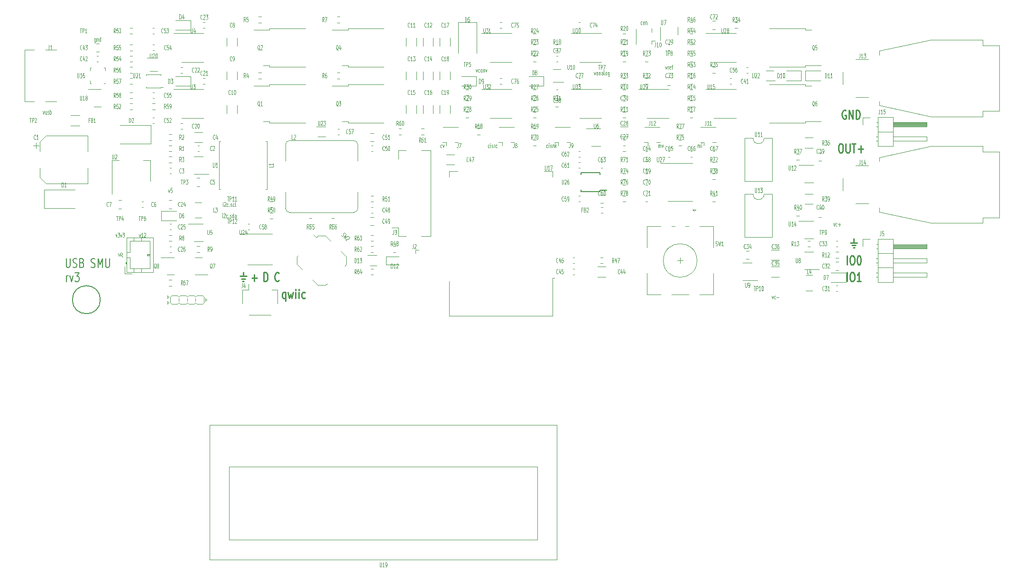
<source format=gbr>
G04 #@! TF.GenerationSoftware,KiCad,Pcbnew,7.0.8*
G04 #@! TF.CreationDate,2024-04-21T12:19:53-07:00*
G04 #@! TF.ProjectId,UsbSourceMeasure,55736253-6f75-4726-9365-4d6561737572,rev?*
G04 #@! TF.SameCoordinates,PX8f0d180PY7270e00*
G04 #@! TF.FileFunction,Legend,Top*
G04 #@! TF.FilePolarity,Positive*
%FSLAX46Y46*%
G04 Gerber Fmt 4.6, Leading zero omitted, Abs format (unit mm)*
G04 Created by KiCad (PCBNEW 7.0.8) date 2024-04-21 12:19:53*
%MOMM*%
%LPD*%
G01*
G04 APERTURE LIST*
%ADD10C,0.240000*%
%ADD11C,0.200000*%
%ADD12C,0.100000*%
%ADD13C,0.120000*%
%ADD14C,0.150000*%
G04 APERTURE END LIST*
D10*
X-29628572Y-8575329D02*
X-29685715Y-8651520D01*
X-29685715Y-8651520D02*
X-29857143Y-8727710D01*
X-29857143Y-8727710D02*
X-29971429Y-8727710D01*
X-29971429Y-8727710D02*
X-30142858Y-8651520D01*
X-30142858Y-8651520D02*
X-30257143Y-8499139D01*
X-30257143Y-8499139D02*
X-30314286Y-8346758D01*
X-30314286Y-8346758D02*
X-30371429Y-8041996D01*
X-30371429Y-8041996D02*
X-30371429Y-7813424D01*
X-30371429Y-7813424D02*
X-30314286Y-7508662D01*
X-30314286Y-7508662D02*
X-30257143Y-7356281D01*
X-30257143Y-7356281D02*
X-30142858Y-7203900D01*
X-30142858Y-7203900D02*
X-29971429Y-7127710D01*
X-29971429Y-7127710D02*
X-29857143Y-7127710D01*
X-29857143Y-7127710D02*
X-29685715Y-7203900D01*
X-29685715Y-7203900D02*
X-29628572Y-7280091D01*
X-32314286Y-8727710D02*
X-32314286Y-7127710D01*
X-32314286Y-7127710D02*
X-32028572Y-7127710D01*
X-32028572Y-7127710D02*
X-31857143Y-7203900D01*
X-31857143Y-7203900D02*
X-31742858Y-7356281D01*
X-31742858Y-7356281D02*
X-31685715Y-7508662D01*
X-31685715Y-7508662D02*
X-31628572Y-7813424D01*
X-31628572Y-7813424D02*
X-31628572Y-8041996D01*
X-31628572Y-8041996D02*
X-31685715Y-8346758D01*
X-31685715Y-8346758D02*
X-31742858Y-8499139D01*
X-31742858Y-8499139D02*
X-31857143Y-8651520D01*
X-31857143Y-8651520D02*
X-32028572Y-8727710D01*
X-32028572Y-8727710D02*
X-32314286Y-8727710D01*
X-34457143Y-8118186D02*
X-33542857Y-8118186D01*
X-34000000Y-8727710D02*
X-34000000Y-7508662D01*
X-36571429Y-7813424D02*
X-35428572Y-7813424D01*
X-36342857Y-8270567D02*
X-35657143Y-8270567D01*
X-36000000Y-7127710D02*
X-36000000Y-7813424D01*
X-35885715Y-8727710D02*
X-36114286Y-8727710D01*
X-28457143Y-10661043D02*
X-28457143Y-12261043D01*
X-28457143Y-11651520D02*
X-28571429Y-11727710D01*
X-28571429Y-11727710D02*
X-28800001Y-11727710D01*
X-28800001Y-11727710D02*
X-28914286Y-11651520D01*
X-28914286Y-11651520D02*
X-28971429Y-11575329D01*
X-28971429Y-11575329D02*
X-29028572Y-11422948D01*
X-29028572Y-11422948D02*
X-29028572Y-10965805D01*
X-29028572Y-10965805D02*
X-28971429Y-10813424D01*
X-28971429Y-10813424D02*
X-28914286Y-10737234D01*
X-28914286Y-10737234D02*
X-28800001Y-10661043D01*
X-28800001Y-10661043D02*
X-28571429Y-10661043D01*
X-28571429Y-10661043D02*
X-28457143Y-10737234D01*
X-28000001Y-10661043D02*
X-27771429Y-11727710D01*
X-27771429Y-11727710D02*
X-27542858Y-10965805D01*
X-27542858Y-10965805D02*
X-27314287Y-11727710D01*
X-27314287Y-11727710D02*
X-27085715Y-10661043D01*
X-26628572Y-11727710D02*
X-26628572Y-10661043D01*
X-26628572Y-10127710D02*
X-26685715Y-10203900D01*
X-26685715Y-10203900D02*
X-26628572Y-10280091D01*
X-26628572Y-10280091D02*
X-26571429Y-10203900D01*
X-26571429Y-10203900D02*
X-26628572Y-10127710D01*
X-26628572Y-10127710D02*
X-26628572Y-10280091D01*
X-26057143Y-11727710D02*
X-26057143Y-10661043D01*
X-26057143Y-10127710D02*
X-26114286Y-10203900D01*
X-26114286Y-10203900D02*
X-26057143Y-10280091D01*
X-26057143Y-10280091D02*
X-26000000Y-10203900D01*
X-26000000Y-10203900D02*
X-26057143Y-10127710D01*
X-26057143Y-10127710D02*
X-26057143Y-10280091D01*
X-24971428Y-11651520D02*
X-25085714Y-11727710D01*
X-25085714Y-11727710D02*
X-25314286Y-11727710D01*
X-25314286Y-11727710D02*
X-25428571Y-11651520D01*
X-25428571Y-11651520D02*
X-25485714Y-11575329D01*
X-25485714Y-11575329D02*
X-25542857Y-11422948D01*
X-25542857Y-11422948D02*
X-25542857Y-10965805D01*
X-25542857Y-10965805D02*
X-25485714Y-10813424D01*
X-25485714Y-10813424D02*
X-25428571Y-10737234D01*
X-25428571Y-10737234D02*
X-25314286Y-10661043D01*
X-25314286Y-10661043D02*
X-25085714Y-10661043D01*
X-25085714Y-10661043D02*
X-24971428Y-10737234D01*
X71800000Y-8727710D02*
X71800000Y-7127710D01*
X72600000Y-7127710D02*
X72828572Y-7127710D01*
X72828572Y-7127710D02*
X72942857Y-7203900D01*
X72942857Y-7203900D02*
X73057143Y-7356281D01*
X73057143Y-7356281D02*
X73114286Y-7661043D01*
X73114286Y-7661043D02*
X73114286Y-8194377D01*
X73114286Y-8194377D02*
X73057143Y-8499139D01*
X73057143Y-8499139D02*
X72942857Y-8651520D01*
X72942857Y-8651520D02*
X72828572Y-8727710D01*
X72828572Y-8727710D02*
X72600000Y-8727710D01*
X72600000Y-8727710D02*
X72485715Y-8651520D01*
X72485715Y-8651520D02*
X72371429Y-8499139D01*
X72371429Y-8499139D02*
X72314286Y-8194377D01*
X72314286Y-8194377D02*
X72314286Y-7661043D01*
X72314286Y-7661043D02*
X72371429Y-7356281D01*
X72371429Y-7356281D02*
X72485715Y-7203900D01*
X72485715Y-7203900D02*
X72600000Y-7127710D01*
X74257143Y-8727710D02*
X73571429Y-8727710D01*
X73914286Y-8727710D02*
X73914286Y-7127710D01*
X73914286Y-7127710D02*
X73800000Y-7356281D01*
X73800000Y-7356281D02*
X73685715Y-7508662D01*
X73685715Y-7508662D02*
X73571429Y-7584853D01*
X71800000Y-5727710D02*
X71800000Y-4127710D01*
X72600000Y-4127710D02*
X72828572Y-4127710D01*
X72828572Y-4127710D02*
X72942857Y-4203900D01*
X72942857Y-4203900D02*
X73057143Y-4356281D01*
X73057143Y-4356281D02*
X73114286Y-4661043D01*
X73114286Y-4661043D02*
X73114286Y-5194377D01*
X73114286Y-5194377D02*
X73057143Y-5499139D01*
X73057143Y-5499139D02*
X72942857Y-5651520D01*
X72942857Y-5651520D02*
X72828572Y-5727710D01*
X72828572Y-5727710D02*
X72600000Y-5727710D01*
X72600000Y-5727710D02*
X72485715Y-5651520D01*
X72485715Y-5651520D02*
X72371429Y-5499139D01*
X72371429Y-5499139D02*
X72314286Y-5194377D01*
X72314286Y-5194377D02*
X72314286Y-4661043D01*
X72314286Y-4661043D02*
X72371429Y-4356281D01*
X72371429Y-4356281D02*
X72485715Y-4203900D01*
X72485715Y-4203900D02*
X72600000Y-4127710D01*
X73857143Y-4127710D02*
X73971429Y-4127710D01*
X73971429Y-4127710D02*
X74085715Y-4203900D01*
X74085715Y-4203900D02*
X74142858Y-4280091D01*
X74142858Y-4280091D02*
X74200000Y-4432472D01*
X74200000Y-4432472D02*
X74257143Y-4737234D01*
X74257143Y-4737234D02*
X74257143Y-5118186D01*
X74257143Y-5118186D02*
X74200000Y-5422948D01*
X74200000Y-5422948D02*
X74142858Y-5575329D01*
X74142858Y-5575329D02*
X74085715Y-5651520D01*
X74085715Y-5651520D02*
X73971429Y-5727710D01*
X73971429Y-5727710D02*
X73857143Y-5727710D01*
X73857143Y-5727710D02*
X73742858Y-5651520D01*
X73742858Y-5651520D02*
X73685715Y-5575329D01*
X73685715Y-5575329D02*
X73628572Y-5422948D01*
X73628572Y-5422948D02*
X73571429Y-5118186D01*
X73571429Y-5118186D02*
X73571429Y-4737234D01*
X73571429Y-4737234D02*
X73628572Y-4432472D01*
X73628572Y-4432472D02*
X73685715Y-4280091D01*
X73685715Y-4280091D02*
X73742858Y-4203900D01*
X73742858Y-4203900D02*
X73857143Y-4127710D01*
X72428571Y-1813424D02*
X73571428Y-1813424D01*
X72657143Y-2270567D02*
X73342857Y-2270567D01*
X73000000Y-1127710D02*
X73000000Y-1813424D01*
X73114285Y-2727710D02*
X72885714Y-2727710D01*
X71585714Y21796100D02*
X71471429Y21872290D01*
X71471429Y21872290D02*
X71300000Y21872290D01*
X71300000Y21872290D02*
X71128571Y21796100D01*
X71128571Y21796100D02*
X71014286Y21643719D01*
X71014286Y21643719D02*
X70957143Y21491338D01*
X70957143Y21491338D02*
X70900000Y21186576D01*
X70900000Y21186576D02*
X70900000Y20958004D01*
X70900000Y20958004D02*
X70957143Y20653242D01*
X70957143Y20653242D02*
X71014286Y20500861D01*
X71014286Y20500861D02*
X71128571Y20348480D01*
X71128571Y20348480D02*
X71300000Y20272290D01*
X71300000Y20272290D02*
X71414286Y20272290D01*
X71414286Y20272290D02*
X71585714Y20348480D01*
X71585714Y20348480D02*
X71642857Y20424671D01*
X71642857Y20424671D02*
X71642857Y20958004D01*
X71642857Y20958004D02*
X71414286Y20958004D01*
X72157143Y20272290D02*
X72157143Y21872290D01*
X72157143Y21872290D02*
X72842857Y20272290D01*
X72842857Y20272290D02*
X72842857Y21872290D01*
X73414286Y20272290D02*
X73414286Y21872290D01*
X73414286Y21872290D02*
X73700000Y21872290D01*
X73700000Y21872290D02*
X73871429Y21796100D01*
X73871429Y21796100D02*
X73985714Y21643719D01*
X73985714Y21643719D02*
X74042857Y21491338D01*
X74042857Y21491338D02*
X74100000Y21186576D01*
X74100000Y21186576D02*
X74100000Y20958004D01*
X74100000Y20958004D02*
X74042857Y20653242D01*
X74042857Y20653242D02*
X73985714Y20500861D01*
X73985714Y20500861D02*
X73871429Y20348480D01*
X73871429Y20348480D02*
X73700000Y20272290D01*
X73700000Y20272290D02*
X73414286Y20272290D01*
X70557142Y15872290D02*
X70785714Y15872290D01*
X70785714Y15872290D02*
X70899999Y15796100D01*
X70899999Y15796100D02*
X71014285Y15643719D01*
X71014285Y15643719D02*
X71071428Y15338957D01*
X71071428Y15338957D02*
X71071428Y14805623D01*
X71071428Y14805623D02*
X71014285Y14500861D01*
X71014285Y14500861D02*
X70899999Y14348480D01*
X70899999Y14348480D02*
X70785714Y14272290D01*
X70785714Y14272290D02*
X70557142Y14272290D01*
X70557142Y14272290D02*
X70442857Y14348480D01*
X70442857Y14348480D02*
X70328571Y14500861D01*
X70328571Y14500861D02*
X70271428Y14805623D01*
X70271428Y14805623D02*
X70271428Y15338957D01*
X70271428Y15338957D02*
X70328571Y15643719D01*
X70328571Y15643719D02*
X70442857Y15796100D01*
X70442857Y15796100D02*
X70557142Y15872290D01*
X71585714Y15872290D02*
X71585714Y14577052D01*
X71585714Y14577052D02*
X71642857Y14424671D01*
X71642857Y14424671D02*
X71700000Y14348480D01*
X71700000Y14348480D02*
X71814285Y14272290D01*
X71814285Y14272290D02*
X72042857Y14272290D01*
X72042857Y14272290D02*
X72157142Y14348480D01*
X72157142Y14348480D02*
X72214285Y14424671D01*
X72214285Y14424671D02*
X72271428Y14577052D01*
X72271428Y14577052D02*
X72271428Y15872290D01*
X72671428Y15872290D02*
X73357143Y15872290D01*
X73014285Y14272290D02*
X73014285Y15872290D01*
X73757143Y14881814D02*
X74671429Y14881814D01*
X74214286Y14272290D02*
X74214286Y15491338D01*
D11*
X-67582708Y-4617790D02*
X-67582708Y-5913028D01*
X-67582708Y-5913028D02*
X-67525565Y-6065409D01*
X-67525565Y-6065409D02*
X-67468422Y-6141600D01*
X-67468422Y-6141600D02*
X-67354137Y-6217790D01*
X-67354137Y-6217790D02*
X-67125565Y-6217790D01*
X-67125565Y-6217790D02*
X-67011280Y-6141600D01*
X-67011280Y-6141600D02*
X-66954137Y-6065409D01*
X-66954137Y-6065409D02*
X-66896994Y-5913028D01*
X-66896994Y-5913028D02*
X-66896994Y-4617790D01*
X-66382708Y-6141600D02*
X-66211279Y-6217790D01*
X-66211279Y-6217790D02*
X-65925565Y-6217790D01*
X-65925565Y-6217790D02*
X-65811279Y-6141600D01*
X-65811279Y-6141600D02*
X-65754137Y-6065409D01*
X-65754137Y-6065409D02*
X-65696994Y-5913028D01*
X-65696994Y-5913028D02*
X-65696994Y-5760647D01*
X-65696994Y-5760647D02*
X-65754137Y-5608266D01*
X-65754137Y-5608266D02*
X-65811279Y-5532076D01*
X-65811279Y-5532076D02*
X-65925565Y-5455885D01*
X-65925565Y-5455885D02*
X-66154137Y-5379695D01*
X-66154137Y-5379695D02*
X-66268422Y-5303504D01*
X-66268422Y-5303504D02*
X-66325565Y-5227314D01*
X-66325565Y-5227314D02*
X-66382708Y-5074933D01*
X-66382708Y-5074933D02*
X-66382708Y-4922552D01*
X-66382708Y-4922552D02*
X-66325565Y-4770171D01*
X-66325565Y-4770171D02*
X-66268422Y-4693980D01*
X-66268422Y-4693980D02*
X-66154137Y-4617790D01*
X-66154137Y-4617790D02*
X-65868422Y-4617790D01*
X-65868422Y-4617790D02*
X-65696994Y-4693980D01*
X-64782708Y-5379695D02*
X-64611280Y-5455885D01*
X-64611280Y-5455885D02*
X-64554137Y-5532076D01*
X-64554137Y-5532076D02*
X-64496994Y-5684457D01*
X-64496994Y-5684457D02*
X-64496994Y-5913028D01*
X-64496994Y-5913028D02*
X-64554137Y-6065409D01*
X-64554137Y-6065409D02*
X-64611280Y-6141600D01*
X-64611280Y-6141600D02*
X-64725565Y-6217790D01*
X-64725565Y-6217790D02*
X-65182708Y-6217790D01*
X-65182708Y-6217790D02*
X-65182708Y-4617790D01*
X-65182708Y-4617790D02*
X-64782708Y-4617790D01*
X-64782708Y-4617790D02*
X-64668422Y-4693980D01*
X-64668422Y-4693980D02*
X-64611280Y-4770171D01*
X-64611280Y-4770171D02*
X-64554137Y-4922552D01*
X-64554137Y-4922552D02*
X-64554137Y-5074933D01*
X-64554137Y-5074933D02*
X-64611280Y-5227314D01*
X-64611280Y-5227314D02*
X-64668422Y-5303504D01*
X-64668422Y-5303504D02*
X-64782708Y-5379695D01*
X-64782708Y-5379695D02*
X-65182708Y-5379695D01*
X-63125565Y-6141600D02*
X-62954136Y-6217790D01*
X-62954136Y-6217790D02*
X-62668422Y-6217790D01*
X-62668422Y-6217790D02*
X-62554136Y-6141600D01*
X-62554136Y-6141600D02*
X-62496994Y-6065409D01*
X-62496994Y-6065409D02*
X-62439851Y-5913028D01*
X-62439851Y-5913028D02*
X-62439851Y-5760647D01*
X-62439851Y-5760647D02*
X-62496994Y-5608266D01*
X-62496994Y-5608266D02*
X-62554136Y-5532076D01*
X-62554136Y-5532076D02*
X-62668422Y-5455885D01*
X-62668422Y-5455885D02*
X-62896994Y-5379695D01*
X-62896994Y-5379695D02*
X-63011279Y-5303504D01*
X-63011279Y-5303504D02*
X-63068422Y-5227314D01*
X-63068422Y-5227314D02*
X-63125565Y-5074933D01*
X-63125565Y-5074933D02*
X-63125565Y-4922552D01*
X-63125565Y-4922552D02*
X-63068422Y-4770171D01*
X-63068422Y-4770171D02*
X-63011279Y-4693980D01*
X-63011279Y-4693980D02*
X-62896994Y-4617790D01*
X-62896994Y-4617790D02*
X-62611279Y-4617790D01*
X-62611279Y-4617790D02*
X-62439851Y-4693980D01*
X-61925565Y-6217790D02*
X-61925565Y-4617790D01*
X-61925565Y-4617790D02*
X-61525565Y-5760647D01*
X-61525565Y-5760647D02*
X-61125565Y-4617790D01*
X-61125565Y-4617790D02*
X-61125565Y-6217790D01*
X-60554136Y-4617790D02*
X-60554136Y-5913028D01*
X-60554136Y-5913028D02*
X-60496993Y-6065409D01*
X-60496993Y-6065409D02*
X-60439850Y-6141600D01*
X-60439850Y-6141600D02*
X-60325565Y-6217790D01*
X-60325565Y-6217790D02*
X-60096993Y-6217790D01*
X-60096993Y-6217790D02*
X-59982708Y-6141600D01*
X-59982708Y-6141600D02*
X-59925565Y-6065409D01*
X-59925565Y-6065409D02*
X-59868422Y-5913028D01*
X-59868422Y-5913028D02*
X-59868422Y-4617790D01*
X-67582708Y-8793790D02*
X-67582708Y-7727123D01*
X-67582708Y-8031885D02*
X-67525565Y-7879504D01*
X-67525565Y-7879504D02*
X-67468422Y-7803314D01*
X-67468422Y-7803314D02*
X-67354137Y-7727123D01*
X-67354137Y-7727123D02*
X-67239851Y-7727123D01*
X-66954137Y-7727123D02*
X-66668423Y-8793790D01*
X-66668423Y-8793790D02*
X-66382708Y-7727123D01*
X-66039851Y-7193790D02*
X-65296994Y-7193790D01*
X-65296994Y-7193790D02*
X-65696994Y-7803314D01*
X-65696994Y-7803314D02*
X-65525565Y-7803314D01*
X-65525565Y-7803314D02*
X-65411279Y-7879504D01*
X-65411279Y-7879504D02*
X-65354137Y-7955695D01*
X-65354137Y-7955695D02*
X-65296994Y-8108076D01*
X-65296994Y-8108076D02*
X-65296994Y-8489028D01*
X-65296994Y-8489028D02*
X-65354137Y-8641409D01*
X-65354137Y-8641409D02*
X-65411279Y-8717600D01*
X-65411279Y-8717600D02*
X-65525565Y-8793790D01*
X-65525565Y-8793790D02*
X-65868422Y-8793790D01*
X-65868422Y-8793790D02*
X-65982708Y-8717600D01*
X-65982708Y-8717600D02*
X-66039851Y-8641409D01*
D12*
X-38869047Y6435105D02*
X-38583333Y6435105D01*
X-38726190Y5635105D02*
X-38726190Y6435105D01*
X-38416667Y5635105D02*
X-38416667Y6435105D01*
X-38416667Y6435105D02*
X-38226191Y6435105D01*
X-38226191Y6435105D02*
X-38178572Y6397010D01*
X-38178572Y6397010D02*
X-38154762Y6358915D01*
X-38154762Y6358915D02*
X-38130953Y6282724D01*
X-38130953Y6282724D02*
X-38130953Y6168439D01*
X-38130953Y6168439D02*
X-38154762Y6092248D01*
X-38154762Y6092248D02*
X-38178572Y6054153D01*
X-38178572Y6054153D02*
X-38226191Y6016058D01*
X-38226191Y6016058D02*
X-38416667Y6016058D01*
X-37654762Y5635105D02*
X-37940476Y5635105D01*
X-37797619Y5635105D02*
X-37797619Y6435105D01*
X-37797619Y6435105D02*
X-37845238Y6320820D01*
X-37845238Y6320820D02*
X-37892857Y6244629D01*
X-37892857Y6244629D02*
X-37940476Y6206534D01*
X-37178572Y5635105D02*
X-37464286Y5635105D01*
X-37321429Y5635105D02*
X-37321429Y6435105D01*
X-37321429Y6435105D02*
X-37369048Y6320820D01*
X-37369048Y6320820D02*
X-37416667Y6244629D01*
X-37416667Y6244629D02*
X-37464286Y6206534D01*
X-39619047Y4635105D02*
X-39619047Y5168439D01*
X-39619047Y5435105D02*
X-39642856Y5397010D01*
X-39642856Y5397010D02*
X-39619047Y5358915D01*
X-39619047Y5358915D02*
X-39595237Y5397010D01*
X-39595237Y5397010D02*
X-39619047Y5435105D01*
X-39619047Y5435105D02*
X-39619047Y5358915D01*
X-39404761Y5358915D02*
X-39380952Y5397010D01*
X-39380952Y5397010D02*
X-39333333Y5435105D01*
X-39333333Y5435105D02*
X-39214285Y5435105D01*
X-39214285Y5435105D02*
X-39166666Y5397010D01*
X-39166666Y5397010D02*
X-39142857Y5358915D01*
X-39142857Y5358915D02*
X-39119047Y5282724D01*
X-39119047Y5282724D02*
X-39119047Y5206534D01*
X-39119047Y5206534D02*
X-39142857Y5092248D01*
X-39142857Y5092248D02*
X-39428571Y4635105D01*
X-39428571Y4635105D02*
X-39119047Y4635105D01*
X-38690476Y4673200D02*
X-38738095Y4635105D01*
X-38738095Y4635105D02*
X-38833333Y4635105D01*
X-38833333Y4635105D02*
X-38880952Y4673200D01*
X-38880952Y4673200D02*
X-38904762Y4711296D01*
X-38904762Y4711296D02*
X-38928571Y4787486D01*
X-38928571Y4787486D02*
X-38928571Y5016058D01*
X-38928571Y5016058D02*
X-38904762Y5092248D01*
X-38904762Y5092248D02*
X-38880952Y5130343D01*
X-38880952Y5130343D02*
X-38833333Y5168439D01*
X-38833333Y5168439D02*
X-38738095Y5168439D01*
X-38738095Y5168439D02*
X-38690476Y5130343D01*
X-38476191Y4711296D02*
X-38452381Y4673200D01*
X-38452381Y4673200D02*
X-38476191Y4635105D01*
X-38476191Y4635105D02*
X-38500000Y4673200D01*
X-38500000Y4673200D02*
X-38476191Y4711296D01*
X-38476191Y4711296D02*
X-38476191Y4635105D01*
X-38261905Y4673200D02*
X-38214286Y4635105D01*
X-38214286Y4635105D02*
X-38119048Y4635105D01*
X-38119048Y4635105D02*
X-38071429Y4673200D01*
X-38071429Y4673200D02*
X-38047620Y4749391D01*
X-38047620Y4749391D02*
X-38047620Y4787486D01*
X-38047620Y4787486D02*
X-38071429Y4863677D01*
X-38071429Y4863677D02*
X-38119048Y4901772D01*
X-38119048Y4901772D02*
X-38190477Y4901772D01*
X-38190477Y4901772D02*
X-38238096Y4939867D01*
X-38238096Y4939867D02*
X-38261905Y5016058D01*
X-38261905Y5016058D02*
X-38261905Y5054153D01*
X-38261905Y5054153D02*
X-38238096Y5130343D01*
X-38238096Y5130343D02*
X-38190477Y5168439D01*
X-38190477Y5168439D02*
X-38119048Y5168439D01*
X-38119048Y5168439D02*
X-38071429Y5130343D01*
X-37619048Y4673200D02*
X-37666667Y4635105D01*
X-37666667Y4635105D02*
X-37761905Y4635105D01*
X-37761905Y4635105D02*
X-37809524Y4673200D01*
X-37809524Y4673200D02*
X-37833334Y4711296D01*
X-37833334Y4711296D02*
X-37857143Y4787486D01*
X-37857143Y4787486D02*
X-37857143Y5016058D01*
X-37857143Y5016058D02*
X-37833334Y5092248D01*
X-37833334Y5092248D02*
X-37809524Y5130343D01*
X-37809524Y5130343D02*
X-37761905Y5168439D01*
X-37761905Y5168439D02*
X-37666667Y5168439D01*
X-37666667Y5168439D02*
X-37619048Y5130343D01*
X-37333334Y4635105D02*
X-37380953Y4673200D01*
X-37380953Y4673200D02*
X-37404763Y4749391D01*
X-37404763Y4749391D02*
X-37404763Y5435105D01*
X-58821429Y26635105D02*
X-58988095Y27016058D01*
X-59107143Y26635105D02*
X-59107143Y27435105D01*
X-59107143Y27435105D02*
X-58916667Y27435105D01*
X-58916667Y27435105D02*
X-58869048Y27397010D01*
X-58869048Y27397010D02*
X-58845238Y27358915D01*
X-58845238Y27358915D02*
X-58821429Y27282724D01*
X-58821429Y27282724D02*
X-58821429Y27168439D01*
X-58821429Y27168439D02*
X-58845238Y27092248D01*
X-58845238Y27092248D02*
X-58869048Y27054153D01*
X-58869048Y27054153D02*
X-58916667Y27016058D01*
X-58916667Y27016058D02*
X-59107143Y27016058D01*
X-58369048Y27435105D02*
X-58607143Y27435105D01*
X-58607143Y27435105D02*
X-58630952Y27054153D01*
X-58630952Y27054153D02*
X-58607143Y27092248D01*
X-58607143Y27092248D02*
X-58559524Y27130343D01*
X-58559524Y27130343D02*
X-58440476Y27130343D01*
X-58440476Y27130343D02*
X-58392857Y27092248D01*
X-58392857Y27092248D02*
X-58369048Y27054153D01*
X-58369048Y27054153D02*
X-58345238Y26977962D01*
X-58345238Y26977962D02*
X-58345238Y26787486D01*
X-58345238Y26787486D02*
X-58369048Y26711296D01*
X-58369048Y26711296D02*
X-58392857Y26673200D01*
X-58392857Y26673200D02*
X-58440476Y26635105D01*
X-58440476Y26635105D02*
X-58559524Y26635105D01*
X-58559524Y26635105D02*
X-58607143Y26673200D01*
X-58607143Y26673200D02*
X-58630952Y26711296D01*
X-58178572Y27435105D02*
X-57845239Y27435105D01*
X-57845239Y27435105D02*
X-58059524Y26635105D01*
X-36166667Y-9064895D02*
X-36166667Y-9636323D01*
X-36166667Y-9636323D02*
X-36190476Y-9750609D01*
X-36190476Y-9750609D02*
X-36238095Y-9826800D01*
X-36238095Y-9826800D02*
X-36309524Y-9864895D01*
X-36309524Y-9864895D02*
X-36357143Y-9864895D01*
X-35714286Y-9331561D02*
X-35714286Y-9864895D01*
X-35833334Y-9026800D02*
X-35952381Y-9598228D01*
X-35952381Y-9598228D02*
X-35642858Y-9598228D01*
X-56369048Y19635105D02*
X-56369048Y20435105D01*
X-56369048Y20435105D02*
X-56250000Y20435105D01*
X-56250000Y20435105D02*
X-56178572Y20397010D01*
X-56178572Y20397010D02*
X-56130953Y20320820D01*
X-56130953Y20320820D02*
X-56107143Y20244629D01*
X-56107143Y20244629D02*
X-56083334Y20092248D01*
X-56083334Y20092248D02*
X-56083334Y19977962D01*
X-56083334Y19977962D02*
X-56107143Y19825581D01*
X-56107143Y19825581D02*
X-56130953Y19749391D01*
X-56130953Y19749391D02*
X-56178572Y19673200D01*
X-56178572Y19673200D02*
X-56250000Y19635105D01*
X-56250000Y19635105D02*
X-56369048Y19635105D01*
X-55892857Y20358915D02*
X-55869048Y20397010D01*
X-55869048Y20397010D02*
X-55821429Y20435105D01*
X-55821429Y20435105D02*
X-55702381Y20435105D01*
X-55702381Y20435105D02*
X-55654762Y20397010D01*
X-55654762Y20397010D02*
X-55630953Y20358915D01*
X-55630953Y20358915D02*
X-55607143Y20282724D01*
X-55607143Y20282724D02*
X-55607143Y20206534D01*
X-55607143Y20206534D02*
X-55630953Y20092248D01*
X-55630953Y20092248D02*
X-55916667Y19635105D01*
X-55916667Y19635105D02*
X-55607143Y19635105D01*
X47678571Y14711296D02*
X47654762Y14673200D01*
X47654762Y14673200D02*
X47583333Y14635105D01*
X47583333Y14635105D02*
X47535714Y14635105D01*
X47535714Y14635105D02*
X47464286Y14673200D01*
X47464286Y14673200D02*
X47416667Y14749391D01*
X47416667Y14749391D02*
X47392857Y14825581D01*
X47392857Y14825581D02*
X47369048Y14977962D01*
X47369048Y14977962D02*
X47369048Y15092248D01*
X47369048Y15092248D02*
X47392857Y15244629D01*
X47392857Y15244629D02*
X47416667Y15320820D01*
X47416667Y15320820D02*
X47464286Y15397010D01*
X47464286Y15397010D02*
X47535714Y15435105D01*
X47535714Y15435105D02*
X47583333Y15435105D01*
X47583333Y15435105D02*
X47654762Y15397010D01*
X47654762Y15397010D02*
X47678571Y15358915D01*
X48107143Y15435105D02*
X48011905Y15435105D01*
X48011905Y15435105D02*
X47964286Y15397010D01*
X47964286Y15397010D02*
X47940476Y15358915D01*
X47940476Y15358915D02*
X47892857Y15244629D01*
X47892857Y15244629D02*
X47869048Y15092248D01*
X47869048Y15092248D02*
X47869048Y14787486D01*
X47869048Y14787486D02*
X47892857Y14711296D01*
X47892857Y14711296D02*
X47916667Y14673200D01*
X47916667Y14673200D02*
X47964286Y14635105D01*
X47964286Y14635105D02*
X48059524Y14635105D01*
X48059524Y14635105D02*
X48107143Y14673200D01*
X48107143Y14673200D02*
X48130952Y14711296D01*
X48130952Y14711296D02*
X48154762Y14787486D01*
X48154762Y14787486D02*
X48154762Y14977962D01*
X48154762Y14977962D02*
X48130952Y15054153D01*
X48130952Y15054153D02*
X48107143Y15092248D01*
X48107143Y15092248D02*
X48059524Y15130343D01*
X48059524Y15130343D02*
X47964286Y15130343D01*
X47964286Y15130343D02*
X47916667Y15092248D01*
X47916667Y15092248D02*
X47892857Y15054153D01*
X47892857Y15054153D02*
X47869048Y14977962D01*
X48321428Y15435105D02*
X48654761Y15435105D01*
X48654761Y15435105D02*
X48440476Y14635105D01*
X-10821429Y3711296D02*
X-10845238Y3673200D01*
X-10845238Y3673200D02*
X-10916667Y3635105D01*
X-10916667Y3635105D02*
X-10964286Y3635105D01*
X-10964286Y3635105D02*
X-11035714Y3673200D01*
X-11035714Y3673200D02*
X-11083333Y3749391D01*
X-11083333Y3749391D02*
X-11107143Y3825581D01*
X-11107143Y3825581D02*
X-11130952Y3977962D01*
X-11130952Y3977962D02*
X-11130952Y4092248D01*
X-11130952Y4092248D02*
X-11107143Y4244629D01*
X-11107143Y4244629D02*
X-11083333Y4320820D01*
X-11083333Y4320820D02*
X-11035714Y4397010D01*
X-11035714Y4397010D02*
X-10964286Y4435105D01*
X-10964286Y4435105D02*
X-10916667Y4435105D01*
X-10916667Y4435105D02*
X-10845238Y4397010D01*
X-10845238Y4397010D02*
X-10821429Y4358915D01*
X-10392857Y4168439D02*
X-10392857Y3635105D01*
X-10511905Y4473200D02*
X-10630952Y3901772D01*
X-10630952Y3901772D02*
X-10321429Y3901772D01*
X-10059524Y4092248D02*
X-10107143Y4130343D01*
X-10107143Y4130343D02*
X-10130953Y4168439D01*
X-10130953Y4168439D02*
X-10154762Y4244629D01*
X-10154762Y4244629D02*
X-10154762Y4282724D01*
X-10154762Y4282724D02*
X-10130953Y4358915D01*
X-10130953Y4358915D02*
X-10107143Y4397010D01*
X-10107143Y4397010D02*
X-10059524Y4435105D01*
X-10059524Y4435105D02*
X-9964286Y4435105D01*
X-9964286Y4435105D02*
X-9916667Y4397010D01*
X-9916667Y4397010D02*
X-9892858Y4358915D01*
X-9892858Y4358915D02*
X-9869048Y4282724D01*
X-9869048Y4282724D02*
X-9869048Y4244629D01*
X-9869048Y4244629D02*
X-9892858Y4168439D01*
X-9892858Y4168439D02*
X-9916667Y4130343D01*
X-9916667Y4130343D02*
X-9964286Y4092248D01*
X-9964286Y4092248D02*
X-10059524Y4092248D01*
X-10059524Y4092248D02*
X-10107143Y4054153D01*
X-10107143Y4054153D02*
X-10130953Y4016058D01*
X-10130953Y4016058D02*
X-10154762Y3939867D01*
X-10154762Y3939867D02*
X-10154762Y3787486D01*
X-10154762Y3787486D02*
X-10130953Y3711296D01*
X-10130953Y3711296D02*
X-10107143Y3673200D01*
X-10107143Y3673200D02*
X-10059524Y3635105D01*
X-10059524Y3635105D02*
X-9964286Y3635105D01*
X-9964286Y3635105D02*
X-9916667Y3673200D01*
X-9916667Y3673200D02*
X-9892858Y3711296D01*
X-9892858Y3711296D02*
X-9869048Y3787486D01*
X-9869048Y3787486D02*
X-9869048Y3939867D01*
X-9869048Y3939867D02*
X-9892858Y4016058D01*
X-9892858Y4016058D02*
X-9916667Y4054153D01*
X-9916667Y4054153D02*
X-9964286Y4092248D01*
X47678571Y38211296D02*
X47654762Y38173200D01*
X47654762Y38173200D02*
X47583333Y38135105D01*
X47583333Y38135105D02*
X47535714Y38135105D01*
X47535714Y38135105D02*
X47464286Y38173200D01*
X47464286Y38173200D02*
X47416667Y38249391D01*
X47416667Y38249391D02*
X47392857Y38325581D01*
X47392857Y38325581D02*
X47369048Y38477962D01*
X47369048Y38477962D02*
X47369048Y38592248D01*
X47369048Y38592248D02*
X47392857Y38744629D01*
X47392857Y38744629D02*
X47416667Y38820820D01*
X47416667Y38820820D02*
X47464286Y38897010D01*
X47464286Y38897010D02*
X47535714Y38935105D01*
X47535714Y38935105D02*
X47583333Y38935105D01*
X47583333Y38935105D02*
X47654762Y38897010D01*
X47654762Y38897010D02*
X47678571Y38858915D01*
X47845238Y38935105D02*
X48178571Y38935105D01*
X48178571Y38935105D02*
X47964286Y38135105D01*
X48345238Y38858915D02*
X48369047Y38897010D01*
X48369047Y38897010D02*
X48416666Y38935105D01*
X48416666Y38935105D02*
X48535714Y38935105D01*
X48535714Y38935105D02*
X48583333Y38897010D01*
X48583333Y38897010D02*
X48607142Y38858915D01*
X48607142Y38858915D02*
X48630952Y38782724D01*
X48630952Y38782724D02*
X48630952Y38706534D01*
X48630952Y38706534D02*
X48607142Y38592248D01*
X48607142Y38592248D02*
X48321428Y38135105D01*
X48321428Y38135105D02*
X48630952Y38135105D01*
X-41083334Y3635105D02*
X-41321429Y3635105D01*
X-41321429Y3635105D02*
X-41321429Y4435105D01*
X-40964286Y4435105D02*
X-40654762Y4435105D01*
X-40654762Y4435105D02*
X-40821429Y4130343D01*
X-40821429Y4130343D02*
X-40750000Y4130343D01*
X-40750000Y4130343D02*
X-40702381Y4092248D01*
X-40702381Y4092248D02*
X-40678572Y4054153D01*
X-40678572Y4054153D02*
X-40654762Y3977962D01*
X-40654762Y3977962D02*
X-40654762Y3787486D01*
X-40654762Y3787486D02*
X-40678572Y3711296D01*
X-40678572Y3711296D02*
X-40702381Y3673200D01*
X-40702381Y3673200D02*
X-40750000Y3635105D01*
X-40750000Y3635105D02*
X-40892857Y3635105D01*
X-40892857Y3635105D02*
X-40940476Y3673200D01*
X-40940476Y3673200D02*
X-40964286Y3711296D01*
X-51547620Y-6441085D02*
X-51595239Y-6402990D01*
X-51595239Y-6402990D02*
X-51642858Y-6326800D01*
X-51642858Y-6326800D02*
X-51714286Y-6212514D01*
X-51714286Y-6212514D02*
X-51761905Y-6174419D01*
X-51761905Y-6174419D02*
X-51809524Y-6174419D01*
X-51785715Y-6364895D02*
X-51833334Y-6326800D01*
X-51833334Y-6326800D02*
X-51880953Y-6250609D01*
X-51880953Y-6250609D02*
X-51904762Y-6098228D01*
X-51904762Y-6098228D02*
X-51904762Y-5831561D01*
X-51904762Y-5831561D02*
X-51880953Y-5679180D01*
X-51880953Y-5679180D02*
X-51833334Y-5602990D01*
X-51833334Y-5602990D02*
X-51785715Y-5564895D01*
X-51785715Y-5564895D02*
X-51690477Y-5564895D01*
X-51690477Y-5564895D02*
X-51642858Y-5602990D01*
X-51642858Y-5602990D02*
X-51595239Y-5679180D01*
X-51595239Y-5679180D02*
X-51571429Y-5831561D01*
X-51571429Y-5831561D02*
X-51571429Y-6098228D01*
X-51571429Y-6098228D02*
X-51595239Y-6250609D01*
X-51595239Y-6250609D02*
X-51642858Y-6326800D01*
X-51642858Y-6326800D02*
X-51690477Y-6364895D01*
X-51690477Y-6364895D02*
X-51785715Y-6364895D01*
X-51285714Y-5907752D02*
X-51333333Y-5869657D01*
X-51333333Y-5869657D02*
X-51357143Y-5831561D01*
X-51357143Y-5831561D02*
X-51380952Y-5755371D01*
X-51380952Y-5755371D02*
X-51380952Y-5717276D01*
X-51380952Y-5717276D02*
X-51357143Y-5641085D01*
X-51357143Y-5641085D02*
X-51333333Y-5602990D01*
X-51333333Y-5602990D02*
X-51285714Y-5564895D01*
X-51285714Y-5564895D02*
X-51190476Y-5564895D01*
X-51190476Y-5564895D02*
X-51142857Y-5602990D01*
X-51142857Y-5602990D02*
X-51119048Y-5641085D01*
X-51119048Y-5641085D02*
X-51095238Y-5717276D01*
X-51095238Y-5717276D02*
X-51095238Y-5755371D01*
X-51095238Y-5755371D02*
X-51119048Y-5831561D01*
X-51119048Y-5831561D02*
X-51142857Y-5869657D01*
X-51142857Y-5869657D02*
X-51190476Y-5907752D01*
X-51190476Y-5907752D02*
X-51285714Y-5907752D01*
X-51285714Y-5907752D02*
X-51333333Y-5945847D01*
X-51333333Y-5945847D02*
X-51357143Y-5983942D01*
X-51357143Y-5983942D02*
X-51380952Y-6060133D01*
X-51380952Y-6060133D02*
X-51380952Y-6212514D01*
X-51380952Y-6212514D02*
X-51357143Y-6288704D01*
X-51357143Y-6288704D02*
X-51333333Y-6326800D01*
X-51333333Y-6326800D02*
X-51285714Y-6364895D01*
X-51285714Y-6364895D02*
X-51190476Y-6364895D01*
X-51190476Y-6364895D02*
X-51142857Y-6326800D01*
X-51142857Y-6326800D02*
X-51119048Y-6288704D01*
X-51119048Y-6288704D02*
X-51095238Y-6212514D01*
X-51095238Y-6212514D02*
X-51095238Y-6060133D01*
X-51095238Y-6060133D02*
X-51119048Y-5983942D01*
X-51119048Y-5983942D02*
X-51142857Y-5945847D01*
X-51142857Y-5945847D02*
X-51190476Y-5907752D01*
X61380952Y1935105D02*
X61380952Y1287486D01*
X61380952Y1287486D02*
X61404762Y1211296D01*
X61404762Y1211296D02*
X61428571Y1173200D01*
X61428571Y1173200D02*
X61476190Y1135105D01*
X61476190Y1135105D02*
X61571428Y1135105D01*
X61571428Y1135105D02*
X61619047Y1173200D01*
X61619047Y1173200D02*
X61642857Y1211296D01*
X61642857Y1211296D02*
X61666666Y1287486D01*
X61666666Y1287486D02*
X61666666Y1935105D01*
X62166667Y1135105D02*
X61880953Y1135105D01*
X62023810Y1135105D02*
X62023810Y1935105D01*
X62023810Y1935105D02*
X61976191Y1820820D01*
X61976191Y1820820D02*
X61928572Y1744629D01*
X61928572Y1744629D02*
X61880953Y1706534D01*
X62595238Y1668439D02*
X62595238Y1135105D01*
X62476190Y1973200D02*
X62357143Y1401772D01*
X62357143Y1401772D02*
X62666666Y1401772D01*
X-47321429Y711296D02*
X-47345238Y673200D01*
X-47345238Y673200D02*
X-47416667Y635105D01*
X-47416667Y635105D02*
X-47464286Y635105D01*
X-47464286Y635105D02*
X-47535714Y673200D01*
X-47535714Y673200D02*
X-47583333Y749391D01*
X-47583333Y749391D02*
X-47607143Y825581D01*
X-47607143Y825581D02*
X-47630952Y977962D01*
X-47630952Y977962D02*
X-47630952Y1092248D01*
X-47630952Y1092248D02*
X-47607143Y1244629D01*
X-47607143Y1244629D02*
X-47583333Y1320820D01*
X-47583333Y1320820D02*
X-47535714Y1397010D01*
X-47535714Y1397010D02*
X-47464286Y1435105D01*
X-47464286Y1435105D02*
X-47416667Y1435105D01*
X-47416667Y1435105D02*
X-47345238Y1397010D01*
X-47345238Y1397010D02*
X-47321429Y1358915D01*
X-47130952Y1358915D02*
X-47107143Y1397010D01*
X-47107143Y1397010D02*
X-47059524Y1435105D01*
X-47059524Y1435105D02*
X-46940476Y1435105D01*
X-46940476Y1435105D02*
X-46892857Y1397010D01*
X-46892857Y1397010D02*
X-46869048Y1358915D01*
X-46869048Y1358915D02*
X-46845238Y1282724D01*
X-46845238Y1282724D02*
X-46845238Y1206534D01*
X-46845238Y1206534D02*
X-46869048Y1092248D01*
X-46869048Y1092248D02*
X-47154762Y635105D01*
X-47154762Y635105D02*
X-46845238Y635105D01*
X-46392858Y1435105D02*
X-46630953Y1435105D01*
X-46630953Y1435105D02*
X-46654762Y1054153D01*
X-46654762Y1054153D02*
X-46630953Y1092248D01*
X-46630953Y1092248D02*
X-46583334Y1130343D01*
X-46583334Y1130343D02*
X-46464286Y1130343D01*
X-46464286Y1130343D02*
X-46416667Y1092248D01*
X-46416667Y1092248D02*
X-46392858Y1054153D01*
X-46392858Y1054153D02*
X-46369048Y977962D01*
X-46369048Y977962D02*
X-46369048Y787486D01*
X-46369048Y787486D02*
X-46392858Y711296D01*
X-46392858Y711296D02*
X-46416667Y673200D01*
X-46416667Y673200D02*
X-46464286Y635105D01*
X-46464286Y635105D02*
X-46583334Y635105D01*
X-46583334Y635105D02*
X-46630953Y673200D01*
X-46630953Y673200D02*
X-46654762Y711296D01*
X-49821429Y32711296D02*
X-49845238Y32673200D01*
X-49845238Y32673200D02*
X-49916667Y32635105D01*
X-49916667Y32635105D02*
X-49964286Y32635105D01*
X-49964286Y32635105D02*
X-50035714Y32673200D01*
X-50035714Y32673200D02*
X-50083333Y32749391D01*
X-50083333Y32749391D02*
X-50107143Y32825581D01*
X-50107143Y32825581D02*
X-50130952Y32977962D01*
X-50130952Y32977962D02*
X-50130952Y33092248D01*
X-50130952Y33092248D02*
X-50107143Y33244629D01*
X-50107143Y33244629D02*
X-50083333Y33320820D01*
X-50083333Y33320820D02*
X-50035714Y33397010D01*
X-50035714Y33397010D02*
X-49964286Y33435105D01*
X-49964286Y33435105D02*
X-49916667Y33435105D01*
X-49916667Y33435105D02*
X-49845238Y33397010D01*
X-49845238Y33397010D02*
X-49821429Y33358915D01*
X-49369048Y33435105D02*
X-49607143Y33435105D01*
X-49607143Y33435105D02*
X-49630952Y33054153D01*
X-49630952Y33054153D02*
X-49607143Y33092248D01*
X-49607143Y33092248D02*
X-49559524Y33130343D01*
X-49559524Y33130343D02*
X-49440476Y33130343D01*
X-49440476Y33130343D02*
X-49392857Y33092248D01*
X-49392857Y33092248D02*
X-49369048Y33054153D01*
X-49369048Y33054153D02*
X-49345238Y32977962D01*
X-49345238Y32977962D02*
X-49345238Y32787486D01*
X-49345238Y32787486D02*
X-49369048Y32711296D01*
X-49369048Y32711296D02*
X-49392857Y32673200D01*
X-49392857Y32673200D02*
X-49440476Y32635105D01*
X-49440476Y32635105D02*
X-49559524Y32635105D01*
X-49559524Y32635105D02*
X-49607143Y32673200D01*
X-49607143Y32673200D02*
X-49630952Y32711296D01*
X-48916667Y33168439D02*
X-48916667Y32635105D01*
X-49035715Y33473200D02*
X-49154762Y32901772D01*
X-49154762Y32901772D02*
X-48845239Y32901772D01*
X39678571Y33711296D02*
X39654762Y33673200D01*
X39654762Y33673200D02*
X39583333Y33635105D01*
X39583333Y33635105D02*
X39535714Y33635105D01*
X39535714Y33635105D02*
X39464286Y33673200D01*
X39464286Y33673200D02*
X39416667Y33749391D01*
X39416667Y33749391D02*
X39392857Y33825581D01*
X39392857Y33825581D02*
X39369048Y33977962D01*
X39369048Y33977962D02*
X39369048Y34092248D01*
X39369048Y34092248D02*
X39392857Y34244629D01*
X39392857Y34244629D02*
X39416667Y34320820D01*
X39416667Y34320820D02*
X39464286Y34397010D01*
X39464286Y34397010D02*
X39535714Y34435105D01*
X39535714Y34435105D02*
X39583333Y34435105D01*
X39583333Y34435105D02*
X39654762Y34397010D01*
X39654762Y34397010D02*
X39678571Y34358915D01*
X39869048Y34358915D02*
X39892857Y34397010D01*
X39892857Y34397010D02*
X39940476Y34435105D01*
X39940476Y34435105D02*
X40059524Y34435105D01*
X40059524Y34435105D02*
X40107143Y34397010D01*
X40107143Y34397010D02*
X40130952Y34358915D01*
X40130952Y34358915D02*
X40154762Y34282724D01*
X40154762Y34282724D02*
X40154762Y34206534D01*
X40154762Y34206534D02*
X40130952Y34092248D01*
X40130952Y34092248D02*
X39845238Y33635105D01*
X39845238Y33635105D02*
X40154762Y33635105D01*
X40392857Y33635105D02*
X40488095Y33635105D01*
X40488095Y33635105D02*
X40535714Y33673200D01*
X40535714Y33673200D02*
X40559523Y33711296D01*
X40559523Y33711296D02*
X40607142Y33825581D01*
X40607142Y33825581D02*
X40630952Y33977962D01*
X40630952Y33977962D02*
X40630952Y34282724D01*
X40630952Y34282724D02*
X40607142Y34358915D01*
X40607142Y34358915D02*
X40583333Y34397010D01*
X40583333Y34397010D02*
X40535714Y34435105D01*
X40535714Y34435105D02*
X40440476Y34435105D01*
X40440476Y34435105D02*
X40392857Y34397010D01*
X40392857Y34397010D02*
X40369047Y34358915D01*
X40369047Y34358915D02*
X40345238Y34282724D01*
X40345238Y34282724D02*
X40345238Y34092248D01*
X40345238Y34092248D02*
X40369047Y34016058D01*
X40369047Y34016058D02*
X40392857Y33977962D01*
X40392857Y33977962D02*
X40440476Y33939867D01*
X40440476Y33939867D02*
X40535714Y33939867D01*
X40535714Y33939867D02*
X40583333Y33977962D01*
X40583333Y33977962D02*
X40607142Y34016058D01*
X40607142Y34016058D02*
X40630952Y34092248D01*
X67678571Y-10288704D02*
X67654762Y-10326800D01*
X67654762Y-10326800D02*
X67583333Y-10364895D01*
X67583333Y-10364895D02*
X67535714Y-10364895D01*
X67535714Y-10364895D02*
X67464286Y-10326800D01*
X67464286Y-10326800D02*
X67416667Y-10250609D01*
X67416667Y-10250609D02*
X67392857Y-10174419D01*
X67392857Y-10174419D02*
X67369048Y-10022038D01*
X67369048Y-10022038D02*
X67369048Y-9907752D01*
X67369048Y-9907752D02*
X67392857Y-9755371D01*
X67392857Y-9755371D02*
X67416667Y-9679180D01*
X67416667Y-9679180D02*
X67464286Y-9602990D01*
X67464286Y-9602990D02*
X67535714Y-9564895D01*
X67535714Y-9564895D02*
X67583333Y-9564895D01*
X67583333Y-9564895D02*
X67654762Y-9602990D01*
X67654762Y-9602990D02*
X67678571Y-9641085D01*
X67845238Y-9564895D02*
X68154762Y-9564895D01*
X68154762Y-9564895D02*
X67988095Y-9869657D01*
X67988095Y-9869657D02*
X68059524Y-9869657D01*
X68059524Y-9869657D02*
X68107143Y-9907752D01*
X68107143Y-9907752D02*
X68130952Y-9945847D01*
X68130952Y-9945847D02*
X68154762Y-10022038D01*
X68154762Y-10022038D02*
X68154762Y-10212514D01*
X68154762Y-10212514D02*
X68130952Y-10288704D01*
X68130952Y-10288704D02*
X68107143Y-10326800D01*
X68107143Y-10326800D02*
X68059524Y-10364895D01*
X68059524Y-10364895D02*
X67916667Y-10364895D01*
X67916667Y-10364895D02*
X67869048Y-10326800D01*
X67869048Y-10326800D02*
X67845238Y-10288704D01*
X68630952Y-10364895D02*
X68345238Y-10364895D01*
X68488095Y-10364895D02*
X68488095Y-9564895D01*
X68488095Y-9564895D02*
X68440476Y-9679180D01*
X68440476Y-9679180D02*
X68392857Y-9755371D01*
X68392857Y-9755371D02*
X68345238Y-9793466D01*
X-41583334Y8711296D02*
X-41607143Y8673200D01*
X-41607143Y8673200D02*
X-41678572Y8635105D01*
X-41678572Y8635105D02*
X-41726191Y8635105D01*
X-41726191Y8635105D02*
X-41797619Y8673200D01*
X-41797619Y8673200D02*
X-41845238Y8749391D01*
X-41845238Y8749391D02*
X-41869048Y8825581D01*
X-41869048Y8825581D02*
X-41892857Y8977962D01*
X-41892857Y8977962D02*
X-41892857Y9092248D01*
X-41892857Y9092248D02*
X-41869048Y9244629D01*
X-41869048Y9244629D02*
X-41845238Y9320820D01*
X-41845238Y9320820D02*
X-41797619Y9397010D01*
X-41797619Y9397010D02*
X-41726191Y9435105D01*
X-41726191Y9435105D02*
X-41678572Y9435105D01*
X-41678572Y9435105D02*
X-41607143Y9397010D01*
X-41607143Y9397010D02*
X-41583334Y9358915D01*
X-41130953Y9435105D02*
X-41369048Y9435105D01*
X-41369048Y9435105D02*
X-41392857Y9054153D01*
X-41392857Y9054153D02*
X-41369048Y9092248D01*
X-41369048Y9092248D02*
X-41321429Y9130343D01*
X-41321429Y9130343D02*
X-41202381Y9130343D01*
X-41202381Y9130343D02*
X-41154762Y9092248D01*
X-41154762Y9092248D02*
X-41130953Y9054153D01*
X-41130953Y9054153D02*
X-41107143Y8977962D01*
X-41107143Y8977962D02*
X-41107143Y8787486D01*
X-41107143Y8787486D02*
X-41130953Y8711296D01*
X-41130953Y8711296D02*
X-41154762Y8673200D01*
X-41154762Y8673200D02*
X-41202381Y8635105D01*
X-41202381Y8635105D02*
X-41321429Y8635105D01*
X-41321429Y8635105D02*
X-41369048Y8673200D01*
X-41369048Y8673200D02*
X-41392857Y8711296D01*
X-30635105Y11916667D02*
X-30635105Y11678572D01*
X-30635105Y11678572D02*
X-31435105Y11678572D01*
X-30635105Y12345239D02*
X-30635105Y12059525D01*
X-30635105Y12202382D02*
X-31435105Y12202382D01*
X-31435105Y12202382D02*
X-31320820Y12154763D01*
X-31320820Y12154763D02*
X-31244629Y12107144D01*
X-31244629Y12107144D02*
X-31206534Y12059525D01*
X-10821429Y16711296D02*
X-10845238Y16673200D01*
X-10845238Y16673200D02*
X-10916667Y16635105D01*
X-10916667Y16635105D02*
X-10964286Y16635105D01*
X-10964286Y16635105D02*
X-11035714Y16673200D01*
X-11035714Y16673200D02*
X-11083333Y16749391D01*
X-11083333Y16749391D02*
X-11107143Y16825581D01*
X-11107143Y16825581D02*
X-11130952Y16977962D01*
X-11130952Y16977962D02*
X-11130952Y17092248D01*
X-11130952Y17092248D02*
X-11107143Y17244629D01*
X-11107143Y17244629D02*
X-11083333Y17320820D01*
X-11083333Y17320820D02*
X-11035714Y17397010D01*
X-11035714Y17397010D02*
X-10964286Y17435105D01*
X-10964286Y17435105D02*
X-10916667Y17435105D01*
X-10916667Y17435105D02*
X-10845238Y17397010D01*
X-10845238Y17397010D02*
X-10821429Y17358915D01*
X-10369048Y17435105D02*
X-10607143Y17435105D01*
X-10607143Y17435105D02*
X-10630952Y17054153D01*
X-10630952Y17054153D02*
X-10607143Y17092248D01*
X-10607143Y17092248D02*
X-10559524Y17130343D01*
X-10559524Y17130343D02*
X-10440476Y17130343D01*
X-10440476Y17130343D02*
X-10392857Y17092248D01*
X-10392857Y17092248D02*
X-10369048Y17054153D01*
X-10369048Y17054153D02*
X-10345238Y16977962D01*
X-10345238Y16977962D02*
X-10345238Y16787486D01*
X-10345238Y16787486D02*
X-10369048Y16711296D01*
X-10369048Y16711296D02*
X-10392857Y16673200D01*
X-10392857Y16673200D02*
X-10440476Y16635105D01*
X-10440476Y16635105D02*
X-10559524Y16635105D01*
X-10559524Y16635105D02*
X-10607143Y16673200D01*
X-10607143Y16673200D02*
X-10630952Y16711296D01*
X-9869048Y16635105D02*
X-10154762Y16635105D01*
X-10011905Y16635105D02*
X-10011905Y17435105D01*
X-10011905Y17435105D02*
X-10059524Y17320820D01*
X-10059524Y17320820D02*
X-10107143Y17244629D01*
X-10107143Y17244629D02*
X-10154762Y17206534D01*
X46880952Y26435105D02*
X46880952Y25787486D01*
X46880952Y25787486D02*
X46904762Y25711296D01*
X46904762Y25711296D02*
X46928571Y25673200D01*
X46928571Y25673200D02*
X46976190Y25635105D01*
X46976190Y25635105D02*
X47071428Y25635105D01*
X47071428Y25635105D02*
X47119047Y25673200D01*
X47119047Y25673200D02*
X47142857Y25711296D01*
X47142857Y25711296D02*
X47166666Y25787486D01*
X47166666Y25787486D02*
X47166666Y26435105D01*
X47666667Y25635105D02*
X47380953Y25635105D01*
X47523810Y25635105D02*
X47523810Y26435105D01*
X47523810Y26435105D02*
X47476191Y26320820D01*
X47476191Y26320820D02*
X47428572Y26244629D01*
X47428572Y26244629D02*
X47380953Y26206534D01*
X48119047Y26435105D02*
X47880952Y26435105D01*
X47880952Y26435105D02*
X47857143Y26054153D01*
X47857143Y26054153D02*
X47880952Y26092248D01*
X47880952Y26092248D02*
X47928571Y26130343D01*
X47928571Y26130343D02*
X48047619Y26130343D01*
X48047619Y26130343D02*
X48095238Y26092248D01*
X48095238Y26092248D02*
X48119047Y26054153D01*
X48119047Y26054153D02*
X48142857Y25977962D01*
X48142857Y25977962D02*
X48142857Y25787486D01*
X48142857Y25787486D02*
X48119047Y25711296D01*
X48119047Y25711296D02*
X48095238Y25673200D01*
X48095238Y25673200D02*
X48047619Y25635105D01*
X48047619Y25635105D02*
X47928571Y25635105D01*
X47928571Y25635105D02*
X47880952Y25673200D01*
X47880952Y25673200D02*
X47857143Y25711296D01*
X31678571Y25635105D02*
X31511905Y26016058D01*
X31392857Y25635105D02*
X31392857Y26435105D01*
X31392857Y26435105D02*
X31583333Y26435105D01*
X31583333Y26435105D02*
X31630952Y26397010D01*
X31630952Y26397010D02*
X31654762Y26358915D01*
X31654762Y26358915D02*
X31678571Y26282724D01*
X31678571Y26282724D02*
X31678571Y26168439D01*
X31678571Y26168439D02*
X31654762Y26092248D01*
X31654762Y26092248D02*
X31630952Y26054153D01*
X31630952Y26054153D02*
X31583333Y26016058D01*
X31583333Y26016058D02*
X31392857Y26016058D01*
X32154762Y25635105D02*
X31869048Y25635105D01*
X32011905Y25635105D02*
X32011905Y26435105D01*
X32011905Y26435105D02*
X31964286Y26320820D01*
X31964286Y26320820D02*
X31916667Y26244629D01*
X31916667Y26244629D02*
X31869048Y26206534D01*
X32464285Y26435105D02*
X32511904Y26435105D01*
X32511904Y26435105D02*
X32559523Y26397010D01*
X32559523Y26397010D02*
X32583333Y26358915D01*
X32583333Y26358915D02*
X32607142Y26282724D01*
X32607142Y26282724D02*
X32630952Y26130343D01*
X32630952Y26130343D02*
X32630952Y25939867D01*
X32630952Y25939867D02*
X32607142Y25787486D01*
X32607142Y25787486D02*
X32583333Y25711296D01*
X32583333Y25711296D02*
X32559523Y25673200D01*
X32559523Y25673200D02*
X32511904Y25635105D01*
X32511904Y25635105D02*
X32464285Y25635105D01*
X32464285Y25635105D02*
X32416666Y25673200D01*
X32416666Y25673200D02*
X32392857Y25711296D01*
X32392857Y25711296D02*
X32369047Y25787486D01*
X32369047Y25787486D02*
X32345238Y25939867D01*
X32345238Y25939867D02*
X32345238Y26130343D01*
X32345238Y26130343D02*
X32369047Y26282724D01*
X32369047Y26282724D02*
X32392857Y26358915D01*
X32392857Y26358915D02*
X32416666Y26397010D01*
X32416666Y26397010D02*
X32464285Y26435105D01*
X23678571Y27711296D02*
X23654762Y27673200D01*
X23654762Y27673200D02*
X23583333Y27635105D01*
X23583333Y27635105D02*
X23535714Y27635105D01*
X23535714Y27635105D02*
X23464286Y27673200D01*
X23464286Y27673200D02*
X23416667Y27749391D01*
X23416667Y27749391D02*
X23392857Y27825581D01*
X23392857Y27825581D02*
X23369048Y27977962D01*
X23369048Y27977962D02*
X23369048Y28092248D01*
X23369048Y28092248D02*
X23392857Y28244629D01*
X23392857Y28244629D02*
X23416667Y28320820D01*
X23416667Y28320820D02*
X23464286Y28397010D01*
X23464286Y28397010D02*
X23535714Y28435105D01*
X23535714Y28435105D02*
X23583333Y28435105D01*
X23583333Y28435105D02*
X23654762Y28397010D01*
X23654762Y28397010D02*
X23678571Y28358915D01*
X23845238Y28435105D02*
X24178571Y28435105D01*
X24178571Y28435105D02*
X23964286Y27635105D01*
X24321428Y28435105D02*
X24654761Y28435105D01*
X24654761Y28435105D02*
X24440476Y27635105D01*
X43678571Y27635105D02*
X43511905Y28016058D01*
X43392857Y27635105D02*
X43392857Y28435105D01*
X43392857Y28435105D02*
X43583333Y28435105D01*
X43583333Y28435105D02*
X43630952Y28397010D01*
X43630952Y28397010D02*
X43654762Y28358915D01*
X43654762Y28358915D02*
X43678571Y28282724D01*
X43678571Y28282724D02*
X43678571Y28168439D01*
X43678571Y28168439D02*
X43654762Y28092248D01*
X43654762Y28092248D02*
X43630952Y28054153D01*
X43630952Y28054153D02*
X43583333Y28016058D01*
X43583333Y28016058D02*
X43392857Y28016058D01*
X44154762Y27635105D02*
X43869048Y27635105D01*
X44011905Y27635105D02*
X44011905Y28435105D01*
X44011905Y28435105D02*
X43964286Y28320820D01*
X43964286Y28320820D02*
X43916667Y28244629D01*
X43916667Y28244629D02*
X43869048Y28206534D01*
X44583333Y28435105D02*
X44488095Y28435105D01*
X44488095Y28435105D02*
X44440476Y28397010D01*
X44440476Y28397010D02*
X44416666Y28358915D01*
X44416666Y28358915D02*
X44369047Y28244629D01*
X44369047Y28244629D02*
X44345238Y28092248D01*
X44345238Y28092248D02*
X44345238Y27787486D01*
X44345238Y27787486D02*
X44369047Y27711296D01*
X44369047Y27711296D02*
X44392857Y27673200D01*
X44392857Y27673200D02*
X44440476Y27635105D01*
X44440476Y27635105D02*
X44535714Y27635105D01*
X44535714Y27635105D02*
X44583333Y27673200D01*
X44583333Y27673200D02*
X44607142Y27711296D01*
X44607142Y27711296D02*
X44630952Y27787486D01*
X44630952Y27787486D02*
X44630952Y27977962D01*
X44630952Y27977962D02*
X44607142Y28054153D01*
X44607142Y28054153D02*
X44583333Y28092248D01*
X44583333Y28092248D02*
X44535714Y28130343D01*
X44535714Y28130343D02*
X44440476Y28130343D01*
X44440476Y28130343D02*
X44392857Y28092248D01*
X44392857Y28092248D02*
X44369047Y28054153D01*
X44369047Y28054153D02*
X44345238Y27977962D01*
X19678571Y23635105D02*
X19511905Y24016058D01*
X19392857Y23635105D02*
X19392857Y24435105D01*
X19392857Y24435105D02*
X19583333Y24435105D01*
X19583333Y24435105D02*
X19630952Y24397010D01*
X19630952Y24397010D02*
X19654762Y24358915D01*
X19654762Y24358915D02*
X19678571Y24282724D01*
X19678571Y24282724D02*
X19678571Y24168439D01*
X19678571Y24168439D02*
X19654762Y24092248D01*
X19654762Y24092248D02*
X19630952Y24054153D01*
X19630952Y24054153D02*
X19583333Y24016058D01*
X19583333Y24016058D02*
X19392857Y24016058D01*
X19845238Y24435105D02*
X20154762Y24435105D01*
X20154762Y24435105D02*
X19988095Y24130343D01*
X19988095Y24130343D02*
X20059524Y24130343D01*
X20059524Y24130343D02*
X20107143Y24092248D01*
X20107143Y24092248D02*
X20130952Y24054153D01*
X20130952Y24054153D02*
X20154762Y23977962D01*
X20154762Y23977962D02*
X20154762Y23787486D01*
X20154762Y23787486D02*
X20130952Y23711296D01*
X20130952Y23711296D02*
X20107143Y23673200D01*
X20107143Y23673200D02*
X20059524Y23635105D01*
X20059524Y23635105D02*
X19916667Y23635105D01*
X19916667Y23635105D02*
X19869048Y23673200D01*
X19869048Y23673200D02*
X19845238Y23711296D01*
X20630952Y23635105D02*
X20345238Y23635105D01*
X20488095Y23635105D02*
X20488095Y24435105D01*
X20488095Y24435105D02*
X20440476Y24320820D01*
X20440476Y24320820D02*
X20392857Y24244629D01*
X20392857Y24244629D02*
X20345238Y24206534D01*
X31678571Y19211296D02*
X31654762Y19173200D01*
X31654762Y19173200D02*
X31583333Y19135105D01*
X31583333Y19135105D02*
X31535714Y19135105D01*
X31535714Y19135105D02*
X31464286Y19173200D01*
X31464286Y19173200D02*
X31416667Y19249391D01*
X31416667Y19249391D02*
X31392857Y19325581D01*
X31392857Y19325581D02*
X31369048Y19477962D01*
X31369048Y19477962D02*
X31369048Y19592248D01*
X31369048Y19592248D02*
X31392857Y19744629D01*
X31392857Y19744629D02*
X31416667Y19820820D01*
X31416667Y19820820D02*
X31464286Y19897010D01*
X31464286Y19897010D02*
X31535714Y19935105D01*
X31535714Y19935105D02*
X31583333Y19935105D01*
X31583333Y19935105D02*
X31654762Y19897010D01*
X31654762Y19897010D02*
X31678571Y19858915D01*
X31869048Y19858915D02*
X31892857Y19897010D01*
X31892857Y19897010D02*
X31940476Y19935105D01*
X31940476Y19935105D02*
X32059524Y19935105D01*
X32059524Y19935105D02*
X32107143Y19897010D01*
X32107143Y19897010D02*
X32130952Y19858915D01*
X32130952Y19858915D02*
X32154762Y19782724D01*
X32154762Y19782724D02*
X32154762Y19706534D01*
X32154762Y19706534D02*
X32130952Y19592248D01*
X32130952Y19592248D02*
X31845238Y19135105D01*
X31845238Y19135105D02*
X32154762Y19135105D01*
X32440476Y19592248D02*
X32392857Y19630343D01*
X32392857Y19630343D02*
X32369047Y19668439D01*
X32369047Y19668439D02*
X32345238Y19744629D01*
X32345238Y19744629D02*
X32345238Y19782724D01*
X32345238Y19782724D02*
X32369047Y19858915D01*
X32369047Y19858915D02*
X32392857Y19897010D01*
X32392857Y19897010D02*
X32440476Y19935105D01*
X32440476Y19935105D02*
X32535714Y19935105D01*
X32535714Y19935105D02*
X32583333Y19897010D01*
X32583333Y19897010D02*
X32607142Y19858915D01*
X32607142Y19858915D02*
X32630952Y19782724D01*
X32630952Y19782724D02*
X32630952Y19744629D01*
X32630952Y19744629D02*
X32607142Y19668439D01*
X32607142Y19668439D02*
X32583333Y19630343D01*
X32583333Y19630343D02*
X32535714Y19592248D01*
X32535714Y19592248D02*
X32440476Y19592248D01*
X32440476Y19592248D02*
X32392857Y19554153D01*
X32392857Y19554153D02*
X32369047Y19516058D01*
X32369047Y19516058D02*
X32345238Y19439867D01*
X32345238Y19439867D02*
X32345238Y19287486D01*
X32345238Y19287486D02*
X32369047Y19211296D01*
X32369047Y19211296D02*
X32392857Y19173200D01*
X32392857Y19173200D02*
X32440476Y19135105D01*
X32440476Y19135105D02*
X32535714Y19135105D01*
X32535714Y19135105D02*
X32583333Y19173200D01*
X32583333Y19173200D02*
X32607142Y19211296D01*
X32607142Y19211296D02*
X32630952Y19287486D01*
X32630952Y19287486D02*
X32630952Y19439867D01*
X32630952Y19439867D02*
X32607142Y19516058D01*
X32607142Y19516058D02*
X32583333Y19554153D01*
X32583333Y19554153D02*
X32535714Y19592248D01*
X22880952Y36435105D02*
X22880952Y35787486D01*
X22880952Y35787486D02*
X22904762Y35711296D01*
X22904762Y35711296D02*
X22928571Y35673200D01*
X22928571Y35673200D02*
X22976190Y35635105D01*
X22976190Y35635105D02*
X23071428Y35635105D01*
X23071428Y35635105D02*
X23119047Y35673200D01*
X23119047Y35673200D02*
X23142857Y35711296D01*
X23142857Y35711296D02*
X23166666Y35787486D01*
X23166666Y35787486D02*
X23166666Y36435105D01*
X23357143Y36435105D02*
X23666667Y36435105D01*
X23666667Y36435105D02*
X23500000Y36130343D01*
X23500000Y36130343D02*
X23571429Y36130343D01*
X23571429Y36130343D02*
X23619048Y36092248D01*
X23619048Y36092248D02*
X23642857Y36054153D01*
X23642857Y36054153D02*
X23666667Y35977962D01*
X23666667Y35977962D02*
X23666667Y35787486D01*
X23666667Y35787486D02*
X23642857Y35711296D01*
X23642857Y35711296D02*
X23619048Y35673200D01*
X23619048Y35673200D02*
X23571429Y35635105D01*
X23571429Y35635105D02*
X23428572Y35635105D01*
X23428572Y35635105D02*
X23380953Y35673200D01*
X23380953Y35673200D02*
X23357143Y35711296D01*
X23976190Y36435105D02*
X24023809Y36435105D01*
X24023809Y36435105D02*
X24071428Y36397010D01*
X24071428Y36397010D02*
X24095238Y36358915D01*
X24095238Y36358915D02*
X24119047Y36282724D01*
X24119047Y36282724D02*
X24142857Y36130343D01*
X24142857Y36130343D02*
X24142857Y35939867D01*
X24142857Y35939867D02*
X24119047Y35787486D01*
X24119047Y35787486D02*
X24095238Y35711296D01*
X24095238Y35711296D02*
X24071428Y35673200D01*
X24071428Y35673200D02*
X24023809Y35635105D01*
X24023809Y35635105D02*
X23976190Y35635105D01*
X23976190Y35635105D02*
X23928571Y35673200D01*
X23928571Y35673200D02*
X23904762Y35711296D01*
X23904762Y35711296D02*
X23880952Y35787486D01*
X23880952Y35787486D02*
X23857143Y35939867D01*
X23857143Y35939867D02*
X23857143Y36130343D01*
X23857143Y36130343D02*
X23880952Y36282724D01*
X23880952Y36282724D02*
X23904762Y36358915D01*
X23904762Y36358915D02*
X23928571Y36397010D01*
X23928571Y36397010D02*
X23976190Y36435105D01*
X-45380953Y36435105D02*
X-45380953Y35787486D01*
X-45380953Y35787486D02*
X-45357143Y35711296D01*
X-45357143Y35711296D02*
X-45333334Y35673200D01*
X-45333334Y35673200D02*
X-45285715Y35635105D01*
X-45285715Y35635105D02*
X-45190477Y35635105D01*
X-45190477Y35635105D02*
X-45142858Y35673200D01*
X-45142858Y35673200D02*
X-45119048Y35711296D01*
X-45119048Y35711296D02*
X-45095239Y35787486D01*
X-45095239Y35787486D02*
X-45095239Y36435105D01*
X-44642857Y36168439D02*
X-44642857Y35635105D01*
X-44761905Y36473200D02*
X-44880952Y35901772D01*
X-44880952Y35901772D02*
X-44571429Y35901772D01*
X-58821429Y35635105D02*
X-58988095Y36016058D01*
X-59107143Y35635105D02*
X-59107143Y36435105D01*
X-59107143Y36435105D02*
X-58916667Y36435105D01*
X-58916667Y36435105D02*
X-58869048Y36397010D01*
X-58869048Y36397010D02*
X-58845238Y36358915D01*
X-58845238Y36358915D02*
X-58821429Y36282724D01*
X-58821429Y36282724D02*
X-58821429Y36168439D01*
X-58821429Y36168439D02*
X-58845238Y36092248D01*
X-58845238Y36092248D02*
X-58869048Y36054153D01*
X-58869048Y36054153D02*
X-58916667Y36016058D01*
X-58916667Y36016058D02*
X-59107143Y36016058D01*
X-58369048Y36435105D02*
X-58607143Y36435105D01*
X-58607143Y36435105D02*
X-58630952Y36054153D01*
X-58630952Y36054153D02*
X-58607143Y36092248D01*
X-58607143Y36092248D02*
X-58559524Y36130343D01*
X-58559524Y36130343D02*
X-58440476Y36130343D01*
X-58440476Y36130343D02*
X-58392857Y36092248D01*
X-58392857Y36092248D02*
X-58369048Y36054153D01*
X-58369048Y36054153D02*
X-58345238Y35977962D01*
X-58345238Y35977962D02*
X-58345238Y35787486D01*
X-58345238Y35787486D02*
X-58369048Y35711296D01*
X-58369048Y35711296D02*
X-58392857Y35673200D01*
X-58392857Y35673200D02*
X-58440476Y35635105D01*
X-58440476Y35635105D02*
X-58559524Y35635105D01*
X-58559524Y35635105D02*
X-58607143Y35673200D01*
X-58607143Y35673200D02*
X-58630952Y35711296D01*
X-58178572Y36435105D02*
X-57869048Y36435105D01*
X-57869048Y36435105D02*
X-58035715Y36130343D01*
X-58035715Y36130343D02*
X-57964286Y36130343D01*
X-57964286Y36130343D02*
X-57916667Y36092248D01*
X-57916667Y36092248D02*
X-57892858Y36054153D01*
X-57892858Y36054153D02*
X-57869048Y35977962D01*
X-57869048Y35977962D02*
X-57869048Y35787486D01*
X-57869048Y35787486D02*
X-57892858Y35711296D01*
X-57892858Y35711296D02*
X-57916667Y35673200D01*
X-57916667Y35673200D02*
X-57964286Y35635105D01*
X-57964286Y35635105D02*
X-58107143Y35635105D01*
X-58107143Y35635105D02*
X-58154762Y35673200D01*
X-58154762Y35673200D02*
X-58178572Y35711296D01*
X15678571Y35635105D02*
X15511905Y36016058D01*
X15392857Y35635105D02*
X15392857Y36435105D01*
X15392857Y36435105D02*
X15583333Y36435105D01*
X15583333Y36435105D02*
X15630952Y36397010D01*
X15630952Y36397010D02*
X15654762Y36358915D01*
X15654762Y36358915D02*
X15678571Y36282724D01*
X15678571Y36282724D02*
X15678571Y36168439D01*
X15678571Y36168439D02*
X15654762Y36092248D01*
X15654762Y36092248D02*
X15630952Y36054153D01*
X15630952Y36054153D02*
X15583333Y36016058D01*
X15583333Y36016058D02*
X15392857Y36016058D01*
X15869048Y36358915D02*
X15892857Y36397010D01*
X15892857Y36397010D02*
X15940476Y36435105D01*
X15940476Y36435105D02*
X16059524Y36435105D01*
X16059524Y36435105D02*
X16107143Y36397010D01*
X16107143Y36397010D02*
X16130952Y36358915D01*
X16130952Y36358915D02*
X16154762Y36282724D01*
X16154762Y36282724D02*
X16154762Y36206534D01*
X16154762Y36206534D02*
X16130952Y36092248D01*
X16130952Y36092248D02*
X15845238Y35635105D01*
X15845238Y35635105D02*
X16154762Y35635105D01*
X16583333Y36168439D02*
X16583333Y35635105D01*
X16464285Y36473200D02*
X16345238Y35901772D01*
X16345238Y35901772D02*
X16654761Y35901772D01*
X15678571Y31635105D02*
X15511905Y32016058D01*
X15392857Y31635105D02*
X15392857Y32435105D01*
X15392857Y32435105D02*
X15583333Y32435105D01*
X15583333Y32435105D02*
X15630952Y32397010D01*
X15630952Y32397010D02*
X15654762Y32358915D01*
X15654762Y32358915D02*
X15678571Y32282724D01*
X15678571Y32282724D02*
X15678571Y32168439D01*
X15678571Y32168439D02*
X15654762Y32092248D01*
X15654762Y32092248D02*
X15630952Y32054153D01*
X15630952Y32054153D02*
X15583333Y32016058D01*
X15583333Y32016058D02*
X15392857Y32016058D01*
X15869048Y32358915D02*
X15892857Y32397010D01*
X15892857Y32397010D02*
X15940476Y32435105D01*
X15940476Y32435105D02*
X16059524Y32435105D01*
X16059524Y32435105D02*
X16107143Y32397010D01*
X16107143Y32397010D02*
X16130952Y32358915D01*
X16130952Y32358915D02*
X16154762Y32282724D01*
X16154762Y32282724D02*
X16154762Y32206534D01*
X16154762Y32206534D02*
X16130952Y32092248D01*
X16130952Y32092248D02*
X15845238Y31635105D01*
X15845238Y31635105D02*
X16154762Y31635105D01*
X16345238Y32358915D02*
X16369047Y32397010D01*
X16369047Y32397010D02*
X16416666Y32435105D01*
X16416666Y32435105D02*
X16535714Y32435105D01*
X16535714Y32435105D02*
X16583333Y32397010D01*
X16583333Y32397010D02*
X16607142Y32358915D01*
X16607142Y32358915D02*
X16630952Y32282724D01*
X16630952Y32282724D02*
X16630952Y32206534D01*
X16630952Y32206534D02*
X16607142Y32092248D01*
X16607142Y32092248D02*
X16321428Y31635105D01*
X16321428Y31635105D02*
X16630952Y31635105D01*
X41678571Y18635105D02*
X41511905Y19016058D01*
X41392857Y18635105D02*
X41392857Y19435105D01*
X41392857Y19435105D02*
X41583333Y19435105D01*
X41583333Y19435105D02*
X41630952Y19397010D01*
X41630952Y19397010D02*
X41654762Y19358915D01*
X41654762Y19358915D02*
X41678571Y19282724D01*
X41678571Y19282724D02*
X41678571Y19168439D01*
X41678571Y19168439D02*
X41654762Y19092248D01*
X41654762Y19092248D02*
X41630952Y19054153D01*
X41630952Y19054153D02*
X41583333Y19016058D01*
X41583333Y19016058D02*
X41392857Y19016058D01*
X41845238Y19435105D02*
X42178571Y19435105D01*
X42178571Y19435105D02*
X41964286Y18635105D01*
X42321428Y19435105D02*
X42654761Y19435105D01*
X42654761Y19435105D02*
X42440476Y18635105D01*
X-20321429Y635105D02*
X-20488095Y1016058D01*
X-20607143Y635105D02*
X-20607143Y1435105D01*
X-20607143Y1435105D02*
X-20416667Y1435105D01*
X-20416667Y1435105D02*
X-20369048Y1397010D01*
X-20369048Y1397010D02*
X-20345238Y1358915D01*
X-20345238Y1358915D02*
X-20321429Y1282724D01*
X-20321429Y1282724D02*
X-20321429Y1168439D01*
X-20321429Y1168439D02*
X-20345238Y1092248D01*
X-20345238Y1092248D02*
X-20369048Y1054153D01*
X-20369048Y1054153D02*
X-20416667Y1016058D01*
X-20416667Y1016058D02*
X-20607143Y1016058D01*
X-19892857Y1435105D02*
X-19988095Y1435105D01*
X-19988095Y1435105D02*
X-20035714Y1397010D01*
X-20035714Y1397010D02*
X-20059524Y1358915D01*
X-20059524Y1358915D02*
X-20107143Y1244629D01*
X-20107143Y1244629D02*
X-20130952Y1092248D01*
X-20130952Y1092248D02*
X-20130952Y787486D01*
X-20130952Y787486D02*
X-20107143Y711296D01*
X-20107143Y711296D02*
X-20083333Y673200D01*
X-20083333Y673200D02*
X-20035714Y635105D01*
X-20035714Y635105D02*
X-19940476Y635105D01*
X-19940476Y635105D02*
X-19892857Y673200D01*
X-19892857Y673200D02*
X-19869048Y711296D01*
X-19869048Y711296D02*
X-19845238Y787486D01*
X-19845238Y787486D02*
X-19845238Y977962D01*
X-19845238Y977962D02*
X-19869048Y1054153D01*
X-19869048Y1054153D02*
X-19892857Y1092248D01*
X-19892857Y1092248D02*
X-19940476Y1130343D01*
X-19940476Y1130343D02*
X-20035714Y1130343D01*
X-20035714Y1130343D02*
X-20083333Y1092248D01*
X-20083333Y1092248D02*
X-20107143Y1054153D01*
X-20107143Y1054153D02*
X-20130952Y977962D01*
X-19416667Y1435105D02*
X-19511905Y1435105D01*
X-19511905Y1435105D02*
X-19559524Y1397010D01*
X-19559524Y1397010D02*
X-19583334Y1358915D01*
X-19583334Y1358915D02*
X-19630953Y1244629D01*
X-19630953Y1244629D02*
X-19654762Y1092248D01*
X-19654762Y1092248D02*
X-19654762Y787486D01*
X-19654762Y787486D02*
X-19630953Y711296D01*
X-19630953Y711296D02*
X-19607143Y673200D01*
X-19607143Y673200D02*
X-19559524Y635105D01*
X-19559524Y635105D02*
X-19464286Y635105D01*
X-19464286Y635105D02*
X-19416667Y673200D01*
X-19416667Y673200D02*
X-19392858Y711296D01*
X-19392858Y711296D02*
X-19369048Y787486D01*
X-19369048Y787486D02*
X-19369048Y977962D01*
X-19369048Y977962D02*
X-19392858Y1054153D01*
X-19392858Y1054153D02*
X-19416667Y1092248D01*
X-19416667Y1092248D02*
X-19464286Y1130343D01*
X-19464286Y1130343D02*
X-19559524Y1130343D01*
X-19559524Y1130343D02*
X-19607143Y1092248D01*
X-19607143Y1092248D02*
X-19630953Y1054153D01*
X-19630953Y1054153D02*
X-19654762Y977962D01*
X-15821429Y-7364895D02*
X-15988095Y-6983942D01*
X-16107143Y-7364895D02*
X-16107143Y-6564895D01*
X-16107143Y-6564895D02*
X-15916667Y-6564895D01*
X-15916667Y-6564895D02*
X-15869048Y-6602990D01*
X-15869048Y-6602990D02*
X-15845238Y-6641085D01*
X-15845238Y-6641085D02*
X-15821429Y-6717276D01*
X-15821429Y-6717276D02*
X-15821429Y-6831561D01*
X-15821429Y-6831561D02*
X-15845238Y-6907752D01*
X-15845238Y-6907752D02*
X-15869048Y-6945847D01*
X-15869048Y-6945847D02*
X-15916667Y-6983942D01*
X-15916667Y-6983942D02*
X-16107143Y-6983942D01*
X-15392857Y-6564895D02*
X-15488095Y-6564895D01*
X-15488095Y-6564895D02*
X-15535714Y-6602990D01*
X-15535714Y-6602990D02*
X-15559524Y-6641085D01*
X-15559524Y-6641085D02*
X-15607143Y-6755371D01*
X-15607143Y-6755371D02*
X-15630952Y-6907752D01*
X-15630952Y-6907752D02*
X-15630952Y-7212514D01*
X-15630952Y-7212514D02*
X-15607143Y-7288704D01*
X-15607143Y-7288704D02*
X-15583333Y-7326800D01*
X-15583333Y-7326800D02*
X-15535714Y-7364895D01*
X-15535714Y-7364895D02*
X-15440476Y-7364895D01*
X-15440476Y-7364895D02*
X-15392857Y-7326800D01*
X-15392857Y-7326800D02*
X-15369048Y-7288704D01*
X-15369048Y-7288704D02*
X-15345238Y-7212514D01*
X-15345238Y-7212514D02*
X-15345238Y-7022038D01*
X-15345238Y-7022038D02*
X-15369048Y-6945847D01*
X-15369048Y-6945847D02*
X-15392857Y-6907752D01*
X-15392857Y-6907752D02*
X-15440476Y-6869657D01*
X-15440476Y-6869657D02*
X-15535714Y-6869657D01*
X-15535714Y-6869657D02*
X-15583333Y-6907752D01*
X-15583333Y-6907752D02*
X-15607143Y-6945847D01*
X-15607143Y-6945847D02*
X-15630952Y-7022038D01*
X-14916667Y-6831561D02*
X-14916667Y-7364895D01*
X-15035715Y-6526800D02*
X-15154762Y-7098228D01*
X-15154762Y-7098228D02*
X-14845239Y-7098228D01*
X41678571Y16635105D02*
X41511905Y17016058D01*
X41392857Y16635105D02*
X41392857Y17435105D01*
X41392857Y17435105D02*
X41583333Y17435105D01*
X41583333Y17435105D02*
X41630952Y17397010D01*
X41630952Y17397010D02*
X41654762Y17358915D01*
X41654762Y17358915D02*
X41678571Y17282724D01*
X41678571Y17282724D02*
X41678571Y17168439D01*
X41678571Y17168439D02*
X41654762Y17092248D01*
X41654762Y17092248D02*
X41630952Y17054153D01*
X41630952Y17054153D02*
X41583333Y17016058D01*
X41583333Y17016058D02*
X41392857Y17016058D01*
X41845238Y17435105D02*
X42178571Y17435105D01*
X42178571Y17435105D02*
X41964286Y16635105D01*
X42607142Y17435105D02*
X42369047Y17435105D01*
X42369047Y17435105D02*
X42345238Y17054153D01*
X42345238Y17054153D02*
X42369047Y17092248D01*
X42369047Y17092248D02*
X42416666Y17130343D01*
X42416666Y17130343D02*
X42535714Y17130343D01*
X42535714Y17130343D02*
X42583333Y17092248D01*
X42583333Y17092248D02*
X42607142Y17054153D01*
X42607142Y17054153D02*
X42630952Y16977962D01*
X42630952Y16977962D02*
X42630952Y16787486D01*
X42630952Y16787486D02*
X42607142Y16711296D01*
X42607142Y16711296D02*
X42583333Y16673200D01*
X42583333Y16673200D02*
X42535714Y16635105D01*
X42535714Y16635105D02*
X42416666Y16635105D01*
X42416666Y16635105D02*
X42369047Y16673200D01*
X42369047Y16673200D02*
X42345238Y16711296D01*
X3369048Y30435105D02*
X3654762Y30435105D01*
X3511905Y29635105D02*
X3511905Y30435105D01*
X3821428Y29635105D02*
X3821428Y30435105D01*
X3821428Y30435105D02*
X4011904Y30435105D01*
X4011904Y30435105D02*
X4059523Y30397010D01*
X4059523Y30397010D02*
X4083333Y30358915D01*
X4083333Y30358915D02*
X4107142Y30282724D01*
X4107142Y30282724D02*
X4107142Y30168439D01*
X4107142Y30168439D02*
X4083333Y30092248D01*
X4083333Y30092248D02*
X4059523Y30054153D01*
X4059523Y30054153D02*
X4011904Y30016058D01*
X4011904Y30016058D02*
X3821428Y30016058D01*
X4559523Y30435105D02*
X4321428Y30435105D01*
X4321428Y30435105D02*
X4297619Y30054153D01*
X4297619Y30054153D02*
X4321428Y30092248D01*
X4321428Y30092248D02*
X4369047Y30130343D01*
X4369047Y30130343D02*
X4488095Y30130343D01*
X4488095Y30130343D02*
X4535714Y30092248D01*
X4535714Y30092248D02*
X4559523Y30054153D01*
X4559523Y30054153D02*
X4583333Y29977962D01*
X4583333Y29977962D02*
X4583333Y29787486D01*
X4583333Y29787486D02*
X4559523Y29711296D01*
X4559523Y29711296D02*
X4535714Y29673200D01*
X4535714Y29673200D02*
X4488095Y29635105D01*
X4488095Y29635105D02*
X4369047Y29635105D01*
X4369047Y29635105D02*
X4321428Y29673200D01*
X4321428Y29673200D02*
X4297619Y29711296D01*
X5523810Y29168439D02*
X5642858Y28635105D01*
X5642858Y28635105D02*
X5761905Y29168439D01*
X6166667Y28673200D02*
X6119048Y28635105D01*
X6119048Y28635105D02*
X6023810Y28635105D01*
X6023810Y28635105D02*
X5976191Y28673200D01*
X5976191Y28673200D02*
X5952381Y28711296D01*
X5952381Y28711296D02*
X5928572Y28787486D01*
X5928572Y28787486D02*
X5928572Y29016058D01*
X5928572Y29016058D02*
X5952381Y29092248D01*
X5952381Y29092248D02*
X5976191Y29130343D01*
X5976191Y29130343D02*
X6023810Y29168439D01*
X6023810Y29168439D02*
X6119048Y29168439D01*
X6119048Y29168439D02*
X6166667Y29130343D01*
X6452381Y28635105D02*
X6404762Y28673200D01*
X6404762Y28673200D02*
X6380952Y28711296D01*
X6380952Y28711296D02*
X6357143Y28787486D01*
X6357143Y28787486D02*
X6357143Y29016058D01*
X6357143Y29016058D02*
X6380952Y29092248D01*
X6380952Y29092248D02*
X6404762Y29130343D01*
X6404762Y29130343D02*
X6452381Y29168439D01*
X6452381Y29168439D02*
X6523809Y29168439D01*
X6523809Y29168439D02*
X6571428Y29130343D01*
X6571428Y29130343D02*
X6595238Y29092248D01*
X6595238Y29092248D02*
X6619047Y29016058D01*
X6619047Y29016058D02*
X6619047Y28787486D01*
X6619047Y28787486D02*
X6595238Y28711296D01*
X6595238Y28711296D02*
X6571428Y28673200D01*
X6571428Y28673200D02*
X6523809Y28635105D01*
X6523809Y28635105D02*
X6452381Y28635105D01*
X6833333Y29168439D02*
X6833333Y28635105D01*
X6833333Y29092248D02*
X6857143Y29130343D01*
X6857143Y29130343D02*
X6904762Y29168439D01*
X6904762Y29168439D02*
X6976190Y29168439D01*
X6976190Y29168439D02*
X7023809Y29130343D01*
X7023809Y29130343D02*
X7047619Y29054153D01*
X7047619Y29054153D02*
X7047619Y28635105D01*
X7238095Y29168439D02*
X7357143Y28635105D01*
X7357143Y28635105D02*
X7476190Y29168439D01*
X-45380953Y26435105D02*
X-45380953Y25787486D01*
X-45380953Y25787486D02*
X-45357143Y25711296D01*
X-45357143Y25711296D02*
X-45333334Y25673200D01*
X-45333334Y25673200D02*
X-45285715Y25635105D01*
X-45285715Y25635105D02*
X-45190477Y25635105D01*
X-45190477Y25635105D02*
X-45142858Y25673200D01*
X-45142858Y25673200D02*
X-45119048Y25711296D01*
X-45119048Y25711296D02*
X-45095239Y25787486D01*
X-45095239Y25787486D02*
X-45095239Y26435105D01*
X-44904762Y26435105D02*
X-44595238Y26435105D01*
X-44595238Y26435105D02*
X-44761905Y26130343D01*
X-44761905Y26130343D02*
X-44690476Y26130343D01*
X-44690476Y26130343D02*
X-44642857Y26092248D01*
X-44642857Y26092248D02*
X-44619048Y26054153D01*
X-44619048Y26054153D02*
X-44595238Y25977962D01*
X-44595238Y25977962D02*
X-44595238Y25787486D01*
X-44595238Y25787486D02*
X-44619048Y25711296D01*
X-44619048Y25711296D02*
X-44642857Y25673200D01*
X-44642857Y25673200D02*
X-44690476Y25635105D01*
X-44690476Y25635105D02*
X-44833333Y25635105D01*
X-44833333Y25635105D02*
X-44880952Y25673200D01*
X-44880952Y25673200D02*
X-44904762Y25711296D01*
X-47083334Y16635105D02*
X-47250000Y17016058D01*
X-47369048Y16635105D02*
X-47369048Y17435105D01*
X-47369048Y17435105D02*
X-47178572Y17435105D01*
X-47178572Y17435105D02*
X-47130953Y17397010D01*
X-47130953Y17397010D02*
X-47107143Y17358915D01*
X-47107143Y17358915D02*
X-47083334Y17282724D01*
X-47083334Y17282724D02*
X-47083334Y17168439D01*
X-47083334Y17168439D02*
X-47107143Y17092248D01*
X-47107143Y17092248D02*
X-47130953Y17054153D01*
X-47130953Y17054153D02*
X-47178572Y17016058D01*
X-47178572Y17016058D02*
X-47369048Y17016058D01*
X-46892857Y17358915D02*
X-46869048Y17397010D01*
X-46869048Y17397010D02*
X-46821429Y17435105D01*
X-46821429Y17435105D02*
X-46702381Y17435105D01*
X-46702381Y17435105D02*
X-46654762Y17397010D01*
X-46654762Y17397010D02*
X-46630953Y17358915D01*
X-46630953Y17358915D02*
X-46607143Y17282724D01*
X-46607143Y17282724D02*
X-46607143Y17206534D01*
X-46607143Y17206534D02*
X-46630953Y17092248D01*
X-46630953Y17092248D02*
X-46916667Y16635105D01*
X-46916667Y16635105D02*
X-46607143Y16635105D01*
X3678571Y25635105D02*
X3511905Y26016058D01*
X3392857Y25635105D02*
X3392857Y26435105D01*
X3392857Y26435105D02*
X3583333Y26435105D01*
X3583333Y26435105D02*
X3630952Y26397010D01*
X3630952Y26397010D02*
X3654762Y26358915D01*
X3654762Y26358915D02*
X3678571Y26282724D01*
X3678571Y26282724D02*
X3678571Y26168439D01*
X3678571Y26168439D02*
X3654762Y26092248D01*
X3654762Y26092248D02*
X3630952Y26054153D01*
X3630952Y26054153D02*
X3583333Y26016058D01*
X3583333Y26016058D02*
X3392857Y26016058D01*
X3845238Y26435105D02*
X4154762Y26435105D01*
X4154762Y26435105D02*
X3988095Y26130343D01*
X3988095Y26130343D02*
X4059524Y26130343D01*
X4059524Y26130343D02*
X4107143Y26092248D01*
X4107143Y26092248D02*
X4130952Y26054153D01*
X4130952Y26054153D02*
X4154762Y25977962D01*
X4154762Y25977962D02*
X4154762Y25787486D01*
X4154762Y25787486D02*
X4130952Y25711296D01*
X4130952Y25711296D02*
X4107143Y25673200D01*
X4107143Y25673200D02*
X4059524Y25635105D01*
X4059524Y25635105D02*
X3916667Y25635105D01*
X3916667Y25635105D02*
X3869048Y25673200D01*
X3869048Y25673200D02*
X3845238Y25711296D01*
X4464285Y26435105D02*
X4511904Y26435105D01*
X4511904Y26435105D02*
X4559523Y26397010D01*
X4559523Y26397010D02*
X4583333Y26358915D01*
X4583333Y26358915D02*
X4607142Y26282724D01*
X4607142Y26282724D02*
X4630952Y26130343D01*
X4630952Y26130343D02*
X4630952Y25939867D01*
X4630952Y25939867D02*
X4607142Y25787486D01*
X4607142Y25787486D02*
X4583333Y25711296D01*
X4583333Y25711296D02*
X4559523Y25673200D01*
X4559523Y25673200D02*
X4511904Y25635105D01*
X4511904Y25635105D02*
X4464285Y25635105D01*
X4464285Y25635105D02*
X4416666Y25673200D01*
X4416666Y25673200D02*
X4392857Y25711296D01*
X4392857Y25711296D02*
X4369047Y25787486D01*
X4369047Y25787486D02*
X4345238Y25939867D01*
X4345238Y25939867D02*
X4345238Y26130343D01*
X4345238Y26130343D02*
X4369047Y26282724D01*
X4369047Y26282724D02*
X4392857Y26358915D01*
X4392857Y26358915D02*
X4416666Y26397010D01*
X4416666Y26397010D02*
X4464285Y26435105D01*
X-33047620Y32558915D02*
X-33095239Y32597010D01*
X-33095239Y32597010D02*
X-33142858Y32673200D01*
X-33142858Y32673200D02*
X-33214286Y32787486D01*
X-33214286Y32787486D02*
X-33261905Y32825581D01*
X-33261905Y32825581D02*
X-33309524Y32825581D01*
X-33285715Y32635105D02*
X-33333334Y32673200D01*
X-33333334Y32673200D02*
X-33380953Y32749391D01*
X-33380953Y32749391D02*
X-33404762Y32901772D01*
X-33404762Y32901772D02*
X-33404762Y33168439D01*
X-33404762Y33168439D02*
X-33380953Y33320820D01*
X-33380953Y33320820D02*
X-33333334Y33397010D01*
X-33333334Y33397010D02*
X-33285715Y33435105D01*
X-33285715Y33435105D02*
X-33190477Y33435105D01*
X-33190477Y33435105D02*
X-33142858Y33397010D01*
X-33142858Y33397010D02*
X-33095239Y33320820D01*
X-33095239Y33320820D02*
X-33071429Y33168439D01*
X-33071429Y33168439D02*
X-33071429Y32901772D01*
X-33071429Y32901772D02*
X-33095239Y32749391D01*
X-33095239Y32749391D02*
X-33142858Y32673200D01*
X-33142858Y32673200D02*
X-33190477Y32635105D01*
X-33190477Y32635105D02*
X-33285715Y32635105D01*
X-32880952Y33358915D02*
X-32857143Y33397010D01*
X-32857143Y33397010D02*
X-32809524Y33435105D01*
X-32809524Y33435105D02*
X-32690476Y33435105D01*
X-32690476Y33435105D02*
X-32642857Y33397010D01*
X-32642857Y33397010D02*
X-32619048Y33358915D01*
X-32619048Y33358915D02*
X-32595238Y33282724D01*
X-32595238Y33282724D02*
X-32595238Y33206534D01*
X-32595238Y33206534D02*
X-32619048Y33092248D01*
X-32619048Y33092248D02*
X-32904762Y32635105D01*
X-32904762Y32635105D02*
X-32595238Y32635105D01*
X-58821429Y28635105D02*
X-58988095Y29016058D01*
X-59107143Y28635105D02*
X-59107143Y29435105D01*
X-59107143Y29435105D02*
X-58916667Y29435105D01*
X-58916667Y29435105D02*
X-58869048Y29397010D01*
X-58869048Y29397010D02*
X-58845238Y29358915D01*
X-58845238Y29358915D02*
X-58821429Y29282724D01*
X-58821429Y29282724D02*
X-58821429Y29168439D01*
X-58821429Y29168439D02*
X-58845238Y29092248D01*
X-58845238Y29092248D02*
X-58869048Y29054153D01*
X-58869048Y29054153D02*
X-58916667Y29016058D01*
X-58916667Y29016058D02*
X-59107143Y29016058D01*
X-58369048Y29435105D02*
X-58607143Y29435105D01*
X-58607143Y29435105D02*
X-58630952Y29054153D01*
X-58630952Y29054153D02*
X-58607143Y29092248D01*
X-58607143Y29092248D02*
X-58559524Y29130343D01*
X-58559524Y29130343D02*
X-58440476Y29130343D01*
X-58440476Y29130343D02*
X-58392857Y29092248D01*
X-58392857Y29092248D02*
X-58369048Y29054153D01*
X-58369048Y29054153D02*
X-58345238Y28977962D01*
X-58345238Y28977962D02*
X-58345238Y28787486D01*
X-58345238Y28787486D02*
X-58369048Y28711296D01*
X-58369048Y28711296D02*
X-58392857Y28673200D01*
X-58392857Y28673200D02*
X-58440476Y28635105D01*
X-58440476Y28635105D02*
X-58559524Y28635105D01*
X-58559524Y28635105D02*
X-58607143Y28673200D01*
X-58607143Y28673200D02*
X-58630952Y28711296D01*
X-57916667Y29435105D02*
X-58011905Y29435105D01*
X-58011905Y29435105D02*
X-58059524Y29397010D01*
X-58059524Y29397010D02*
X-58083334Y29358915D01*
X-58083334Y29358915D02*
X-58130953Y29244629D01*
X-58130953Y29244629D02*
X-58154762Y29092248D01*
X-58154762Y29092248D02*
X-58154762Y28787486D01*
X-58154762Y28787486D02*
X-58130953Y28711296D01*
X-58130953Y28711296D02*
X-58107143Y28673200D01*
X-58107143Y28673200D02*
X-58059524Y28635105D01*
X-58059524Y28635105D02*
X-57964286Y28635105D01*
X-57964286Y28635105D02*
X-57916667Y28673200D01*
X-57916667Y28673200D02*
X-57892858Y28711296D01*
X-57892858Y28711296D02*
X-57869048Y28787486D01*
X-57869048Y28787486D02*
X-57869048Y28977962D01*
X-57869048Y28977962D02*
X-57892858Y29054153D01*
X-57892858Y29054153D02*
X-57916667Y29092248D01*
X-57916667Y29092248D02*
X-57964286Y29130343D01*
X-57964286Y29130343D02*
X-58059524Y29130343D01*
X-58059524Y29130343D02*
X-58107143Y29092248D01*
X-58107143Y29092248D02*
X-58130953Y29054153D01*
X-58130953Y29054153D02*
X-58154762Y28977962D01*
X20178571Y-7288704D02*
X20154762Y-7326800D01*
X20154762Y-7326800D02*
X20083333Y-7364895D01*
X20083333Y-7364895D02*
X20035714Y-7364895D01*
X20035714Y-7364895D02*
X19964286Y-7326800D01*
X19964286Y-7326800D02*
X19916667Y-7250609D01*
X19916667Y-7250609D02*
X19892857Y-7174419D01*
X19892857Y-7174419D02*
X19869048Y-7022038D01*
X19869048Y-7022038D02*
X19869048Y-6907752D01*
X19869048Y-6907752D02*
X19892857Y-6755371D01*
X19892857Y-6755371D02*
X19916667Y-6679180D01*
X19916667Y-6679180D02*
X19964286Y-6602990D01*
X19964286Y-6602990D02*
X20035714Y-6564895D01*
X20035714Y-6564895D02*
X20083333Y-6564895D01*
X20083333Y-6564895D02*
X20154762Y-6602990D01*
X20154762Y-6602990D02*
X20178571Y-6641085D01*
X20607143Y-6831561D02*
X20607143Y-7364895D01*
X20488095Y-6526800D02*
X20369048Y-7098228D01*
X20369048Y-7098228D02*
X20678571Y-7098228D01*
X21107142Y-6564895D02*
X20869047Y-6564895D01*
X20869047Y-6564895D02*
X20845238Y-6945847D01*
X20845238Y-6945847D02*
X20869047Y-6907752D01*
X20869047Y-6907752D02*
X20916666Y-6869657D01*
X20916666Y-6869657D02*
X21035714Y-6869657D01*
X21035714Y-6869657D02*
X21083333Y-6907752D01*
X21083333Y-6907752D02*
X21107142Y-6945847D01*
X21107142Y-6945847D02*
X21130952Y-7022038D01*
X21130952Y-7022038D02*
X21130952Y-7212514D01*
X21130952Y-7212514D02*
X21107142Y-7288704D01*
X21107142Y-7288704D02*
X21083333Y-7326800D01*
X21083333Y-7326800D02*
X21035714Y-7364895D01*
X21035714Y-7364895D02*
X20916666Y-7364895D01*
X20916666Y-7364895D02*
X20869047Y-7326800D01*
X20869047Y-7326800D02*
X20845238Y-7288704D01*
X-42083334Y-3364895D02*
X-42250000Y-2983942D01*
X-42369048Y-3364895D02*
X-42369048Y-2564895D01*
X-42369048Y-2564895D02*
X-42178572Y-2564895D01*
X-42178572Y-2564895D02*
X-42130953Y-2602990D01*
X-42130953Y-2602990D02*
X-42107143Y-2641085D01*
X-42107143Y-2641085D02*
X-42083334Y-2717276D01*
X-42083334Y-2717276D02*
X-42083334Y-2831561D01*
X-42083334Y-2831561D02*
X-42107143Y-2907752D01*
X-42107143Y-2907752D02*
X-42130953Y-2945847D01*
X-42130953Y-2945847D02*
X-42178572Y-2983942D01*
X-42178572Y-2983942D02*
X-42369048Y-2983942D01*
X-41845238Y-3364895D02*
X-41750000Y-3364895D01*
X-41750000Y-3364895D02*
X-41702381Y-3326800D01*
X-41702381Y-3326800D02*
X-41678572Y-3288704D01*
X-41678572Y-3288704D02*
X-41630953Y-3174419D01*
X-41630953Y-3174419D02*
X-41607143Y-3022038D01*
X-41607143Y-3022038D02*
X-41607143Y-2717276D01*
X-41607143Y-2717276D02*
X-41630953Y-2641085D01*
X-41630953Y-2641085D02*
X-41654762Y-2602990D01*
X-41654762Y-2602990D02*
X-41702381Y-2564895D01*
X-41702381Y-2564895D02*
X-41797619Y-2564895D01*
X-41797619Y-2564895D02*
X-41845238Y-2602990D01*
X-41845238Y-2602990D02*
X-41869048Y-2641085D01*
X-41869048Y-2641085D02*
X-41892857Y-2717276D01*
X-41892857Y-2717276D02*
X-41892857Y-2907752D01*
X-41892857Y-2907752D02*
X-41869048Y-2983942D01*
X-41869048Y-2983942D02*
X-41845238Y-3022038D01*
X-41845238Y-3022038D02*
X-41797619Y-3060133D01*
X-41797619Y-3060133D02*
X-41702381Y-3060133D01*
X-41702381Y-3060133D02*
X-41654762Y-3022038D01*
X-41654762Y-3022038D02*
X-41630953Y-2983942D01*
X-41630953Y-2983942D02*
X-41607143Y-2907752D01*
X-3321429Y24711296D02*
X-3345238Y24673200D01*
X-3345238Y24673200D02*
X-3416667Y24635105D01*
X-3416667Y24635105D02*
X-3464286Y24635105D01*
X-3464286Y24635105D02*
X-3535714Y24673200D01*
X-3535714Y24673200D02*
X-3583333Y24749391D01*
X-3583333Y24749391D02*
X-3607143Y24825581D01*
X-3607143Y24825581D02*
X-3630952Y24977962D01*
X-3630952Y24977962D02*
X-3630952Y25092248D01*
X-3630952Y25092248D02*
X-3607143Y25244629D01*
X-3607143Y25244629D02*
X-3583333Y25320820D01*
X-3583333Y25320820D02*
X-3535714Y25397010D01*
X-3535714Y25397010D02*
X-3464286Y25435105D01*
X-3464286Y25435105D02*
X-3416667Y25435105D01*
X-3416667Y25435105D02*
X-3345238Y25397010D01*
X-3345238Y25397010D02*
X-3321429Y25358915D01*
X-2845238Y24635105D02*
X-3130952Y24635105D01*
X-2988095Y24635105D02*
X-2988095Y25435105D01*
X-2988095Y25435105D02*
X-3035714Y25320820D01*
X-3035714Y25320820D02*
X-3083333Y25244629D01*
X-3083333Y25244629D02*
X-3130952Y25206534D01*
X-2416667Y25435105D02*
X-2511905Y25435105D01*
X-2511905Y25435105D02*
X-2559524Y25397010D01*
X-2559524Y25397010D02*
X-2583334Y25358915D01*
X-2583334Y25358915D02*
X-2630953Y25244629D01*
X-2630953Y25244629D02*
X-2654762Y25092248D01*
X-2654762Y25092248D02*
X-2654762Y24787486D01*
X-2654762Y24787486D02*
X-2630953Y24711296D01*
X-2630953Y24711296D02*
X-2607143Y24673200D01*
X-2607143Y24673200D02*
X-2559524Y24635105D01*
X-2559524Y24635105D02*
X-2464286Y24635105D01*
X-2464286Y24635105D02*
X-2416667Y24673200D01*
X-2416667Y24673200D02*
X-2392858Y24711296D01*
X-2392858Y24711296D02*
X-2369048Y24787486D01*
X-2369048Y24787486D02*
X-2369048Y24977962D01*
X-2369048Y24977962D02*
X-2392858Y25054153D01*
X-2392858Y25054153D02*
X-2416667Y25092248D01*
X-2416667Y25092248D02*
X-2464286Y25130343D01*
X-2464286Y25130343D02*
X-2559524Y25130343D01*
X-2559524Y25130343D02*
X-2607143Y25092248D01*
X-2607143Y25092248D02*
X-2630953Y25054153D01*
X-2630953Y25054153D02*
X-2654762Y24977962D01*
X-64821429Y32711296D02*
X-64845238Y32673200D01*
X-64845238Y32673200D02*
X-64916667Y32635105D01*
X-64916667Y32635105D02*
X-64964286Y32635105D01*
X-64964286Y32635105D02*
X-65035714Y32673200D01*
X-65035714Y32673200D02*
X-65083333Y32749391D01*
X-65083333Y32749391D02*
X-65107143Y32825581D01*
X-65107143Y32825581D02*
X-65130952Y32977962D01*
X-65130952Y32977962D02*
X-65130952Y33092248D01*
X-65130952Y33092248D02*
X-65107143Y33244629D01*
X-65107143Y33244629D02*
X-65083333Y33320820D01*
X-65083333Y33320820D02*
X-65035714Y33397010D01*
X-65035714Y33397010D02*
X-64964286Y33435105D01*
X-64964286Y33435105D02*
X-64916667Y33435105D01*
X-64916667Y33435105D02*
X-64845238Y33397010D01*
X-64845238Y33397010D02*
X-64821429Y33358915D01*
X-64392857Y33168439D02*
X-64392857Y32635105D01*
X-64511905Y33473200D02*
X-64630952Y32901772D01*
X-64630952Y32901772D02*
X-64321429Y32901772D01*
X-64178572Y33435105D02*
X-63869048Y33435105D01*
X-63869048Y33435105D02*
X-64035715Y33130343D01*
X-64035715Y33130343D02*
X-63964286Y33130343D01*
X-63964286Y33130343D02*
X-63916667Y33092248D01*
X-63916667Y33092248D02*
X-63892858Y33054153D01*
X-63892858Y33054153D02*
X-63869048Y32977962D01*
X-63869048Y32977962D02*
X-63869048Y32787486D01*
X-63869048Y32787486D02*
X-63892858Y32711296D01*
X-63892858Y32711296D02*
X-63916667Y32673200D01*
X-63916667Y32673200D02*
X-63964286Y32635105D01*
X-63964286Y32635105D02*
X-64107143Y32635105D01*
X-64107143Y32635105D02*
X-64154762Y32673200D01*
X-64154762Y32673200D02*
X-64178572Y32711296D01*
X-35583334Y27635105D02*
X-35750000Y28016058D01*
X-35869048Y27635105D02*
X-35869048Y28435105D01*
X-35869048Y28435105D02*
X-35678572Y28435105D01*
X-35678572Y28435105D02*
X-35630953Y28397010D01*
X-35630953Y28397010D02*
X-35607143Y28358915D01*
X-35607143Y28358915D02*
X-35583334Y28282724D01*
X-35583334Y28282724D02*
X-35583334Y28168439D01*
X-35583334Y28168439D02*
X-35607143Y28092248D01*
X-35607143Y28092248D02*
X-35630953Y28054153D01*
X-35630953Y28054153D02*
X-35678572Y28016058D01*
X-35678572Y28016058D02*
X-35869048Y28016058D01*
X-35154762Y28168439D02*
X-35154762Y27635105D01*
X-35273810Y28473200D02*
X-35392857Y27901772D01*
X-35392857Y27901772D02*
X-35083334Y27901772D01*
X-65119048Y24435105D02*
X-65119048Y23787486D01*
X-65119048Y23787486D02*
X-65095238Y23711296D01*
X-65095238Y23711296D02*
X-65071429Y23673200D01*
X-65071429Y23673200D02*
X-65023810Y23635105D01*
X-65023810Y23635105D02*
X-64928572Y23635105D01*
X-64928572Y23635105D02*
X-64880953Y23673200D01*
X-64880953Y23673200D02*
X-64857143Y23711296D01*
X-64857143Y23711296D02*
X-64833334Y23787486D01*
X-64833334Y23787486D02*
X-64833334Y24435105D01*
X-64333333Y23635105D02*
X-64619047Y23635105D01*
X-64476190Y23635105D02*
X-64476190Y24435105D01*
X-64476190Y24435105D02*
X-64523809Y24320820D01*
X-64523809Y24320820D02*
X-64571428Y24244629D01*
X-64571428Y24244629D02*
X-64619047Y24206534D01*
X-64047619Y24092248D02*
X-64095238Y24130343D01*
X-64095238Y24130343D02*
X-64119048Y24168439D01*
X-64119048Y24168439D02*
X-64142857Y24244629D01*
X-64142857Y24244629D02*
X-64142857Y24282724D01*
X-64142857Y24282724D02*
X-64119048Y24358915D01*
X-64119048Y24358915D02*
X-64095238Y24397010D01*
X-64095238Y24397010D02*
X-64047619Y24435105D01*
X-64047619Y24435105D02*
X-63952381Y24435105D01*
X-63952381Y24435105D02*
X-63904762Y24397010D01*
X-63904762Y24397010D02*
X-63880953Y24358915D01*
X-63880953Y24358915D02*
X-63857143Y24282724D01*
X-63857143Y24282724D02*
X-63857143Y24244629D01*
X-63857143Y24244629D02*
X-63880953Y24168439D01*
X-63880953Y24168439D02*
X-63904762Y24130343D01*
X-63904762Y24130343D02*
X-63952381Y24092248D01*
X-63952381Y24092248D02*
X-64047619Y24092248D01*
X-64047619Y24092248D02*
X-64095238Y24054153D01*
X-64095238Y24054153D02*
X-64119048Y24016058D01*
X-64119048Y24016058D02*
X-64142857Y23939867D01*
X-64142857Y23939867D02*
X-64142857Y23787486D01*
X-64142857Y23787486D02*
X-64119048Y23711296D01*
X-64119048Y23711296D02*
X-64095238Y23673200D01*
X-64095238Y23673200D02*
X-64047619Y23635105D01*
X-64047619Y23635105D02*
X-63952381Y23635105D01*
X-63952381Y23635105D02*
X-63904762Y23673200D01*
X-63904762Y23673200D02*
X-63880953Y23711296D01*
X-63880953Y23711296D02*
X-63857143Y23787486D01*
X-63857143Y23787486D02*
X-63857143Y23939867D01*
X-63857143Y23939867D02*
X-63880953Y24016058D01*
X-63880953Y24016058D02*
X-63904762Y24054153D01*
X-63904762Y24054153D02*
X-63952381Y24092248D01*
X12333333Y15935105D02*
X12333333Y15363677D01*
X12333333Y15363677D02*
X12309524Y15249391D01*
X12309524Y15249391D02*
X12261905Y15173200D01*
X12261905Y15173200D02*
X12190476Y15135105D01*
X12190476Y15135105D02*
X12142857Y15135105D01*
X12642857Y15592248D02*
X12595238Y15630343D01*
X12595238Y15630343D02*
X12571428Y15668439D01*
X12571428Y15668439D02*
X12547619Y15744629D01*
X12547619Y15744629D02*
X12547619Y15782724D01*
X12547619Y15782724D02*
X12571428Y15858915D01*
X12571428Y15858915D02*
X12595238Y15897010D01*
X12595238Y15897010D02*
X12642857Y15935105D01*
X12642857Y15935105D02*
X12738095Y15935105D01*
X12738095Y15935105D02*
X12785714Y15897010D01*
X12785714Y15897010D02*
X12809523Y15858915D01*
X12809523Y15858915D02*
X12833333Y15782724D01*
X12833333Y15782724D02*
X12833333Y15744629D01*
X12833333Y15744629D02*
X12809523Y15668439D01*
X12809523Y15668439D02*
X12785714Y15630343D01*
X12785714Y15630343D02*
X12738095Y15592248D01*
X12738095Y15592248D02*
X12642857Y15592248D01*
X12642857Y15592248D02*
X12595238Y15554153D01*
X12595238Y15554153D02*
X12571428Y15516058D01*
X12571428Y15516058D02*
X12547619Y15439867D01*
X12547619Y15439867D02*
X12547619Y15287486D01*
X12547619Y15287486D02*
X12571428Y15211296D01*
X12571428Y15211296D02*
X12595238Y15173200D01*
X12595238Y15173200D02*
X12642857Y15135105D01*
X12642857Y15135105D02*
X12738095Y15135105D01*
X12738095Y15135105D02*
X12785714Y15173200D01*
X12785714Y15173200D02*
X12809523Y15211296D01*
X12809523Y15211296D02*
X12833333Y15287486D01*
X12833333Y15287486D02*
X12833333Y15439867D01*
X12833333Y15439867D02*
X12809523Y15516058D01*
X12809523Y15516058D02*
X12785714Y15554153D01*
X12785714Y15554153D02*
X12738095Y15592248D01*
X7928572Y15173200D02*
X7880953Y15135105D01*
X7880953Y15135105D02*
X7785715Y15135105D01*
X7785715Y15135105D02*
X7738096Y15173200D01*
X7738096Y15173200D02*
X7714286Y15211296D01*
X7714286Y15211296D02*
X7690477Y15287486D01*
X7690477Y15287486D02*
X7690477Y15516058D01*
X7690477Y15516058D02*
X7714286Y15592248D01*
X7714286Y15592248D02*
X7738096Y15630343D01*
X7738096Y15630343D02*
X7785715Y15668439D01*
X7785715Y15668439D02*
X7880953Y15668439D01*
X7880953Y15668439D02*
X7928572Y15630343D01*
X8142857Y15135105D02*
X8142857Y15668439D01*
X8142857Y15935105D02*
X8119048Y15897010D01*
X8119048Y15897010D02*
X8142857Y15858915D01*
X8142857Y15858915D02*
X8166667Y15897010D01*
X8166667Y15897010D02*
X8142857Y15935105D01*
X8142857Y15935105D02*
X8142857Y15858915D01*
X8357143Y15173200D02*
X8404762Y15135105D01*
X8404762Y15135105D02*
X8500000Y15135105D01*
X8500000Y15135105D02*
X8547619Y15173200D01*
X8547619Y15173200D02*
X8571428Y15249391D01*
X8571428Y15249391D02*
X8571428Y15287486D01*
X8571428Y15287486D02*
X8547619Y15363677D01*
X8547619Y15363677D02*
X8500000Y15401772D01*
X8500000Y15401772D02*
X8428571Y15401772D01*
X8428571Y15401772D02*
X8380952Y15439867D01*
X8380952Y15439867D02*
X8357143Y15516058D01*
X8357143Y15516058D02*
X8357143Y15554153D01*
X8357143Y15554153D02*
X8380952Y15630343D01*
X8380952Y15630343D02*
X8428571Y15668439D01*
X8428571Y15668439D02*
X8500000Y15668439D01*
X8500000Y15668439D02*
X8547619Y15630343D01*
X8785714Y15135105D02*
X8785714Y15668439D01*
X8785714Y15516058D02*
X8809524Y15592248D01*
X8809524Y15592248D02*
X8833333Y15630343D01*
X8833333Y15630343D02*
X8880952Y15668439D01*
X8880952Y15668439D02*
X8928571Y15668439D01*
X9309524Y15173200D02*
X9261905Y15135105D01*
X9261905Y15135105D02*
X9166667Y15135105D01*
X9166667Y15135105D02*
X9119048Y15173200D01*
X9119048Y15173200D02*
X9095238Y15211296D01*
X9095238Y15211296D02*
X9071429Y15287486D01*
X9071429Y15287486D02*
X9071429Y15516058D01*
X9071429Y15516058D02*
X9095238Y15592248D01*
X9095238Y15592248D02*
X9119048Y15630343D01*
X9119048Y15630343D02*
X9166667Y15668439D01*
X9166667Y15668439D02*
X9261905Y15668439D01*
X9261905Y15668439D02*
X9309524Y15630343D01*
X35678571Y31635105D02*
X35511905Y32016058D01*
X35392857Y31635105D02*
X35392857Y32435105D01*
X35392857Y32435105D02*
X35583333Y32435105D01*
X35583333Y32435105D02*
X35630952Y32397010D01*
X35630952Y32397010D02*
X35654762Y32358915D01*
X35654762Y32358915D02*
X35678571Y32282724D01*
X35678571Y32282724D02*
X35678571Y32168439D01*
X35678571Y32168439D02*
X35654762Y32092248D01*
X35654762Y32092248D02*
X35630952Y32054153D01*
X35630952Y32054153D02*
X35583333Y32016058D01*
X35583333Y32016058D02*
X35392857Y32016058D01*
X35845238Y32435105D02*
X36178571Y32435105D01*
X36178571Y32435105D02*
X35964286Y31635105D01*
X36321428Y32435105D02*
X36630952Y32435105D01*
X36630952Y32435105D02*
X36464285Y32130343D01*
X36464285Y32130343D02*
X36535714Y32130343D01*
X36535714Y32130343D02*
X36583333Y32092248D01*
X36583333Y32092248D02*
X36607142Y32054153D01*
X36607142Y32054153D02*
X36630952Y31977962D01*
X36630952Y31977962D02*
X36630952Y31787486D01*
X36630952Y31787486D02*
X36607142Y31711296D01*
X36607142Y31711296D02*
X36583333Y31673200D01*
X36583333Y31673200D02*
X36535714Y31635105D01*
X36535714Y31635105D02*
X36392857Y31635105D01*
X36392857Y31635105D02*
X36345238Y31673200D01*
X36345238Y31673200D02*
X36321428Y31711296D01*
X26619047Y19435105D02*
X26619047Y18787486D01*
X26619047Y18787486D02*
X26642857Y18711296D01*
X26642857Y18711296D02*
X26666666Y18673200D01*
X26666666Y18673200D02*
X26714285Y18635105D01*
X26714285Y18635105D02*
X26809523Y18635105D01*
X26809523Y18635105D02*
X26857142Y18673200D01*
X26857142Y18673200D02*
X26880952Y18711296D01*
X26880952Y18711296D02*
X26904761Y18787486D01*
X26904761Y18787486D02*
X26904761Y19435105D01*
X27357143Y19435105D02*
X27261905Y19435105D01*
X27261905Y19435105D02*
X27214286Y19397010D01*
X27214286Y19397010D02*
X27190476Y19358915D01*
X27190476Y19358915D02*
X27142857Y19244629D01*
X27142857Y19244629D02*
X27119048Y19092248D01*
X27119048Y19092248D02*
X27119048Y18787486D01*
X27119048Y18787486D02*
X27142857Y18711296D01*
X27142857Y18711296D02*
X27166667Y18673200D01*
X27166667Y18673200D02*
X27214286Y18635105D01*
X27214286Y18635105D02*
X27309524Y18635105D01*
X27309524Y18635105D02*
X27357143Y18673200D01*
X27357143Y18673200D02*
X27380952Y18711296D01*
X27380952Y18711296D02*
X27404762Y18787486D01*
X27404762Y18787486D02*
X27404762Y18977962D01*
X27404762Y18977962D02*
X27380952Y19054153D01*
X27380952Y19054153D02*
X27357143Y19092248D01*
X27357143Y19092248D02*
X27309524Y19130343D01*
X27309524Y19130343D02*
X27214286Y19130343D01*
X27214286Y19130343D02*
X27166667Y19092248D01*
X27166667Y19092248D02*
X27142857Y19054153D01*
X27142857Y19054153D02*
X27119048Y18977962D01*
X66678571Y4211296D02*
X66654762Y4173200D01*
X66654762Y4173200D02*
X66583333Y4135105D01*
X66583333Y4135105D02*
X66535714Y4135105D01*
X66535714Y4135105D02*
X66464286Y4173200D01*
X66464286Y4173200D02*
X66416667Y4249391D01*
X66416667Y4249391D02*
X66392857Y4325581D01*
X66392857Y4325581D02*
X66369048Y4477962D01*
X66369048Y4477962D02*
X66369048Y4592248D01*
X66369048Y4592248D02*
X66392857Y4744629D01*
X66392857Y4744629D02*
X66416667Y4820820D01*
X66416667Y4820820D02*
X66464286Y4897010D01*
X66464286Y4897010D02*
X66535714Y4935105D01*
X66535714Y4935105D02*
X66583333Y4935105D01*
X66583333Y4935105D02*
X66654762Y4897010D01*
X66654762Y4897010D02*
X66678571Y4858915D01*
X67107143Y4668439D02*
X67107143Y4135105D01*
X66988095Y4973200D02*
X66869048Y4401772D01*
X66869048Y4401772D02*
X67178571Y4401772D01*
X67464285Y4935105D02*
X67511904Y4935105D01*
X67511904Y4935105D02*
X67559523Y4897010D01*
X67559523Y4897010D02*
X67583333Y4858915D01*
X67583333Y4858915D02*
X67607142Y4782724D01*
X67607142Y4782724D02*
X67630952Y4630343D01*
X67630952Y4630343D02*
X67630952Y4439867D01*
X67630952Y4439867D02*
X67607142Y4287486D01*
X67607142Y4287486D02*
X67583333Y4211296D01*
X67583333Y4211296D02*
X67559523Y4173200D01*
X67559523Y4173200D02*
X67511904Y4135105D01*
X67511904Y4135105D02*
X67464285Y4135105D01*
X67464285Y4135105D02*
X67416666Y4173200D01*
X67416666Y4173200D02*
X67392857Y4211296D01*
X67392857Y4211296D02*
X67369047Y4287486D01*
X67369047Y4287486D02*
X67345238Y4439867D01*
X67345238Y4439867D02*
X67345238Y4630343D01*
X67345238Y4630343D02*
X67369047Y4782724D01*
X67369047Y4782724D02*
X67392857Y4858915D01*
X67392857Y4858915D02*
X67416666Y4897010D01*
X67416666Y4897010D02*
X67464285Y4935105D01*
X-60083334Y4711296D02*
X-60107143Y4673200D01*
X-60107143Y4673200D02*
X-60178572Y4635105D01*
X-60178572Y4635105D02*
X-60226191Y4635105D01*
X-60226191Y4635105D02*
X-60297619Y4673200D01*
X-60297619Y4673200D02*
X-60345238Y4749391D01*
X-60345238Y4749391D02*
X-60369048Y4825581D01*
X-60369048Y4825581D02*
X-60392857Y4977962D01*
X-60392857Y4977962D02*
X-60392857Y5092248D01*
X-60392857Y5092248D02*
X-60369048Y5244629D01*
X-60369048Y5244629D02*
X-60345238Y5320820D01*
X-60345238Y5320820D02*
X-60297619Y5397010D01*
X-60297619Y5397010D02*
X-60226191Y5435105D01*
X-60226191Y5435105D02*
X-60178572Y5435105D01*
X-60178572Y5435105D02*
X-60107143Y5397010D01*
X-60107143Y5397010D02*
X-60083334Y5358915D01*
X-59916667Y5435105D02*
X-59583334Y5435105D01*
X-59583334Y5435105D02*
X-59797619Y4635105D01*
X31678571Y31635105D02*
X31511905Y32016058D01*
X31392857Y31635105D02*
X31392857Y32435105D01*
X31392857Y32435105D02*
X31583333Y32435105D01*
X31583333Y32435105D02*
X31630952Y32397010D01*
X31630952Y32397010D02*
X31654762Y32358915D01*
X31654762Y32358915D02*
X31678571Y32282724D01*
X31678571Y32282724D02*
X31678571Y32168439D01*
X31678571Y32168439D02*
X31654762Y32092248D01*
X31654762Y32092248D02*
X31630952Y32054153D01*
X31630952Y32054153D02*
X31583333Y32016058D01*
X31583333Y32016058D02*
X31392857Y32016058D01*
X32154762Y31635105D02*
X31869048Y31635105D01*
X32011905Y31635105D02*
X32011905Y32435105D01*
X32011905Y32435105D02*
X31964286Y32320820D01*
X31964286Y32320820D02*
X31916667Y32244629D01*
X31916667Y32244629D02*
X31869048Y32206534D01*
X32392857Y31635105D02*
X32488095Y31635105D01*
X32488095Y31635105D02*
X32535714Y31673200D01*
X32535714Y31673200D02*
X32559523Y31711296D01*
X32559523Y31711296D02*
X32607142Y31825581D01*
X32607142Y31825581D02*
X32630952Y31977962D01*
X32630952Y31977962D02*
X32630952Y32282724D01*
X32630952Y32282724D02*
X32607142Y32358915D01*
X32607142Y32358915D02*
X32583333Y32397010D01*
X32583333Y32397010D02*
X32535714Y32435105D01*
X32535714Y32435105D02*
X32440476Y32435105D01*
X32440476Y32435105D02*
X32392857Y32397010D01*
X32392857Y32397010D02*
X32369047Y32358915D01*
X32369047Y32358915D02*
X32345238Y32282724D01*
X32345238Y32282724D02*
X32345238Y32092248D01*
X32345238Y32092248D02*
X32369047Y32016058D01*
X32369047Y32016058D02*
X32392857Y31977962D01*
X32392857Y31977962D02*
X32440476Y31939867D01*
X32440476Y31939867D02*
X32535714Y31939867D01*
X32535714Y31939867D02*
X32583333Y31977962D01*
X32583333Y31977962D02*
X32607142Y32016058D01*
X32607142Y32016058D02*
X32630952Y32092248D01*
X5678571Y18635105D02*
X5511905Y19016058D01*
X5392857Y18635105D02*
X5392857Y19435105D01*
X5392857Y19435105D02*
X5583333Y19435105D01*
X5583333Y19435105D02*
X5630952Y19397010D01*
X5630952Y19397010D02*
X5654762Y19358915D01*
X5654762Y19358915D02*
X5678571Y19282724D01*
X5678571Y19282724D02*
X5678571Y19168439D01*
X5678571Y19168439D02*
X5654762Y19092248D01*
X5654762Y19092248D02*
X5630952Y19054153D01*
X5630952Y19054153D02*
X5583333Y19016058D01*
X5583333Y19016058D02*
X5392857Y19016058D01*
X6107143Y19435105D02*
X6011905Y19435105D01*
X6011905Y19435105D02*
X5964286Y19397010D01*
X5964286Y19397010D02*
X5940476Y19358915D01*
X5940476Y19358915D02*
X5892857Y19244629D01*
X5892857Y19244629D02*
X5869048Y19092248D01*
X5869048Y19092248D02*
X5869048Y18787486D01*
X5869048Y18787486D02*
X5892857Y18711296D01*
X5892857Y18711296D02*
X5916667Y18673200D01*
X5916667Y18673200D02*
X5964286Y18635105D01*
X5964286Y18635105D02*
X6059524Y18635105D01*
X6059524Y18635105D02*
X6107143Y18673200D01*
X6107143Y18673200D02*
X6130952Y18711296D01*
X6130952Y18711296D02*
X6154762Y18787486D01*
X6154762Y18787486D02*
X6154762Y18977962D01*
X6154762Y18977962D02*
X6130952Y19054153D01*
X6130952Y19054153D02*
X6107143Y19092248D01*
X6107143Y19092248D02*
X6059524Y19130343D01*
X6059524Y19130343D02*
X5964286Y19130343D01*
X5964286Y19130343D02*
X5916667Y19092248D01*
X5916667Y19092248D02*
X5892857Y19054153D01*
X5892857Y19054153D02*
X5869048Y18977962D01*
X6440476Y19092248D02*
X6392857Y19130343D01*
X6392857Y19130343D02*
X6369047Y19168439D01*
X6369047Y19168439D02*
X6345238Y19244629D01*
X6345238Y19244629D02*
X6345238Y19282724D01*
X6345238Y19282724D02*
X6369047Y19358915D01*
X6369047Y19358915D02*
X6392857Y19397010D01*
X6392857Y19397010D02*
X6440476Y19435105D01*
X6440476Y19435105D02*
X6535714Y19435105D01*
X6535714Y19435105D02*
X6583333Y19397010D01*
X6583333Y19397010D02*
X6607142Y19358915D01*
X6607142Y19358915D02*
X6630952Y19282724D01*
X6630952Y19282724D02*
X6630952Y19244629D01*
X6630952Y19244629D02*
X6607142Y19168439D01*
X6607142Y19168439D02*
X6583333Y19130343D01*
X6583333Y19130343D02*
X6535714Y19092248D01*
X6535714Y19092248D02*
X6440476Y19092248D01*
X6440476Y19092248D02*
X6392857Y19054153D01*
X6392857Y19054153D02*
X6369047Y19016058D01*
X6369047Y19016058D02*
X6345238Y18939867D01*
X6345238Y18939867D02*
X6345238Y18787486D01*
X6345238Y18787486D02*
X6369047Y18711296D01*
X6369047Y18711296D02*
X6392857Y18673200D01*
X6392857Y18673200D02*
X6440476Y18635105D01*
X6440476Y18635105D02*
X6535714Y18635105D01*
X6535714Y18635105D02*
X6583333Y18673200D01*
X6583333Y18673200D02*
X6607142Y18711296D01*
X6607142Y18711296D02*
X6630952Y18787486D01*
X6630952Y18787486D02*
X6630952Y18939867D01*
X6630952Y18939867D02*
X6607142Y19016058D01*
X6607142Y19016058D02*
X6583333Y19054153D01*
X6583333Y19054153D02*
X6535714Y19092248D01*
X-6321429Y24711296D02*
X-6345238Y24673200D01*
X-6345238Y24673200D02*
X-6416667Y24635105D01*
X-6416667Y24635105D02*
X-6464286Y24635105D01*
X-6464286Y24635105D02*
X-6535714Y24673200D01*
X-6535714Y24673200D02*
X-6583333Y24749391D01*
X-6583333Y24749391D02*
X-6607143Y24825581D01*
X-6607143Y24825581D02*
X-6630952Y24977962D01*
X-6630952Y24977962D02*
X-6630952Y25092248D01*
X-6630952Y25092248D02*
X-6607143Y25244629D01*
X-6607143Y25244629D02*
X-6583333Y25320820D01*
X-6583333Y25320820D02*
X-6535714Y25397010D01*
X-6535714Y25397010D02*
X-6464286Y25435105D01*
X-6464286Y25435105D02*
X-6416667Y25435105D01*
X-6416667Y25435105D02*
X-6345238Y25397010D01*
X-6345238Y25397010D02*
X-6321429Y25358915D01*
X-5845238Y24635105D02*
X-6130952Y24635105D01*
X-5988095Y24635105D02*
X-5988095Y25435105D01*
X-5988095Y25435105D02*
X-6035714Y25320820D01*
X-6035714Y25320820D02*
X-6083333Y25244629D01*
X-6083333Y25244629D02*
X-6130952Y25206534D01*
X-5392858Y25435105D02*
X-5630953Y25435105D01*
X-5630953Y25435105D02*
X-5654762Y25054153D01*
X-5654762Y25054153D02*
X-5630953Y25092248D01*
X-5630953Y25092248D02*
X-5583334Y25130343D01*
X-5583334Y25130343D02*
X-5464286Y25130343D01*
X-5464286Y25130343D02*
X-5416667Y25092248D01*
X-5416667Y25092248D02*
X-5392858Y25054153D01*
X-5392858Y25054153D02*
X-5369048Y24977962D01*
X-5369048Y24977962D02*
X-5369048Y24787486D01*
X-5369048Y24787486D02*
X-5392858Y24711296D01*
X-5392858Y24711296D02*
X-5416667Y24673200D01*
X-5416667Y24673200D02*
X-5464286Y24635105D01*
X-5464286Y24635105D02*
X-5583334Y24635105D01*
X-5583334Y24635105D02*
X-5630953Y24673200D01*
X-5630953Y24673200D02*
X-5654762Y24711296D01*
X21880952Y29935105D02*
X21880952Y29287486D01*
X21880952Y29287486D02*
X21904762Y29211296D01*
X21904762Y29211296D02*
X21928571Y29173200D01*
X21928571Y29173200D02*
X21976190Y29135105D01*
X21976190Y29135105D02*
X22071428Y29135105D01*
X22071428Y29135105D02*
X22119047Y29173200D01*
X22119047Y29173200D02*
X22142857Y29211296D01*
X22142857Y29211296D02*
X22166666Y29287486D01*
X22166666Y29287486D02*
X22166666Y29935105D01*
X22666667Y29135105D02*
X22380953Y29135105D01*
X22523810Y29135105D02*
X22523810Y29935105D01*
X22523810Y29935105D02*
X22476191Y29820820D01*
X22476191Y29820820D02*
X22428572Y29744629D01*
X22428572Y29744629D02*
X22380953Y29706534D01*
X22976190Y29935105D02*
X23023809Y29935105D01*
X23023809Y29935105D02*
X23071428Y29897010D01*
X23071428Y29897010D02*
X23095238Y29858915D01*
X23095238Y29858915D02*
X23119047Y29782724D01*
X23119047Y29782724D02*
X23142857Y29630343D01*
X23142857Y29630343D02*
X23142857Y29439867D01*
X23142857Y29439867D02*
X23119047Y29287486D01*
X23119047Y29287486D02*
X23095238Y29211296D01*
X23095238Y29211296D02*
X23071428Y29173200D01*
X23071428Y29173200D02*
X23023809Y29135105D01*
X23023809Y29135105D02*
X22976190Y29135105D01*
X22976190Y29135105D02*
X22928571Y29173200D01*
X22928571Y29173200D02*
X22904762Y29211296D01*
X22904762Y29211296D02*
X22880952Y29287486D01*
X22880952Y29287486D02*
X22857143Y29439867D01*
X22857143Y29439867D02*
X22857143Y29630343D01*
X22857143Y29630343D02*
X22880952Y29782724D01*
X22880952Y29782724D02*
X22904762Y29858915D01*
X22904762Y29858915D02*
X22928571Y29897010D01*
X22928571Y29897010D02*
X22976190Y29935105D01*
X-10821429Y5635105D02*
X-10988095Y6016058D01*
X-11107143Y5635105D02*
X-11107143Y6435105D01*
X-11107143Y6435105D02*
X-10916667Y6435105D01*
X-10916667Y6435105D02*
X-10869048Y6397010D01*
X-10869048Y6397010D02*
X-10845238Y6358915D01*
X-10845238Y6358915D02*
X-10821429Y6282724D01*
X-10821429Y6282724D02*
X-10821429Y6168439D01*
X-10821429Y6168439D02*
X-10845238Y6092248D01*
X-10845238Y6092248D02*
X-10869048Y6054153D01*
X-10869048Y6054153D02*
X-10916667Y6016058D01*
X-10916667Y6016058D02*
X-11107143Y6016058D01*
X-10369048Y6435105D02*
X-10607143Y6435105D01*
X-10607143Y6435105D02*
X-10630952Y6054153D01*
X-10630952Y6054153D02*
X-10607143Y6092248D01*
X-10607143Y6092248D02*
X-10559524Y6130343D01*
X-10559524Y6130343D02*
X-10440476Y6130343D01*
X-10440476Y6130343D02*
X-10392857Y6092248D01*
X-10392857Y6092248D02*
X-10369048Y6054153D01*
X-10369048Y6054153D02*
X-10345238Y5977962D01*
X-10345238Y5977962D02*
X-10345238Y5787486D01*
X-10345238Y5787486D02*
X-10369048Y5711296D01*
X-10369048Y5711296D02*
X-10392857Y5673200D01*
X-10392857Y5673200D02*
X-10440476Y5635105D01*
X-10440476Y5635105D02*
X-10559524Y5635105D01*
X-10559524Y5635105D02*
X-10607143Y5673200D01*
X-10607143Y5673200D02*
X-10630952Y5711296D01*
X-9869048Y5635105D02*
X-10154762Y5635105D01*
X-10011905Y5635105D02*
X-10011905Y6435105D01*
X-10011905Y6435105D02*
X-10059524Y6320820D01*
X-10059524Y6320820D02*
X-10107143Y6244629D01*
X-10107143Y6244629D02*
X-10154762Y6206534D01*
X53678571Y-2788704D02*
X53654762Y-2826800D01*
X53654762Y-2826800D02*
X53583333Y-2864895D01*
X53583333Y-2864895D02*
X53535714Y-2864895D01*
X53535714Y-2864895D02*
X53464286Y-2826800D01*
X53464286Y-2826800D02*
X53416667Y-2750609D01*
X53416667Y-2750609D02*
X53392857Y-2674419D01*
X53392857Y-2674419D02*
X53369048Y-2522038D01*
X53369048Y-2522038D02*
X53369048Y-2407752D01*
X53369048Y-2407752D02*
X53392857Y-2255371D01*
X53392857Y-2255371D02*
X53416667Y-2179180D01*
X53416667Y-2179180D02*
X53464286Y-2102990D01*
X53464286Y-2102990D02*
X53535714Y-2064895D01*
X53535714Y-2064895D02*
X53583333Y-2064895D01*
X53583333Y-2064895D02*
X53654762Y-2102990D01*
X53654762Y-2102990D02*
X53678571Y-2141085D01*
X53845238Y-2064895D02*
X54154762Y-2064895D01*
X54154762Y-2064895D02*
X53988095Y-2369657D01*
X53988095Y-2369657D02*
X54059524Y-2369657D01*
X54059524Y-2369657D02*
X54107143Y-2407752D01*
X54107143Y-2407752D02*
X54130952Y-2445847D01*
X54130952Y-2445847D02*
X54154762Y-2522038D01*
X54154762Y-2522038D02*
X54154762Y-2712514D01*
X54154762Y-2712514D02*
X54130952Y-2788704D01*
X54130952Y-2788704D02*
X54107143Y-2826800D01*
X54107143Y-2826800D02*
X54059524Y-2864895D01*
X54059524Y-2864895D02*
X53916667Y-2864895D01*
X53916667Y-2864895D02*
X53869048Y-2826800D01*
X53869048Y-2826800D02*
X53845238Y-2788704D01*
X54583333Y-2331561D02*
X54583333Y-2864895D01*
X54464285Y-2026800D02*
X54345238Y-2598228D01*
X54345238Y-2598228D02*
X54654761Y-2598228D01*
X-15821429Y-1364895D02*
X-15988095Y-983942D01*
X-16107143Y-1364895D02*
X-16107143Y-564895D01*
X-16107143Y-564895D02*
X-15916667Y-564895D01*
X-15916667Y-564895D02*
X-15869048Y-602990D01*
X-15869048Y-602990D02*
X-15845238Y-641085D01*
X-15845238Y-641085D02*
X-15821429Y-717276D01*
X-15821429Y-717276D02*
X-15821429Y-831561D01*
X-15821429Y-831561D02*
X-15845238Y-907752D01*
X-15845238Y-907752D02*
X-15869048Y-945847D01*
X-15869048Y-945847D02*
X-15916667Y-983942D01*
X-15916667Y-983942D02*
X-16107143Y-983942D01*
X-15392857Y-564895D02*
X-15488095Y-564895D01*
X-15488095Y-564895D02*
X-15535714Y-602990D01*
X-15535714Y-602990D02*
X-15559524Y-641085D01*
X-15559524Y-641085D02*
X-15607143Y-755371D01*
X-15607143Y-755371D02*
X-15630952Y-907752D01*
X-15630952Y-907752D02*
X-15630952Y-1212514D01*
X-15630952Y-1212514D02*
X-15607143Y-1288704D01*
X-15607143Y-1288704D02*
X-15583333Y-1326800D01*
X-15583333Y-1326800D02*
X-15535714Y-1364895D01*
X-15535714Y-1364895D02*
X-15440476Y-1364895D01*
X-15440476Y-1364895D02*
X-15392857Y-1326800D01*
X-15392857Y-1326800D02*
X-15369048Y-1288704D01*
X-15369048Y-1288704D02*
X-15345238Y-1212514D01*
X-15345238Y-1212514D02*
X-15345238Y-1022038D01*
X-15345238Y-1022038D02*
X-15369048Y-945847D01*
X-15369048Y-945847D02*
X-15392857Y-907752D01*
X-15392857Y-907752D02*
X-15440476Y-869657D01*
X-15440476Y-869657D02*
X-15535714Y-869657D01*
X-15535714Y-869657D02*
X-15583333Y-907752D01*
X-15583333Y-907752D02*
X-15607143Y-945847D01*
X-15607143Y-945847D02*
X-15630952Y-1022038D01*
X-15178572Y-564895D02*
X-14869048Y-564895D01*
X-14869048Y-564895D02*
X-15035715Y-869657D01*
X-15035715Y-869657D02*
X-14964286Y-869657D01*
X-14964286Y-869657D02*
X-14916667Y-907752D01*
X-14916667Y-907752D02*
X-14892858Y-945847D01*
X-14892858Y-945847D02*
X-14869048Y-1022038D01*
X-14869048Y-1022038D02*
X-14869048Y-1212514D01*
X-14869048Y-1212514D02*
X-14892858Y-1288704D01*
X-14892858Y-1288704D02*
X-14916667Y-1326800D01*
X-14916667Y-1326800D02*
X-14964286Y-1364895D01*
X-14964286Y-1364895D02*
X-15107143Y-1364895D01*
X-15107143Y-1364895D02*
X-15154762Y-1326800D01*
X-15154762Y-1326800D02*
X-15178572Y-1288704D01*
X-31321429Y5635105D02*
X-31488095Y6016058D01*
X-31607143Y5635105D02*
X-31607143Y6435105D01*
X-31607143Y6435105D02*
X-31416667Y6435105D01*
X-31416667Y6435105D02*
X-31369048Y6397010D01*
X-31369048Y6397010D02*
X-31345238Y6358915D01*
X-31345238Y6358915D02*
X-31321429Y6282724D01*
X-31321429Y6282724D02*
X-31321429Y6168439D01*
X-31321429Y6168439D02*
X-31345238Y6092248D01*
X-31345238Y6092248D02*
X-31369048Y6054153D01*
X-31369048Y6054153D02*
X-31416667Y6016058D01*
X-31416667Y6016058D02*
X-31607143Y6016058D01*
X-30892857Y6168439D02*
X-30892857Y5635105D01*
X-31011905Y6473200D02*
X-31130952Y5901772D01*
X-31130952Y5901772D02*
X-30821429Y5901772D01*
X-30607143Y5635105D02*
X-30511905Y5635105D01*
X-30511905Y5635105D02*
X-30464286Y5673200D01*
X-30464286Y5673200D02*
X-30440477Y5711296D01*
X-30440477Y5711296D02*
X-30392858Y5825581D01*
X-30392858Y5825581D02*
X-30369048Y5977962D01*
X-30369048Y5977962D02*
X-30369048Y6282724D01*
X-30369048Y6282724D02*
X-30392858Y6358915D01*
X-30392858Y6358915D02*
X-30416667Y6397010D01*
X-30416667Y6397010D02*
X-30464286Y6435105D01*
X-30464286Y6435105D02*
X-30559524Y6435105D01*
X-30559524Y6435105D02*
X-30607143Y6397010D01*
X-30607143Y6397010D02*
X-30630953Y6358915D01*
X-30630953Y6358915D02*
X-30654762Y6282724D01*
X-30654762Y6282724D02*
X-30654762Y6092248D01*
X-30654762Y6092248D02*
X-30630953Y6016058D01*
X-30630953Y6016058D02*
X-30607143Y5977962D01*
X-30607143Y5977962D02*
X-30559524Y5939867D01*
X-30559524Y5939867D02*
X-30464286Y5939867D01*
X-30464286Y5939867D02*
X-30416667Y5977962D01*
X-30416667Y5977962D02*
X-30392858Y6016058D01*
X-30392858Y6016058D02*
X-30369048Y6092248D01*
X-15821429Y-3364895D02*
X-15988095Y-2983942D01*
X-16107143Y-3364895D02*
X-16107143Y-2564895D01*
X-16107143Y-2564895D02*
X-15916667Y-2564895D01*
X-15916667Y-2564895D02*
X-15869048Y-2602990D01*
X-15869048Y-2602990D02*
X-15845238Y-2641085D01*
X-15845238Y-2641085D02*
X-15821429Y-2717276D01*
X-15821429Y-2717276D02*
X-15821429Y-2831561D01*
X-15821429Y-2831561D02*
X-15845238Y-2907752D01*
X-15845238Y-2907752D02*
X-15869048Y-2945847D01*
X-15869048Y-2945847D02*
X-15916667Y-2983942D01*
X-15916667Y-2983942D02*
X-16107143Y-2983942D01*
X-15392857Y-2564895D02*
X-15488095Y-2564895D01*
X-15488095Y-2564895D02*
X-15535714Y-2602990D01*
X-15535714Y-2602990D02*
X-15559524Y-2641085D01*
X-15559524Y-2641085D02*
X-15607143Y-2755371D01*
X-15607143Y-2755371D02*
X-15630952Y-2907752D01*
X-15630952Y-2907752D02*
X-15630952Y-3212514D01*
X-15630952Y-3212514D02*
X-15607143Y-3288704D01*
X-15607143Y-3288704D02*
X-15583333Y-3326800D01*
X-15583333Y-3326800D02*
X-15535714Y-3364895D01*
X-15535714Y-3364895D02*
X-15440476Y-3364895D01*
X-15440476Y-3364895D02*
X-15392857Y-3326800D01*
X-15392857Y-3326800D02*
X-15369048Y-3288704D01*
X-15369048Y-3288704D02*
X-15345238Y-3212514D01*
X-15345238Y-3212514D02*
X-15345238Y-3022038D01*
X-15345238Y-3022038D02*
X-15369048Y-2945847D01*
X-15369048Y-2945847D02*
X-15392857Y-2907752D01*
X-15392857Y-2907752D02*
X-15440476Y-2869657D01*
X-15440476Y-2869657D02*
X-15535714Y-2869657D01*
X-15535714Y-2869657D02*
X-15583333Y-2907752D01*
X-15583333Y-2907752D02*
X-15607143Y-2945847D01*
X-15607143Y-2945847D02*
X-15630952Y-3022038D01*
X-15154762Y-2641085D02*
X-15130953Y-2602990D01*
X-15130953Y-2602990D02*
X-15083334Y-2564895D01*
X-15083334Y-2564895D02*
X-14964286Y-2564895D01*
X-14964286Y-2564895D02*
X-14916667Y-2602990D01*
X-14916667Y-2602990D02*
X-14892858Y-2641085D01*
X-14892858Y-2641085D02*
X-14869048Y-2717276D01*
X-14869048Y-2717276D02*
X-14869048Y-2793466D01*
X-14869048Y-2793466D02*
X-14892858Y-2907752D01*
X-14892858Y-2907752D02*
X-15178572Y-3364895D01*
X-15178572Y-3364895D02*
X-14869048Y-3364895D01*
X-321429Y36711296D02*
X-345238Y36673200D01*
X-345238Y36673200D02*
X-416667Y36635105D01*
X-416667Y36635105D02*
X-464286Y36635105D01*
X-464286Y36635105D02*
X-535714Y36673200D01*
X-535714Y36673200D02*
X-583333Y36749391D01*
X-583333Y36749391D02*
X-607143Y36825581D01*
X-607143Y36825581D02*
X-630952Y36977962D01*
X-630952Y36977962D02*
X-630952Y37092248D01*
X-630952Y37092248D02*
X-607143Y37244629D01*
X-607143Y37244629D02*
X-583333Y37320820D01*
X-583333Y37320820D02*
X-535714Y37397010D01*
X-535714Y37397010D02*
X-464286Y37435105D01*
X-464286Y37435105D02*
X-416667Y37435105D01*
X-416667Y37435105D02*
X-345238Y37397010D01*
X-345238Y37397010D02*
X-321429Y37358915D01*
X154762Y36635105D02*
X-130952Y36635105D01*
X11905Y36635105D02*
X11905Y37435105D01*
X11905Y37435105D02*
X-35714Y37320820D01*
X-35714Y37320820D02*
X-83333Y37244629D01*
X-83333Y37244629D02*
X-130952Y37206534D01*
X321428Y37435105D02*
X654761Y37435105D01*
X654761Y37435105D02*
X440476Y36635105D01*
X-9321429Y-2364895D02*
X-9488095Y-1983942D01*
X-9607143Y-2364895D02*
X-9607143Y-1564895D01*
X-9607143Y-1564895D02*
X-9416667Y-1564895D01*
X-9416667Y-1564895D02*
X-9369048Y-1602990D01*
X-9369048Y-1602990D02*
X-9345238Y-1641085D01*
X-9345238Y-1641085D02*
X-9321429Y-1717276D01*
X-9321429Y-1717276D02*
X-9321429Y-1831561D01*
X-9321429Y-1831561D02*
X-9345238Y-1907752D01*
X-9345238Y-1907752D02*
X-9369048Y-1945847D01*
X-9369048Y-1945847D02*
X-9416667Y-1983942D01*
X-9416667Y-1983942D02*
X-9607143Y-1983942D01*
X-8892857Y-1831561D02*
X-8892857Y-2364895D01*
X-9011905Y-1526800D02*
X-9130952Y-2098228D01*
X-9130952Y-2098228D02*
X-8821429Y-2098228D01*
X-8559524Y-1907752D02*
X-8607143Y-1869657D01*
X-8607143Y-1869657D02*
X-8630953Y-1831561D01*
X-8630953Y-1831561D02*
X-8654762Y-1755371D01*
X-8654762Y-1755371D02*
X-8654762Y-1717276D01*
X-8654762Y-1717276D02*
X-8630953Y-1641085D01*
X-8630953Y-1641085D02*
X-8607143Y-1602990D01*
X-8607143Y-1602990D02*
X-8559524Y-1564895D01*
X-8559524Y-1564895D02*
X-8464286Y-1564895D01*
X-8464286Y-1564895D02*
X-8416667Y-1602990D01*
X-8416667Y-1602990D02*
X-8392858Y-1641085D01*
X-8392858Y-1641085D02*
X-8369048Y-1717276D01*
X-8369048Y-1717276D02*
X-8369048Y-1755371D01*
X-8369048Y-1755371D02*
X-8392858Y-1831561D01*
X-8392858Y-1831561D02*
X-8416667Y-1869657D01*
X-8416667Y-1869657D02*
X-8464286Y-1907752D01*
X-8464286Y-1907752D02*
X-8559524Y-1907752D01*
X-8559524Y-1907752D02*
X-8607143Y-1945847D01*
X-8607143Y-1945847D02*
X-8630953Y-1983942D01*
X-8630953Y-1983942D02*
X-8654762Y-2060133D01*
X-8654762Y-2060133D02*
X-8654762Y-2212514D01*
X-8654762Y-2212514D02*
X-8630953Y-2288704D01*
X-8630953Y-2288704D02*
X-8607143Y-2326800D01*
X-8607143Y-2326800D02*
X-8559524Y-2364895D01*
X-8559524Y-2364895D02*
X-8464286Y-2364895D01*
X-8464286Y-2364895D02*
X-8416667Y-2326800D01*
X-8416667Y-2326800D02*
X-8392858Y-2288704D01*
X-8392858Y-2288704D02*
X-8369048Y-2212514D01*
X-8369048Y-2212514D02*
X-8369048Y-2060133D01*
X-8369048Y-2060133D02*
X-8392858Y-1983942D01*
X-8392858Y-1983942D02*
X-8416667Y-1945847D01*
X-8416667Y-1945847D02*
X-8464286Y-1907752D01*
X35678571Y6711296D02*
X35654762Y6673200D01*
X35654762Y6673200D02*
X35583333Y6635105D01*
X35583333Y6635105D02*
X35535714Y6635105D01*
X35535714Y6635105D02*
X35464286Y6673200D01*
X35464286Y6673200D02*
X35416667Y6749391D01*
X35416667Y6749391D02*
X35392857Y6825581D01*
X35392857Y6825581D02*
X35369048Y6977962D01*
X35369048Y6977962D02*
X35369048Y7092248D01*
X35369048Y7092248D02*
X35392857Y7244629D01*
X35392857Y7244629D02*
X35416667Y7320820D01*
X35416667Y7320820D02*
X35464286Y7397010D01*
X35464286Y7397010D02*
X35535714Y7435105D01*
X35535714Y7435105D02*
X35583333Y7435105D01*
X35583333Y7435105D02*
X35654762Y7397010D01*
X35654762Y7397010D02*
X35678571Y7358915D01*
X35845238Y7435105D02*
X36178571Y7435105D01*
X36178571Y7435105D02*
X35964286Y6635105D01*
X36630952Y6635105D02*
X36345238Y6635105D01*
X36488095Y6635105D02*
X36488095Y7435105D01*
X36488095Y7435105D02*
X36440476Y7320820D01*
X36440476Y7320820D02*
X36392857Y7244629D01*
X36392857Y7244629D02*
X36345238Y7206534D01*
X67630952Y-8364895D02*
X67630952Y-7564895D01*
X67630952Y-7564895D02*
X67750000Y-7564895D01*
X67750000Y-7564895D02*
X67821428Y-7602990D01*
X67821428Y-7602990D02*
X67869047Y-7679180D01*
X67869047Y-7679180D02*
X67892857Y-7755371D01*
X67892857Y-7755371D02*
X67916666Y-7907752D01*
X67916666Y-7907752D02*
X67916666Y-8022038D01*
X67916666Y-8022038D02*
X67892857Y-8174419D01*
X67892857Y-8174419D02*
X67869047Y-8250609D01*
X67869047Y-8250609D02*
X67821428Y-8326800D01*
X67821428Y-8326800D02*
X67750000Y-8364895D01*
X67750000Y-8364895D02*
X67630952Y-8364895D01*
X68083333Y-7564895D02*
X68416666Y-7564895D01*
X68416666Y-7564895D02*
X68202381Y-8364895D01*
X-38083334Y30711296D02*
X-38107143Y30673200D01*
X-38107143Y30673200D02*
X-38178572Y30635105D01*
X-38178572Y30635105D02*
X-38226191Y30635105D01*
X-38226191Y30635105D02*
X-38297619Y30673200D01*
X-38297619Y30673200D02*
X-38345238Y30749391D01*
X-38345238Y30749391D02*
X-38369048Y30825581D01*
X-38369048Y30825581D02*
X-38392857Y30977962D01*
X-38392857Y30977962D02*
X-38392857Y31092248D01*
X-38392857Y31092248D02*
X-38369048Y31244629D01*
X-38369048Y31244629D02*
X-38345238Y31320820D01*
X-38345238Y31320820D02*
X-38297619Y31397010D01*
X-38297619Y31397010D02*
X-38226191Y31435105D01*
X-38226191Y31435105D02*
X-38178572Y31435105D01*
X-38178572Y31435105D02*
X-38107143Y31397010D01*
X-38107143Y31397010D02*
X-38083334Y31358915D01*
X-37845238Y30635105D02*
X-37750000Y30635105D01*
X-37750000Y30635105D02*
X-37702381Y30673200D01*
X-37702381Y30673200D02*
X-37678572Y30711296D01*
X-37678572Y30711296D02*
X-37630953Y30825581D01*
X-37630953Y30825581D02*
X-37607143Y30977962D01*
X-37607143Y30977962D02*
X-37607143Y31282724D01*
X-37607143Y31282724D02*
X-37630953Y31358915D01*
X-37630953Y31358915D02*
X-37654762Y31397010D01*
X-37654762Y31397010D02*
X-37702381Y31435105D01*
X-37702381Y31435105D02*
X-37797619Y31435105D01*
X-37797619Y31435105D02*
X-37845238Y31397010D01*
X-37845238Y31397010D02*
X-37869048Y31358915D01*
X-37869048Y31358915D02*
X-37892857Y31282724D01*
X-37892857Y31282724D02*
X-37892857Y31092248D01*
X-37892857Y31092248D02*
X-37869048Y31016058D01*
X-37869048Y31016058D02*
X-37845238Y30977962D01*
X-37845238Y30977962D02*
X-37797619Y30939867D01*
X-37797619Y30939867D02*
X-37702381Y30939867D01*
X-37702381Y30939867D02*
X-37654762Y30977962D01*
X-37654762Y30977962D02*
X-37630953Y31016058D01*
X-37630953Y31016058D02*
X-37607143Y31092248D01*
X-38321429Y24711296D02*
X-38345238Y24673200D01*
X-38345238Y24673200D02*
X-38416667Y24635105D01*
X-38416667Y24635105D02*
X-38464286Y24635105D01*
X-38464286Y24635105D02*
X-38535714Y24673200D01*
X-38535714Y24673200D02*
X-38583333Y24749391D01*
X-38583333Y24749391D02*
X-38607143Y24825581D01*
X-38607143Y24825581D02*
X-38630952Y24977962D01*
X-38630952Y24977962D02*
X-38630952Y25092248D01*
X-38630952Y25092248D02*
X-38607143Y25244629D01*
X-38607143Y25244629D02*
X-38583333Y25320820D01*
X-38583333Y25320820D02*
X-38535714Y25397010D01*
X-38535714Y25397010D02*
X-38464286Y25435105D01*
X-38464286Y25435105D02*
X-38416667Y25435105D01*
X-38416667Y25435105D02*
X-38345238Y25397010D01*
X-38345238Y25397010D02*
X-38321429Y25358915D01*
X-37845238Y24635105D02*
X-38130952Y24635105D01*
X-37988095Y24635105D02*
X-37988095Y25435105D01*
X-37988095Y25435105D02*
X-38035714Y25320820D01*
X-38035714Y25320820D02*
X-38083333Y25244629D01*
X-38083333Y25244629D02*
X-38130952Y25206534D01*
X-37535715Y25435105D02*
X-37488096Y25435105D01*
X-37488096Y25435105D02*
X-37440477Y25397010D01*
X-37440477Y25397010D02*
X-37416667Y25358915D01*
X-37416667Y25358915D02*
X-37392858Y25282724D01*
X-37392858Y25282724D02*
X-37369048Y25130343D01*
X-37369048Y25130343D02*
X-37369048Y24939867D01*
X-37369048Y24939867D02*
X-37392858Y24787486D01*
X-37392858Y24787486D02*
X-37416667Y24711296D01*
X-37416667Y24711296D02*
X-37440477Y24673200D01*
X-37440477Y24673200D02*
X-37488096Y24635105D01*
X-37488096Y24635105D02*
X-37535715Y24635105D01*
X-37535715Y24635105D02*
X-37583334Y24673200D01*
X-37583334Y24673200D02*
X-37607143Y24711296D01*
X-37607143Y24711296D02*
X-37630953Y24787486D01*
X-37630953Y24787486D02*
X-37654762Y24939867D01*
X-37654762Y24939867D02*
X-37654762Y25130343D01*
X-37654762Y25130343D02*
X-37630953Y25282724D01*
X-37630953Y25282724D02*
X-37607143Y25358915D01*
X-37607143Y25358915D02*
X-37583334Y25397010D01*
X-37583334Y25397010D02*
X-37535715Y25435105D01*
X48333334Y-2326800D02*
X48404762Y-2364895D01*
X48404762Y-2364895D02*
X48523810Y-2364895D01*
X48523810Y-2364895D02*
X48571429Y-2326800D01*
X48571429Y-2326800D02*
X48595238Y-2288704D01*
X48595238Y-2288704D02*
X48619048Y-2212514D01*
X48619048Y-2212514D02*
X48619048Y-2136323D01*
X48619048Y-2136323D02*
X48595238Y-2060133D01*
X48595238Y-2060133D02*
X48571429Y-2022038D01*
X48571429Y-2022038D02*
X48523810Y-1983942D01*
X48523810Y-1983942D02*
X48428572Y-1945847D01*
X48428572Y-1945847D02*
X48380953Y-1907752D01*
X48380953Y-1907752D02*
X48357143Y-1869657D01*
X48357143Y-1869657D02*
X48333334Y-1793466D01*
X48333334Y-1793466D02*
X48333334Y-1717276D01*
X48333334Y-1717276D02*
X48357143Y-1641085D01*
X48357143Y-1641085D02*
X48380953Y-1602990D01*
X48380953Y-1602990D02*
X48428572Y-1564895D01*
X48428572Y-1564895D02*
X48547619Y-1564895D01*
X48547619Y-1564895D02*
X48619048Y-1602990D01*
X48785714Y-1564895D02*
X48904762Y-2364895D01*
X48904762Y-2364895D02*
X49000000Y-1793466D01*
X49000000Y-1793466D02*
X49095238Y-2364895D01*
X49095238Y-2364895D02*
X49214286Y-1564895D01*
X49666667Y-2364895D02*
X49380953Y-2364895D01*
X49523810Y-2364895D02*
X49523810Y-1564895D01*
X49523810Y-1564895D02*
X49476191Y-1679180D01*
X49476191Y-1679180D02*
X49428572Y-1755371D01*
X49428572Y-1755371D02*
X49380953Y-1793466D01*
X-47083334Y14635105D02*
X-47250000Y15016058D01*
X-47369048Y14635105D02*
X-47369048Y15435105D01*
X-47369048Y15435105D02*
X-47178572Y15435105D01*
X-47178572Y15435105D02*
X-47130953Y15397010D01*
X-47130953Y15397010D02*
X-47107143Y15358915D01*
X-47107143Y15358915D02*
X-47083334Y15282724D01*
X-47083334Y15282724D02*
X-47083334Y15168439D01*
X-47083334Y15168439D02*
X-47107143Y15092248D01*
X-47107143Y15092248D02*
X-47130953Y15054153D01*
X-47130953Y15054153D02*
X-47178572Y15016058D01*
X-47178572Y15016058D02*
X-47369048Y15016058D01*
X-46607143Y14635105D02*
X-46892857Y14635105D01*
X-46750000Y14635105D02*
X-46750000Y15435105D01*
X-46750000Y15435105D02*
X-46797619Y15320820D01*
X-46797619Y15320820D02*
X-46845238Y15244629D01*
X-46845238Y15244629D02*
X-46892857Y15206534D01*
X-41547620Y-6441085D02*
X-41595239Y-6402990D01*
X-41595239Y-6402990D02*
X-41642858Y-6326800D01*
X-41642858Y-6326800D02*
X-41714286Y-6212514D01*
X-41714286Y-6212514D02*
X-41761905Y-6174419D01*
X-41761905Y-6174419D02*
X-41809524Y-6174419D01*
X-41785715Y-6364895D02*
X-41833334Y-6326800D01*
X-41833334Y-6326800D02*
X-41880953Y-6250609D01*
X-41880953Y-6250609D02*
X-41904762Y-6098228D01*
X-41904762Y-6098228D02*
X-41904762Y-5831561D01*
X-41904762Y-5831561D02*
X-41880953Y-5679180D01*
X-41880953Y-5679180D02*
X-41833334Y-5602990D01*
X-41833334Y-5602990D02*
X-41785715Y-5564895D01*
X-41785715Y-5564895D02*
X-41690477Y-5564895D01*
X-41690477Y-5564895D02*
X-41642858Y-5602990D01*
X-41642858Y-5602990D02*
X-41595239Y-5679180D01*
X-41595239Y-5679180D02*
X-41571429Y-5831561D01*
X-41571429Y-5831561D02*
X-41571429Y-6098228D01*
X-41571429Y-6098228D02*
X-41595239Y-6250609D01*
X-41595239Y-6250609D02*
X-41642858Y-6326800D01*
X-41642858Y-6326800D02*
X-41690477Y-6364895D01*
X-41690477Y-6364895D02*
X-41785715Y-6364895D01*
X-41404762Y-5564895D02*
X-41071429Y-5564895D01*
X-41071429Y-5564895D02*
X-41285714Y-6364895D01*
X77595238Y21975105D02*
X77595238Y21403677D01*
X77595238Y21403677D02*
X77571429Y21289391D01*
X77571429Y21289391D02*
X77523810Y21213200D01*
X77523810Y21213200D02*
X77452381Y21175105D01*
X77452381Y21175105D02*
X77404762Y21175105D01*
X78095238Y21175105D02*
X77809524Y21175105D01*
X77952381Y21175105D02*
X77952381Y21975105D01*
X77952381Y21975105D02*
X77904762Y21860820D01*
X77904762Y21860820D02*
X77857143Y21784629D01*
X77857143Y21784629D02*
X77809524Y21746534D01*
X78547618Y21975105D02*
X78309523Y21975105D01*
X78309523Y21975105D02*
X78285714Y21594153D01*
X78285714Y21594153D02*
X78309523Y21632248D01*
X78309523Y21632248D02*
X78357142Y21670343D01*
X78357142Y21670343D02*
X78476190Y21670343D01*
X78476190Y21670343D02*
X78523809Y21632248D01*
X78523809Y21632248D02*
X78547618Y21594153D01*
X78547618Y21594153D02*
X78571428Y21517962D01*
X78571428Y21517962D02*
X78571428Y21327486D01*
X78571428Y21327486D02*
X78547618Y21251296D01*
X78547618Y21251296D02*
X78523809Y21213200D01*
X78523809Y21213200D02*
X78476190Y21175105D01*
X78476190Y21175105D02*
X78357142Y21175105D01*
X78357142Y21175105D02*
X78309523Y21213200D01*
X78309523Y21213200D02*
X78285714Y21251296D01*
X-21583334Y37635105D02*
X-21750000Y38016058D01*
X-21869048Y37635105D02*
X-21869048Y38435105D01*
X-21869048Y38435105D02*
X-21678572Y38435105D01*
X-21678572Y38435105D02*
X-21630953Y38397010D01*
X-21630953Y38397010D02*
X-21607143Y38358915D01*
X-21607143Y38358915D02*
X-21583334Y38282724D01*
X-21583334Y38282724D02*
X-21583334Y38168439D01*
X-21583334Y38168439D02*
X-21607143Y38092248D01*
X-21607143Y38092248D02*
X-21630953Y38054153D01*
X-21630953Y38054153D02*
X-21678572Y38016058D01*
X-21678572Y38016058D02*
X-21869048Y38016058D01*
X-21416667Y38435105D02*
X-21083334Y38435105D01*
X-21083334Y38435105D02*
X-21297619Y37635105D01*
X31678571Y8635105D02*
X31511905Y9016058D01*
X31392857Y8635105D02*
X31392857Y9435105D01*
X31392857Y9435105D02*
X31583333Y9435105D01*
X31583333Y9435105D02*
X31630952Y9397010D01*
X31630952Y9397010D02*
X31654762Y9358915D01*
X31654762Y9358915D02*
X31678571Y9282724D01*
X31678571Y9282724D02*
X31678571Y9168439D01*
X31678571Y9168439D02*
X31654762Y9092248D01*
X31654762Y9092248D02*
X31630952Y9054153D01*
X31630952Y9054153D02*
X31583333Y9016058D01*
X31583333Y9016058D02*
X31392857Y9016058D01*
X31845238Y9435105D02*
X32178571Y9435105D01*
X32178571Y9435105D02*
X31964286Y8635105D01*
X32583333Y9435105D02*
X32488095Y9435105D01*
X32488095Y9435105D02*
X32440476Y9397010D01*
X32440476Y9397010D02*
X32416666Y9358915D01*
X32416666Y9358915D02*
X32369047Y9244629D01*
X32369047Y9244629D02*
X32345238Y9092248D01*
X32345238Y9092248D02*
X32345238Y8787486D01*
X32345238Y8787486D02*
X32369047Y8711296D01*
X32369047Y8711296D02*
X32392857Y8673200D01*
X32392857Y8673200D02*
X32440476Y8635105D01*
X32440476Y8635105D02*
X32535714Y8635105D01*
X32535714Y8635105D02*
X32583333Y8673200D01*
X32583333Y8673200D02*
X32607142Y8711296D01*
X32607142Y8711296D02*
X32630952Y8787486D01*
X32630952Y8787486D02*
X32630952Y8977962D01*
X32630952Y8977962D02*
X32607142Y9054153D01*
X32607142Y9054153D02*
X32583333Y9092248D01*
X32583333Y9092248D02*
X32535714Y9130343D01*
X32535714Y9130343D02*
X32440476Y9130343D01*
X32440476Y9130343D02*
X32392857Y9092248D01*
X32392857Y9092248D02*
X32369047Y9054153D01*
X32369047Y9054153D02*
X32345238Y8977962D01*
X6130952Y26635105D02*
X6130952Y27435105D01*
X6130952Y27435105D02*
X6250000Y27435105D01*
X6250000Y27435105D02*
X6321428Y27397010D01*
X6321428Y27397010D02*
X6369047Y27320820D01*
X6369047Y27320820D02*
X6392857Y27244629D01*
X6392857Y27244629D02*
X6416666Y27092248D01*
X6416666Y27092248D02*
X6416666Y26977962D01*
X6416666Y26977962D02*
X6392857Y26825581D01*
X6392857Y26825581D02*
X6369047Y26749391D01*
X6369047Y26749391D02*
X6321428Y26673200D01*
X6321428Y26673200D02*
X6250000Y26635105D01*
X6250000Y26635105D02*
X6130952Y26635105D01*
X6654762Y26635105D02*
X6750000Y26635105D01*
X6750000Y26635105D02*
X6797619Y26673200D01*
X6797619Y26673200D02*
X6821428Y26711296D01*
X6821428Y26711296D02*
X6869047Y26825581D01*
X6869047Y26825581D02*
X6892857Y26977962D01*
X6892857Y26977962D02*
X6892857Y27282724D01*
X6892857Y27282724D02*
X6869047Y27358915D01*
X6869047Y27358915D02*
X6845238Y27397010D01*
X6845238Y27397010D02*
X6797619Y27435105D01*
X6797619Y27435105D02*
X6702381Y27435105D01*
X6702381Y27435105D02*
X6654762Y27397010D01*
X6654762Y27397010D02*
X6630952Y27358915D01*
X6630952Y27358915D02*
X6607143Y27282724D01*
X6607143Y27282724D02*
X6607143Y27092248D01*
X6607143Y27092248D02*
X6630952Y27016058D01*
X6630952Y27016058D02*
X6654762Y26977962D01*
X6654762Y26977962D02*
X6702381Y26939867D01*
X6702381Y26939867D02*
X6797619Y26939867D01*
X6797619Y26939867D02*
X6845238Y26977962D01*
X6845238Y26977962D02*
X6869047Y27016058D01*
X6869047Y27016058D02*
X6892857Y27092248D01*
X-5666667Y-2064895D02*
X-5666667Y-2636323D01*
X-5666667Y-2636323D02*
X-5690476Y-2750609D01*
X-5690476Y-2750609D02*
X-5738095Y-2826800D01*
X-5738095Y-2826800D02*
X-5809524Y-2864895D01*
X-5809524Y-2864895D02*
X-5857143Y-2864895D01*
X-5452381Y-2141085D02*
X-5428572Y-2102990D01*
X-5428572Y-2102990D02*
X-5380953Y-2064895D01*
X-5380953Y-2064895D02*
X-5261905Y-2064895D01*
X-5261905Y-2064895D02*
X-5214286Y-2102990D01*
X-5214286Y-2102990D02*
X-5190477Y-2141085D01*
X-5190477Y-2141085D02*
X-5166667Y-2217276D01*
X-5166667Y-2217276D02*
X-5166667Y-2293466D01*
X-5166667Y-2293466D02*
X-5190477Y-2407752D01*
X-5190477Y-2407752D02*
X-5476191Y-2864895D01*
X-5476191Y-2864895D02*
X-5166667Y-2864895D01*
X27369048Y29935105D02*
X27654762Y29935105D01*
X27511905Y29135105D02*
X27511905Y29935105D01*
X27821428Y29135105D02*
X27821428Y29935105D01*
X27821428Y29935105D02*
X28011904Y29935105D01*
X28011904Y29935105D02*
X28059523Y29897010D01*
X28059523Y29897010D02*
X28083333Y29858915D01*
X28083333Y29858915D02*
X28107142Y29782724D01*
X28107142Y29782724D02*
X28107142Y29668439D01*
X28107142Y29668439D02*
X28083333Y29592248D01*
X28083333Y29592248D02*
X28059523Y29554153D01*
X28059523Y29554153D02*
X28011904Y29516058D01*
X28011904Y29516058D02*
X27821428Y29516058D01*
X28273809Y29935105D02*
X28607142Y29935105D01*
X28607142Y29935105D02*
X28392857Y29135105D01*
X26619047Y28668439D02*
X26738095Y28135105D01*
X26738095Y28135105D02*
X26857142Y28668439D01*
X27261904Y28135105D02*
X27261904Y28554153D01*
X27261904Y28554153D02*
X27238094Y28630343D01*
X27238094Y28630343D02*
X27190475Y28668439D01*
X27190475Y28668439D02*
X27095237Y28668439D01*
X27095237Y28668439D02*
X27047618Y28630343D01*
X27261904Y28173200D02*
X27214285Y28135105D01*
X27214285Y28135105D02*
X27095237Y28135105D01*
X27095237Y28135105D02*
X27047618Y28173200D01*
X27047618Y28173200D02*
X27023809Y28249391D01*
X27023809Y28249391D02*
X27023809Y28325581D01*
X27023809Y28325581D02*
X27047618Y28401772D01*
X27047618Y28401772D02*
X27095237Y28439867D01*
X27095237Y28439867D02*
X27214285Y28439867D01*
X27214285Y28439867D02*
X27261904Y28477962D01*
X27499999Y28668439D02*
X27499999Y28135105D01*
X27499999Y28592248D02*
X27523809Y28630343D01*
X27523809Y28630343D02*
X27571428Y28668439D01*
X27571428Y28668439D02*
X27642856Y28668439D01*
X27642856Y28668439D02*
X27690475Y28630343D01*
X27690475Y28630343D02*
X27714285Y28554153D01*
X27714285Y28554153D02*
X27714285Y28135105D01*
X28166666Y28135105D02*
X28166666Y28554153D01*
X28166666Y28554153D02*
X28142856Y28630343D01*
X28142856Y28630343D02*
X28095237Y28668439D01*
X28095237Y28668439D02*
X27999999Y28668439D01*
X27999999Y28668439D02*
X27952380Y28630343D01*
X28166666Y28173200D02*
X28119047Y28135105D01*
X28119047Y28135105D02*
X27999999Y28135105D01*
X27999999Y28135105D02*
X27952380Y28173200D01*
X27952380Y28173200D02*
X27928571Y28249391D01*
X27928571Y28249391D02*
X27928571Y28325581D01*
X27928571Y28325581D02*
X27952380Y28401772D01*
X27952380Y28401772D02*
X27999999Y28439867D01*
X27999999Y28439867D02*
X28119047Y28439867D01*
X28119047Y28439867D02*
X28166666Y28477962D01*
X28476190Y28135105D02*
X28428571Y28173200D01*
X28428571Y28173200D02*
X28404761Y28249391D01*
X28404761Y28249391D02*
X28404761Y28935105D01*
X28738095Y28135105D02*
X28690476Y28173200D01*
X28690476Y28173200D02*
X28666666Y28211296D01*
X28666666Y28211296D02*
X28642857Y28287486D01*
X28642857Y28287486D02*
X28642857Y28516058D01*
X28642857Y28516058D02*
X28666666Y28592248D01*
X28666666Y28592248D02*
X28690476Y28630343D01*
X28690476Y28630343D02*
X28738095Y28668439D01*
X28738095Y28668439D02*
X28809523Y28668439D01*
X28809523Y28668439D02*
X28857142Y28630343D01*
X28857142Y28630343D02*
X28880952Y28592248D01*
X28880952Y28592248D02*
X28904761Y28516058D01*
X28904761Y28516058D02*
X28904761Y28287486D01*
X28904761Y28287486D02*
X28880952Y28211296D01*
X28880952Y28211296D02*
X28857142Y28173200D01*
X28857142Y28173200D02*
X28809523Y28135105D01*
X28809523Y28135105D02*
X28738095Y28135105D01*
X29333333Y28668439D02*
X29333333Y28020820D01*
X29333333Y28020820D02*
X29309523Y27944629D01*
X29309523Y27944629D02*
X29285714Y27906534D01*
X29285714Y27906534D02*
X29238095Y27868439D01*
X29238095Y27868439D02*
X29166666Y27868439D01*
X29166666Y27868439D02*
X29119047Y27906534D01*
X29333333Y28173200D02*
X29285714Y28135105D01*
X29285714Y28135105D02*
X29190476Y28135105D01*
X29190476Y28135105D02*
X29142857Y28173200D01*
X29142857Y28173200D02*
X29119047Y28211296D01*
X29119047Y28211296D02*
X29095238Y28287486D01*
X29095238Y28287486D02*
X29095238Y28516058D01*
X29095238Y28516058D02*
X29119047Y28592248D01*
X29119047Y28592248D02*
X29142857Y28630343D01*
X29142857Y28630343D02*
X29190476Y28668439D01*
X29190476Y28668439D02*
X29285714Y28668439D01*
X29285714Y28668439D02*
X29333333Y28630343D01*
X12178571Y26711296D02*
X12154762Y26673200D01*
X12154762Y26673200D02*
X12083333Y26635105D01*
X12083333Y26635105D02*
X12035714Y26635105D01*
X12035714Y26635105D02*
X11964286Y26673200D01*
X11964286Y26673200D02*
X11916667Y26749391D01*
X11916667Y26749391D02*
X11892857Y26825581D01*
X11892857Y26825581D02*
X11869048Y26977962D01*
X11869048Y26977962D02*
X11869048Y27092248D01*
X11869048Y27092248D02*
X11892857Y27244629D01*
X11892857Y27244629D02*
X11916667Y27320820D01*
X11916667Y27320820D02*
X11964286Y27397010D01*
X11964286Y27397010D02*
X12035714Y27435105D01*
X12035714Y27435105D02*
X12083333Y27435105D01*
X12083333Y27435105D02*
X12154762Y27397010D01*
X12154762Y27397010D02*
X12178571Y27358915D01*
X12345238Y27435105D02*
X12678571Y27435105D01*
X12678571Y27435105D02*
X12464286Y26635105D01*
X13083333Y27435105D02*
X12988095Y27435105D01*
X12988095Y27435105D02*
X12940476Y27397010D01*
X12940476Y27397010D02*
X12916666Y27358915D01*
X12916666Y27358915D02*
X12869047Y27244629D01*
X12869047Y27244629D02*
X12845238Y27092248D01*
X12845238Y27092248D02*
X12845238Y26787486D01*
X12845238Y26787486D02*
X12869047Y26711296D01*
X12869047Y26711296D02*
X12892857Y26673200D01*
X12892857Y26673200D02*
X12940476Y26635105D01*
X12940476Y26635105D02*
X13035714Y26635105D01*
X13035714Y26635105D02*
X13083333Y26673200D01*
X13083333Y26673200D02*
X13107142Y26711296D01*
X13107142Y26711296D02*
X13130952Y26787486D01*
X13130952Y26787486D02*
X13130952Y26977962D01*
X13130952Y26977962D02*
X13107142Y27054153D01*
X13107142Y27054153D02*
X13083333Y27092248D01*
X13083333Y27092248D02*
X13035714Y27130343D01*
X13035714Y27130343D02*
X12940476Y27130343D01*
X12940476Y27130343D02*
X12892857Y27092248D01*
X12892857Y27092248D02*
X12869047Y27054153D01*
X12869047Y27054153D02*
X12845238Y26977962D01*
X-8321429Y19135105D02*
X-8488095Y19516058D01*
X-8607143Y19135105D02*
X-8607143Y19935105D01*
X-8607143Y19935105D02*
X-8416667Y19935105D01*
X-8416667Y19935105D02*
X-8369048Y19897010D01*
X-8369048Y19897010D02*
X-8345238Y19858915D01*
X-8345238Y19858915D02*
X-8321429Y19782724D01*
X-8321429Y19782724D02*
X-8321429Y19668439D01*
X-8321429Y19668439D02*
X-8345238Y19592248D01*
X-8345238Y19592248D02*
X-8369048Y19554153D01*
X-8369048Y19554153D02*
X-8416667Y19516058D01*
X-8416667Y19516058D02*
X-8607143Y19516058D01*
X-7892857Y19935105D02*
X-7988095Y19935105D01*
X-7988095Y19935105D02*
X-8035714Y19897010D01*
X-8035714Y19897010D02*
X-8059524Y19858915D01*
X-8059524Y19858915D02*
X-8107143Y19744629D01*
X-8107143Y19744629D02*
X-8130952Y19592248D01*
X-8130952Y19592248D02*
X-8130952Y19287486D01*
X-8130952Y19287486D02*
X-8107143Y19211296D01*
X-8107143Y19211296D02*
X-8083333Y19173200D01*
X-8083333Y19173200D02*
X-8035714Y19135105D01*
X-8035714Y19135105D02*
X-7940476Y19135105D01*
X-7940476Y19135105D02*
X-7892857Y19173200D01*
X-7892857Y19173200D02*
X-7869048Y19211296D01*
X-7869048Y19211296D02*
X-7845238Y19287486D01*
X-7845238Y19287486D02*
X-7845238Y19477962D01*
X-7845238Y19477962D02*
X-7869048Y19554153D01*
X-7869048Y19554153D02*
X-7892857Y19592248D01*
X-7892857Y19592248D02*
X-7940476Y19630343D01*
X-7940476Y19630343D02*
X-8035714Y19630343D01*
X-8035714Y19630343D02*
X-8083333Y19592248D01*
X-8083333Y19592248D02*
X-8107143Y19554153D01*
X-8107143Y19554153D02*
X-8130952Y19477962D01*
X-7535715Y19935105D02*
X-7488096Y19935105D01*
X-7488096Y19935105D02*
X-7440477Y19897010D01*
X-7440477Y19897010D02*
X-7416667Y19858915D01*
X-7416667Y19858915D02*
X-7392858Y19782724D01*
X-7392858Y19782724D02*
X-7369048Y19630343D01*
X-7369048Y19630343D02*
X-7369048Y19439867D01*
X-7369048Y19439867D02*
X-7392858Y19287486D01*
X-7392858Y19287486D02*
X-7416667Y19211296D01*
X-7416667Y19211296D02*
X-7440477Y19173200D01*
X-7440477Y19173200D02*
X-7488096Y19135105D01*
X-7488096Y19135105D02*
X-7535715Y19135105D01*
X-7535715Y19135105D02*
X-7583334Y19173200D01*
X-7583334Y19173200D02*
X-7607143Y19211296D01*
X-7607143Y19211296D02*
X-7630953Y19287486D01*
X-7630953Y19287486D02*
X-7654762Y19439867D01*
X-7654762Y19439867D02*
X-7654762Y19630343D01*
X-7654762Y19630343D02*
X-7630953Y19782724D01*
X-7630953Y19782724D02*
X-7607143Y19858915D01*
X-7607143Y19858915D02*
X-7583334Y19897010D01*
X-7583334Y19897010D02*
X-7535715Y19935105D01*
X31678571Y12635105D02*
X31511905Y13016058D01*
X31392857Y12635105D02*
X31392857Y13435105D01*
X31392857Y13435105D02*
X31583333Y13435105D01*
X31583333Y13435105D02*
X31630952Y13397010D01*
X31630952Y13397010D02*
X31654762Y13358915D01*
X31654762Y13358915D02*
X31678571Y13282724D01*
X31678571Y13282724D02*
X31678571Y13168439D01*
X31678571Y13168439D02*
X31654762Y13092248D01*
X31654762Y13092248D02*
X31630952Y13054153D01*
X31630952Y13054153D02*
X31583333Y13016058D01*
X31583333Y13016058D02*
X31392857Y13016058D01*
X31845238Y13435105D02*
X32178571Y13435105D01*
X32178571Y13435105D02*
X31964286Y12635105D01*
X32630952Y12635105D02*
X32345238Y12635105D01*
X32488095Y12635105D02*
X32488095Y13435105D01*
X32488095Y13435105D02*
X32440476Y13320820D01*
X32440476Y13320820D02*
X32392857Y13244629D01*
X32392857Y13244629D02*
X32345238Y13206534D01*
X-70666667Y33435105D02*
X-70666667Y32863677D01*
X-70666667Y32863677D02*
X-70690476Y32749391D01*
X-70690476Y32749391D02*
X-70738095Y32673200D01*
X-70738095Y32673200D02*
X-70809524Y32635105D01*
X-70809524Y32635105D02*
X-70857143Y32635105D01*
X-70166667Y32635105D02*
X-70452381Y32635105D01*
X-70309524Y32635105D02*
X-70309524Y33435105D01*
X-70309524Y33435105D02*
X-70357143Y33320820D01*
X-70357143Y33320820D02*
X-70404762Y33244629D01*
X-70404762Y33244629D02*
X-70452381Y33206534D01*
X74095238Y31935105D02*
X74095238Y31363677D01*
X74095238Y31363677D02*
X74071429Y31249391D01*
X74071429Y31249391D02*
X74023810Y31173200D01*
X74023810Y31173200D02*
X73952381Y31135105D01*
X73952381Y31135105D02*
X73904762Y31135105D01*
X74595238Y31135105D02*
X74309524Y31135105D01*
X74452381Y31135105D02*
X74452381Y31935105D01*
X74452381Y31935105D02*
X74404762Y31820820D01*
X74404762Y31820820D02*
X74357143Y31744629D01*
X74357143Y31744629D02*
X74309524Y31706534D01*
X74761904Y31935105D02*
X75071428Y31935105D01*
X75071428Y31935105D02*
X74904761Y31630343D01*
X74904761Y31630343D02*
X74976190Y31630343D01*
X74976190Y31630343D02*
X75023809Y31592248D01*
X75023809Y31592248D02*
X75047618Y31554153D01*
X75047618Y31554153D02*
X75071428Y31477962D01*
X75071428Y31477962D02*
X75071428Y31287486D01*
X75071428Y31287486D02*
X75047618Y31211296D01*
X75047618Y31211296D02*
X75023809Y31173200D01*
X75023809Y31173200D02*
X74976190Y31135105D01*
X74976190Y31135105D02*
X74833333Y31135105D01*
X74833333Y31135105D02*
X74785714Y31173200D01*
X74785714Y31173200D02*
X74761904Y31211296D01*
X-74130952Y20435105D02*
X-73845238Y20435105D01*
X-73988095Y19635105D02*
X-73988095Y20435105D01*
X-73678572Y19635105D02*
X-73678572Y20435105D01*
X-73678572Y20435105D02*
X-73488096Y20435105D01*
X-73488096Y20435105D02*
X-73440477Y20397010D01*
X-73440477Y20397010D02*
X-73416667Y20358915D01*
X-73416667Y20358915D02*
X-73392858Y20282724D01*
X-73392858Y20282724D02*
X-73392858Y20168439D01*
X-73392858Y20168439D02*
X-73416667Y20092248D01*
X-73416667Y20092248D02*
X-73440477Y20054153D01*
X-73440477Y20054153D02*
X-73488096Y20016058D01*
X-73488096Y20016058D02*
X-73678572Y20016058D01*
X-73202381Y20358915D02*
X-73178572Y20397010D01*
X-73178572Y20397010D02*
X-73130953Y20435105D01*
X-73130953Y20435105D02*
X-73011905Y20435105D01*
X-73011905Y20435105D02*
X-72964286Y20397010D01*
X-72964286Y20397010D02*
X-72940477Y20358915D01*
X-72940477Y20358915D02*
X-72916667Y20282724D01*
X-72916667Y20282724D02*
X-72916667Y20206534D01*
X-72916667Y20206534D02*
X-72940477Y20092248D01*
X-72940477Y20092248D02*
X-73226191Y19635105D01*
X-73226191Y19635105D02*
X-72916667Y19635105D01*
X-71773810Y21668439D02*
X-71654762Y21135105D01*
X-71654762Y21135105D02*
X-71535715Y21668439D01*
X-71130953Y21668439D02*
X-71130953Y21135105D01*
X-71345239Y21668439D02*
X-71345239Y21249391D01*
X-71345239Y21249391D02*
X-71321429Y21173200D01*
X-71321429Y21173200D02*
X-71273810Y21135105D01*
X-71273810Y21135105D02*
X-71202382Y21135105D01*
X-71202382Y21135105D02*
X-71154763Y21173200D01*
X-71154763Y21173200D02*
X-71130953Y21211296D01*
X-70916667Y21173200D02*
X-70869048Y21135105D01*
X-70869048Y21135105D02*
X-70773810Y21135105D01*
X-70773810Y21135105D02*
X-70726191Y21173200D01*
X-70726191Y21173200D02*
X-70702382Y21249391D01*
X-70702382Y21249391D02*
X-70702382Y21287486D01*
X-70702382Y21287486D02*
X-70726191Y21363677D01*
X-70726191Y21363677D02*
X-70773810Y21401772D01*
X-70773810Y21401772D02*
X-70845239Y21401772D01*
X-70845239Y21401772D02*
X-70892858Y21439867D01*
X-70892858Y21439867D02*
X-70916667Y21516058D01*
X-70916667Y21516058D02*
X-70916667Y21554153D01*
X-70916667Y21554153D02*
X-70892858Y21630343D01*
X-70892858Y21630343D02*
X-70845239Y21668439D01*
X-70845239Y21668439D02*
X-70773810Y21668439D01*
X-70773810Y21668439D02*
X-70726191Y21630343D01*
X-70488096Y21135105D02*
X-70488096Y21935105D01*
X-70488096Y21630343D02*
X-70440477Y21668439D01*
X-70440477Y21668439D02*
X-70345239Y21668439D01*
X-70345239Y21668439D02*
X-70297620Y21630343D01*
X-70297620Y21630343D02*
X-70273810Y21592248D01*
X-70273810Y21592248D02*
X-70250001Y21516058D01*
X-70250001Y21516058D02*
X-70250001Y21287486D01*
X-70250001Y21287486D02*
X-70273810Y21211296D01*
X-70273810Y21211296D02*
X-70297620Y21173200D01*
X-70297620Y21173200D02*
X-70345239Y21135105D01*
X-70345239Y21135105D02*
X-70440477Y21135105D01*
X-70440477Y21135105D02*
X-70488096Y21173200D01*
X31678571Y6635105D02*
X31511905Y7016058D01*
X31392857Y6635105D02*
X31392857Y7435105D01*
X31392857Y7435105D02*
X31583333Y7435105D01*
X31583333Y7435105D02*
X31630952Y7397010D01*
X31630952Y7397010D02*
X31654762Y7358915D01*
X31654762Y7358915D02*
X31678571Y7282724D01*
X31678571Y7282724D02*
X31678571Y7168439D01*
X31678571Y7168439D02*
X31654762Y7092248D01*
X31654762Y7092248D02*
X31630952Y7054153D01*
X31630952Y7054153D02*
X31583333Y7016058D01*
X31583333Y7016058D02*
X31392857Y7016058D01*
X31845238Y7435105D02*
X32178571Y7435105D01*
X32178571Y7435105D02*
X31964286Y6635105D01*
X32440476Y7092248D02*
X32392857Y7130343D01*
X32392857Y7130343D02*
X32369047Y7168439D01*
X32369047Y7168439D02*
X32345238Y7244629D01*
X32345238Y7244629D02*
X32345238Y7282724D01*
X32345238Y7282724D02*
X32369047Y7358915D01*
X32369047Y7358915D02*
X32392857Y7397010D01*
X32392857Y7397010D02*
X32440476Y7435105D01*
X32440476Y7435105D02*
X32535714Y7435105D01*
X32535714Y7435105D02*
X32583333Y7397010D01*
X32583333Y7397010D02*
X32607142Y7358915D01*
X32607142Y7358915D02*
X32630952Y7282724D01*
X32630952Y7282724D02*
X32630952Y7244629D01*
X32630952Y7244629D02*
X32607142Y7168439D01*
X32607142Y7168439D02*
X32583333Y7130343D01*
X32583333Y7130343D02*
X32535714Y7092248D01*
X32535714Y7092248D02*
X32440476Y7092248D01*
X32440476Y7092248D02*
X32392857Y7054153D01*
X32392857Y7054153D02*
X32369047Y7016058D01*
X32369047Y7016058D02*
X32345238Y6939867D01*
X32345238Y6939867D02*
X32345238Y6787486D01*
X32345238Y6787486D02*
X32369047Y6711296D01*
X32369047Y6711296D02*
X32392857Y6673200D01*
X32392857Y6673200D02*
X32440476Y6635105D01*
X32440476Y6635105D02*
X32535714Y6635105D01*
X32535714Y6635105D02*
X32583333Y6673200D01*
X32583333Y6673200D02*
X32607142Y6711296D01*
X32607142Y6711296D02*
X32630952Y6787486D01*
X32630952Y6787486D02*
X32630952Y6939867D01*
X32630952Y6939867D02*
X32607142Y7016058D01*
X32607142Y7016058D02*
X32583333Y7054153D01*
X32583333Y7054153D02*
X32535714Y7092248D01*
X-58821429Y24135105D02*
X-58988095Y24516058D01*
X-59107143Y24135105D02*
X-59107143Y24935105D01*
X-59107143Y24935105D02*
X-58916667Y24935105D01*
X-58916667Y24935105D02*
X-58869048Y24897010D01*
X-58869048Y24897010D02*
X-58845238Y24858915D01*
X-58845238Y24858915D02*
X-58821429Y24782724D01*
X-58821429Y24782724D02*
X-58821429Y24668439D01*
X-58821429Y24668439D02*
X-58845238Y24592248D01*
X-58845238Y24592248D02*
X-58869048Y24554153D01*
X-58869048Y24554153D02*
X-58916667Y24516058D01*
X-58916667Y24516058D02*
X-59107143Y24516058D01*
X-58369048Y24935105D02*
X-58607143Y24935105D01*
X-58607143Y24935105D02*
X-58630952Y24554153D01*
X-58630952Y24554153D02*
X-58607143Y24592248D01*
X-58607143Y24592248D02*
X-58559524Y24630343D01*
X-58559524Y24630343D02*
X-58440476Y24630343D01*
X-58440476Y24630343D02*
X-58392857Y24592248D01*
X-58392857Y24592248D02*
X-58369048Y24554153D01*
X-58369048Y24554153D02*
X-58345238Y24477962D01*
X-58345238Y24477962D02*
X-58345238Y24287486D01*
X-58345238Y24287486D02*
X-58369048Y24211296D01*
X-58369048Y24211296D02*
X-58392857Y24173200D01*
X-58392857Y24173200D02*
X-58440476Y24135105D01*
X-58440476Y24135105D02*
X-58559524Y24135105D01*
X-58559524Y24135105D02*
X-58607143Y24173200D01*
X-58607143Y24173200D02*
X-58630952Y24211296D01*
X-58059524Y24592248D02*
X-58107143Y24630343D01*
X-58107143Y24630343D02*
X-58130953Y24668439D01*
X-58130953Y24668439D02*
X-58154762Y24744629D01*
X-58154762Y24744629D02*
X-58154762Y24782724D01*
X-58154762Y24782724D02*
X-58130953Y24858915D01*
X-58130953Y24858915D02*
X-58107143Y24897010D01*
X-58107143Y24897010D02*
X-58059524Y24935105D01*
X-58059524Y24935105D02*
X-57964286Y24935105D01*
X-57964286Y24935105D02*
X-57916667Y24897010D01*
X-57916667Y24897010D02*
X-57892858Y24858915D01*
X-57892858Y24858915D02*
X-57869048Y24782724D01*
X-57869048Y24782724D02*
X-57869048Y24744629D01*
X-57869048Y24744629D02*
X-57892858Y24668439D01*
X-57892858Y24668439D02*
X-57916667Y24630343D01*
X-57916667Y24630343D02*
X-57964286Y24592248D01*
X-57964286Y24592248D02*
X-58059524Y24592248D01*
X-58059524Y24592248D02*
X-58107143Y24554153D01*
X-58107143Y24554153D02*
X-58130953Y24516058D01*
X-58130953Y24516058D02*
X-58154762Y24439867D01*
X-58154762Y24439867D02*
X-58154762Y24287486D01*
X-58154762Y24287486D02*
X-58130953Y24211296D01*
X-58130953Y24211296D02*
X-58107143Y24173200D01*
X-58107143Y24173200D02*
X-58059524Y24135105D01*
X-58059524Y24135105D02*
X-57964286Y24135105D01*
X-57964286Y24135105D02*
X-57916667Y24173200D01*
X-57916667Y24173200D02*
X-57892858Y24211296D01*
X-57892858Y24211296D02*
X-57869048Y24287486D01*
X-57869048Y24287486D02*
X-57869048Y24439867D01*
X-57869048Y24439867D02*
X-57892858Y24516058D01*
X-57892858Y24516058D02*
X-57916667Y24554153D01*
X-57916667Y24554153D02*
X-57964286Y24592248D01*
X34880952Y26435105D02*
X34880952Y25787486D01*
X34880952Y25787486D02*
X34904762Y25711296D01*
X34904762Y25711296D02*
X34928571Y25673200D01*
X34928571Y25673200D02*
X34976190Y25635105D01*
X34976190Y25635105D02*
X35071428Y25635105D01*
X35071428Y25635105D02*
X35119047Y25673200D01*
X35119047Y25673200D02*
X35142857Y25711296D01*
X35142857Y25711296D02*
X35166666Y25787486D01*
X35166666Y25787486D02*
X35166666Y26435105D01*
X35380953Y26358915D02*
X35404762Y26397010D01*
X35404762Y26397010D02*
X35452381Y26435105D01*
X35452381Y26435105D02*
X35571429Y26435105D01*
X35571429Y26435105D02*
X35619048Y26397010D01*
X35619048Y26397010D02*
X35642857Y26358915D01*
X35642857Y26358915D02*
X35666667Y26282724D01*
X35666667Y26282724D02*
X35666667Y26206534D01*
X35666667Y26206534D02*
X35642857Y26092248D01*
X35642857Y26092248D02*
X35357143Y25635105D01*
X35357143Y25635105D02*
X35666667Y25635105D01*
X35904762Y25635105D02*
X36000000Y25635105D01*
X36000000Y25635105D02*
X36047619Y25673200D01*
X36047619Y25673200D02*
X36071428Y25711296D01*
X36071428Y25711296D02*
X36119047Y25825581D01*
X36119047Y25825581D02*
X36142857Y25977962D01*
X36142857Y25977962D02*
X36142857Y26282724D01*
X36142857Y26282724D02*
X36119047Y26358915D01*
X36119047Y26358915D02*
X36095238Y26397010D01*
X36095238Y26397010D02*
X36047619Y26435105D01*
X36047619Y26435105D02*
X35952381Y26435105D01*
X35952381Y26435105D02*
X35904762Y26397010D01*
X35904762Y26397010D02*
X35880952Y26358915D01*
X35880952Y26358915D02*
X35857143Y26282724D01*
X35857143Y26282724D02*
X35857143Y26092248D01*
X35857143Y26092248D02*
X35880952Y26016058D01*
X35880952Y26016058D02*
X35904762Y25977962D01*
X35904762Y25977962D02*
X35952381Y25939867D01*
X35952381Y25939867D02*
X36047619Y25939867D01*
X36047619Y25939867D02*
X36095238Y25977962D01*
X36095238Y25977962D02*
X36119047Y26016058D01*
X36119047Y26016058D02*
X36142857Y26092248D01*
X-58335105Y-4166666D02*
X-57763677Y-4166666D01*
X-57763677Y-4166666D02*
X-57649391Y-4190475D01*
X-57649391Y-4190475D02*
X-57573200Y-4238094D01*
X-57573200Y-4238094D02*
X-57535105Y-4309523D01*
X-57535105Y-4309523D02*
X-57535105Y-4357142D01*
X-58335105Y-3714285D02*
X-58335105Y-3809523D01*
X-58335105Y-3809523D02*
X-58297010Y-3857142D01*
X-58297010Y-3857142D02*
X-58258915Y-3880952D01*
X-58258915Y-3880952D02*
X-58144629Y-3928571D01*
X-58144629Y-3928571D02*
X-57992248Y-3952380D01*
X-57992248Y-3952380D02*
X-57687486Y-3952380D01*
X-57687486Y-3952380D02*
X-57611296Y-3928571D01*
X-57611296Y-3928571D02*
X-57573200Y-3904761D01*
X-57573200Y-3904761D02*
X-57535105Y-3857142D01*
X-57535105Y-3857142D02*
X-57535105Y-3761904D01*
X-57535105Y-3761904D02*
X-57573200Y-3714285D01*
X-57573200Y-3714285D02*
X-57611296Y-3690476D01*
X-57611296Y-3690476D02*
X-57687486Y-3666666D01*
X-57687486Y-3666666D02*
X-57877962Y-3666666D01*
X-57877962Y-3666666D02*
X-57954153Y-3690476D01*
X-57954153Y-3690476D02*
X-57992248Y-3714285D01*
X-57992248Y-3714285D02*
X-58030343Y-3761904D01*
X-58030343Y-3761904D02*
X-58030343Y-3857142D01*
X-58030343Y-3857142D02*
X-57992248Y-3904761D01*
X-57992248Y-3904761D02*
X-57954153Y-3928571D01*
X-57954153Y-3928571D02*
X-57877962Y-3952380D01*
X-19047620Y22558915D02*
X-19095239Y22597010D01*
X-19095239Y22597010D02*
X-19142858Y22673200D01*
X-19142858Y22673200D02*
X-19214286Y22787486D01*
X-19214286Y22787486D02*
X-19261905Y22825581D01*
X-19261905Y22825581D02*
X-19309524Y22825581D01*
X-19285715Y22635105D02*
X-19333334Y22673200D01*
X-19333334Y22673200D02*
X-19380953Y22749391D01*
X-19380953Y22749391D02*
X-19404762Y22901772D01*
X-19404762Y22901772D02*
X-19404762Y23168439D01*
X-19404762Y23168439D02*
X-19380953Y23320820D01*
X-19380953Y23320820D02*
X-19333334Y23397010D01*
X-19333334Y23397010D02*
X-19285715Y23435105D01*
X-19285715Y23435105D02*
X-19190477Y23435105D01*
X-19190477Y23435105D02*
X-19142858Y23397010D01*
X-19142858Y23397010D02*
X-19095239Y23320820D01*
X-19095239Y23320820D02*
X-19071429Y23168439D01*
X-19071429Y23168439D02*
X-19071429Y22901772D01*
X-19071429Y22901772D02*
X-19095239Y22749391D01*
X-19095239Y22749391D02*
X-19142858Y22673200D01*
X-19142858Y22673200D02*
X-19190477Y22635105D01*
X-19190477Y22635105D02*
X-19285715Y22635105D01*
X-18904762Y23435105D02*
X-18595238Y23435105D01*
X-18595238Y23435105D02*
X-18761905Y23130343D01*
X-18761905Y23130343D02*
X-18690476Y23130343D01*
X-18690476Y23130343D02*
X-18642857Y23092248D01*
X-18642857Y23092248D02*
X-18619048Y23054153D01*
X-18619048Y23054153D02*
X-18595238Y22977962D01*
X-18595238Y22977962D02*
X-18595238Y22787486D01*
X-18595238Y22787486D02*
X-18619048Y22711296D01*
X-18619048Y22711296D02*
X-18642857Y22673200D01*
X-18642857Y22673200D02*
X-18690476Y22635105D01*
X-18690476Y22635105D02*
X-18833333Y22635105D01*
X-18833333Y22635105D02*
X-18880952Y22673200D01*
X-18880952Y22673200D02*
X-18904762Y22711296D01*
X-55619048Y28435105D02*
X-55619048Y27787486D01*
X-55619048Y27787486D02*
X-55595238Y27711296D01*
X-55595238Y27711296D02*
X-55571429Y27673200D01*
X-55571429Y27673200D02*
X-55523810Y27635105D01*
X-55523810Y27635105D02*
X-55428572Y27635105D01*
X-55428572Y27635105D02*
X-55380953Y27673200D01*
X-55380953Y27673200D02*
X-55357143Y27711296D01*
X-55357143Y27711296D02*
X-55333334Y27787486D01*
X-55333334Y27787486D02*
X-55333334Y28435105D01*
X-55119047Y28358915D02*
X-55095238Y28397010D01*
X-55095238Y28397010D02*
X-55047619Y28435105D01*
X-55047619Y28435105D02*
X-54928571Y28435105D01*
X-54928571Y28435105D02*
X-54880952Y28397010D01*
X-54880952Y28397010D02*
X-54857143Y28358915D01*
X-54857143Y28358915D02*
X-54833333Y28282724D01*
X-54833333Y28282724D02*
X-54833333Y28206534D01*
X-54833333Y28206534D02*
X-54857143Y28092248D01*
X-54857143Y28092248D02*
X-55142857Y27635105D01*
X-55142857Y27635105D02*
X-54833333Y27635105D01*
X-54357143Y27635105D02*
X-54642857Y27635105D01*
X-54500000Y27635105D02*
X-54500000Y28435105D01*
X-54500000Y28435105D02*
X-54547619Y28320820D01*
X-54547619Y28320820D02*
X-54595238Y28244629D01*
X-54595238Y28244629D02*
X-54642857Y28206534D01*
X62619047Y-4564895D02*
X62619047Y-5212514D01*
X62619047Y-5212514D02*
X62642857Y-5288704D01*
X62642857Y-5288704D02*
X62666666Y-5326800D01*
X62666666Y-5326800D02*
X62714285Y-5364895D01*
X62714285Y-5364895D02*
X62809523Y-5364895D01*
X62809523Y-5364895D02*
X62857142Y-5326800D01*
X62857142Y-5326800D02*
X62880952Y-5288704D01*
X62880952Y-5288704D02*
X62904761Y-5212514D01*
X62904761Y-5212514D02*
X62904761Y-4564895D01*
X63214286Y-4907752D02*
X63166667Y-4869657D01*
X63166667Y-4869657D02*
X63142857Y-4831561D01*
X63142857Y-4831561D02*
X63119048Y-4755371D01*
X63119048Y-4755371D02*
X63119048Y-4717276D01*
X63119048Y-4717276D02*
X63142857Y-4641085D01*
X63142857Y-4641085D02*
X63166667Y-4602990D01*
X63166667Y-4602990D02*
X63214286Y-4564895D01*
X63214286Y-4564895D02*
X63309524Y-4564895D01*
X63309524Y-4564895D02*
X63357143Y-4602990D01*
X63357143Y-4602990D02*
X63380952Y-4641085D01*
X63380952Y-4641085D02*
X63404762Y-4717276D01*
X63404762Y-4717276D02*
X63404762Y-4755371D01*
X63404762Y-4755371D02*
X63380952Y-4831561D01*
X63380952Y-4831561D02*
X63357143Y-4869657D01*
X63357143Y-4869657D02*
X63309524Y-4907752D01*
X63309524Y-4907752D02*
X63214286Y-4907752D01*
X63214286Y-4907752D02*
X63166667Y-4945847D01*
X63166667Y-4945847D02*
X63142857Y-4983942D01*
X63142857Y-4983942D02*
X63119048Y-5060133D01*
X63119048Y-5060133D02*
X63119048Y-5212514D01*
X63119048Y-5212514D02*
X63142857Y-5288704D01*
X63142857Y-5288704D02*
X63166667Y-5326800D01*
X63166667Y-5326800D02*
X63214286Y-5364895D01*
X63214286Y-5364895D02*
X63309524Y-5364895D01*
X63309524Y-5364895D02*
X63357143Y-5326800D01*
X63357143Y-5326800D02*
X63380952Y-5288704D01*
X63380952Y-5288704D02*
X63404762Y-5212514D01*
X63404762Y-5212514D02*
X63404762Y-5060133D01*
X63404762Y-5060133D02*
X63380952Y-4983942D01*
X63380952Y-4983942D02*
X63357143Y-4945847D01*
X63357143Y-4945847D02*
X63309524Y-4907752D01*
X-3321429Y30711296D02*
X-3345238Y30673200D01*
X-3345238Y30673200D02*
X-3416667Y30635105D01*
X-3416667Y30635105D02*
X-3464286Y30635105D01*
X-3464286Y30635105D02*
X-3535714Y30673200D01*
X-3535714Y30673200D02*
X-3583333Y30749391D01*
X-3583333Y30749391D02*
X-3607143Y30825581D01*
X-3607143Y30825581D02*
X-3630952Y30977962D01*
X-3630952Y30977962D02*
X-3630952Y31092248D01*
X-3630952Y31092248D02*
X-3607143Y31244629D01*
X-3607143Y31244629D02*
X-3583333Y31320820D01*
X-3583333Y31320820D02*
X-3535714Y31397010D01*
X-3535714Y31397010D02*
X-3464286Y31435105D01*
X-3464286Y31435105D02*
X-3416667Y31435105D01*
X-3416667Y31435105D02*
X-3345238Y31397010D01*
X-3345238Y31397010D02*
X-3321429Y31358915D01*
X-2845238Y30635105D02*
X-3130952Y30635105D01*
X-2988095Y30635105D02*
X-2988095Y31435105D01*
X-2988095Y31435105D02*
X-3035714Y31320820D01*
X-3035714Y31320820D02*
X-3083333Y31244629D01*
X-3083333Y31244629D02*
X-3130952Y31206534D01*
X-2416667Y31168439D02*
X-2416667Y30635105D01*
X-2535715Y31473200D02*
X-2654762Y30901772D01*
X-2654762Y30901772D02*
X-2345239Y30901772D01*
X15678571Y33635105D02*
X15511905Y34016058D01*
X15392857Y33635105D02*
X15392857Y34435105D01*
X15392857Y34435105D02*
X15583333Y34435105D01*
X15583333Y34435105D02*
X15630952Y34397010D01*
X15630952Y34397010D02*
X15654762Y34358915D01*
X15654762Y34358915D02*
X15678571Y34282724D01*
X15678571Y34282724D02*
X15678571Y34168439D01*
X15678571Y34168439D02*
X15654762Y34092248D01*
X15654762Y34092248D02*
X15630952Y34054153D01*
X15630952Y34054153D02*
X15583333Y34016058D01*
X15583333Y34016058D02*
X15392857Y34016058D01*
X15869048Y34358915D02*
X15892857Y34397010D01*
X15892857Y34397010D02*
X15940476Y34435105D01*
X15940476Y34435105D02*
X16059524Y34435105D01*
X16059524Y34435105D02*
X16107143Y34397010D01*
X16107143Y34397010D02*
X16130952Y34358915D01*
X16130952Y34358915D02*
X16154762Y34282724D01*
X16154762Y34282724D02*
X16154762Y34206534D01*
X16154762Y34206534D02*
X16130952Y34092248D01*
X16130952Y34092248D02*
X15845238Y33635105D01*
X15845238Y33635105D02*
X16154762Y33635105D01*
X16321428Y34435105D02*
X16630952Y34435105D01*
X16630952Y34435105D02*
X16464285Y34130343D01*
X16464285Y34130343D02*
X16535714Y34130343D01*
X16535714Y34130343D02*
X16583333Y34092248D01*
X16583333Y34092248D02*
X16607142Y34054153D01*
X16607142Y34054153D02*
X16630952Y33977962D01*
X16630952Y33977962D02*
X16630952Y33787486D01*
X16630952Y33787486D02*
X16607142Y33711296D01*
X16607142Y33711296D02*
X16583333Y33673200D01*
X16583333Y33673200D02*
X16535714Y33635105D01*
X16535714Y33635105D02*
X16392857Y33635105D01*
X16392857Y33635105D02*
X16345238Y33673200D01*
X16345238Y33673200D02*
X16321428Y33711296D01*
X51678571Y37635105D02*
X51511905Y38016058D01*
X51392857Y37635105D02*
X51392857Y38435105D01*
X51392857Y38435105D02*
X51583333Y38435105D01*
X51583333Y38435105D02*
X51630952Y38397010D01*
X51630952Y38397010D02*
X51654762Y38358915D01*
X51654762Y38358915D02*
X51678571Y38282724D01*
X51678571Y38282724D02*
X51678571Y38168439D01*
X51678571Y38168439D02*
X51654762Y38092248D01*
X51654762Y38092248D02*
X51630952Y38054153D01*
X51630952Y38054153D02*
X51583333Y38016058D01*
X51583333Y38016058D02*
X51392857Y38016058D01*
X51845238Y38435105D02*
X52154762Y38435105D01*
X52154762Y38435105D02*
X51988095Y38130343D01*
X51988095Y38130343D02*
X52059524Y38130343D01*
X52059524Y38130343D02*
X52107143Y38092248D01*
X52107143Y38092248D02*
X52130952Y38054153D01*
X52130952Y38054153D02*
X52154762Y37977962D01*
X52154762Y37977962D02*
X52154762Y37787486D01*
X52154762Y37787486D02*
X52130952Y37711296D01*
X52130952Y37711296D02*
X52107143Y37673200D01*
X52107143Y37673200D02*
X52059524Y37635105D01*
X52059524Y37635105D02*
X51916667Y37635105D01*
X51916667Y37635105D02*
X51869048Y37673200D01*
X51869048Y37673200D02*
X51845238Y37711296D01*
X52583333Y38168439D02*
X52583333Y37635105D01*
X52464285Y38473200D02*
X52345238Y37901772D01*
X52345238Y37901772D02*
X52654761Y37901772D01*
X-68369048Y8135105D02*
X-68369048Y8935105D01*
X-68369048Y8935105D02*
X-68250000Y8935105D01*
X-68250000Y8935105D02*
X-68178572Y8897010D01*
X-68178572Y8897010D02*
X-68130953Y8820820D01*
X-68130953Y8820820D02*
X-68107143Y8744629D01*
X-68107143Y8744629D02*
X-68083334Y8592248D01*
X-68083334Y8592248D02*
X-68083334Y8477962D01*
X-68083334Y8477962D02*
X-68107143Y8325581D01*
X-68107143Y8325581D02*
X-68130953Y8249391D01*
X-68130953Y8249391D02*
X-68178572Y8173200D01*
X-68178572Y8173200D02*
X-68250000Y8135105D01*
X-68250000Y8135105D02*
X-68369048Y8135105D01*
X-67607143Y8135105D02*
X-67892857Y8135105D01*
X-67750000Y8135105D02*
X-67750000Y8935105D01*
X-67750000Y8935105D02*
X-67797619Y8820820D01*
X-67797619Y8820820D02*
X-67845238Y8744629D01*
X-67845238Y8744629D02*
X-67892857Y8706534D01*
X17880952Y11935105D02*
X17880952Y11287486D01*
X17880952Y11287486D02*
X17904762Y11211296D01*
X17904762Y11211296D02*
X17928571Y11173200D01*
X17928571Y11173200D02*
X17976190Y11135105D01*
X17976190Y11135105D02*
X18071428Y11135105D01*
X18071428Y11135105D02*
X18119047Y11173200D01*
X18119047Y11173200D02*
X18142857Y11211296D01*
X18142857Y11211296D02*
X18166666Y11287486D01*
X18166666Y11287486D02*
X18166666Y11935105D01*
X18666667Y11135105D02*
X18380953Y11135105D01*
X18523810Y11135105D02*
X18523810Y11935105D01*
X18523810Y11935105D02*
X18476191Y11820820D01*
X18476191Y11820820D02*
X18428572Y11744629D01*
X18428572Y11744629D02*
X18380953Y11706534D01*
X18833333Y11935105D02*
X19166666Y11935105D01*
X19166666Y11935105D02*
X18952381Y11135105D01*
X43678571Y21635105D02*
X43511905Y22016058D01*
X43392857Y21635105D02*
X43392857Y22435105D01*
X43392857Y22435105D02*
X43583333Y22435105D01*
X43583333Y22435105D02*
X43630952Y22397010D01*
X43630952Y22397010D02*
X43654762Y22358915D01*
X43654762Y22358915D02*
X43678571Y22282724D01*
X43678571Y22282724D02*
X43678571Y22168439D01*
X43678571Y22168439D02*
X43654762Y22092248D01*
X43654762Y22092248D02*
X43630952Y22054153D01*
X43630952Y22054153D02*
X43583333Y22016058D01*
X43583333Y22016058D02*
X43392857Y22016058D01*
X44154762Y21635105D02*
X43869048Y21635105D01*
X44011905Y21635105D02*
X44011905Y22435105D01*
X44011905Y22435105D02*
X43964286Y22320820D01*
X43964286Y22320820D02*
X43916667Y22244629D01*
X43916667Y22244629D02*
X43869048Y22206534D01*
X44321428Y22435105D02*
X44654761Y22435105D01*
X44654761Y22435105D02*
X44440476Y21635105D01*
X65952380Y22558915D02*
X65904761Y22597010D01*
X65904761Y22597010D02*
X65857142Y22673200D01*
X65857142Y22673200D02*
X65785714Y22787486D01*
X65785714Y22787486D02*
X65738095Y22825581D01*
X65738095Y22825581D02*
X65690476Y22825581D01*
X65714285Y22635105D02*
X65666666Y22673200D01*
X65666666Y22673200D02*
X65619047Y22749391D01*
X65619047Y22749391D02*
X65595238Y22901772D01*
X65595238Y22901772D02*
X65595238Y23168439D01*
X65595238Y23168439D02*
X65619047Y23320820D01*
X65619047Y23320820D02*
X65666666Y23397010D01*
X65666666Y23397010D02*
X65714285Y23435105D01*
X65714285Y23435105D02*
X65809523Y23435105D01*
X65809523Y23435105D02*
X65857142Y23397010D01*
X65857142Y23397010D02*
X65904761Y23320820D01*
X65904761Y23320820D02*
X65928571Y23168439D01*
X65928571Y23168439D02*
X65928571Y22901772D01*
X65928571Y22901772D02*
X65904761Y22749391D01*
X65904761Y22749391D02*
X65857142Y22673200D01*
X65857142Y22673200D02*
X65809523Y22635105D01*
X65809523Y22635105D02*
X65714285Y22635105D01*
X66357143Y23435105D02*
X66261905Y23435105D01*
X66261905Y23435105D02*
X66214286Y23397010D01*
X66214286Y23397010D02*
X66190476Y23358915D01*
X66190476Y23358915D02*
X66142857Y23244629D01*
X66142857Y23244629D02*
X66119048Y23092248D01*
X66119048Y23092248D02*
X66119048Y22787486D01*
X66119048Y22787486D02*
X66142857Y22711296D01*
X66142857Y22711296D02*
X66166667Y22673200D01*
X66166667Y22673200D02*
X66214286Y22635105D01*
X66214286Y22635105D02*
X66309524Y22635105D01*
X66309524Y22635105D02*
X66357143Y22673200D01*
X66357143Y22673200D02*
X66380952Y22711296D01*
X66380952Y22711296D02*
X66404762Y22787486D01*
X66404762Y22787486D02*
X66404762Y22977962D01*
X66404762Y22977962D02*
X66380952Y23054153D01*
X66380952Y23054153D02*
X66357143Y23092248D01*
X66357143Y23092248D02*
X66309524Y23130343D01*
X66309524Y23130343D02*
X66214286Y23130343D01*
X66214286Y23130343D02*
X66166667Y23092248D01*
X66166667Y23092248D02*
X66142857Y23054153D01*
X66142857Y23054153D02*
X66119048Y22977962D01*
X4178571Y12711296D02*
X4154762Y12673200D01*
X4154762Y12673200D02*
X4083333Y12635105D01*
X4083333Y12635105D02*
X4035714Y12635105D01*
X4035714Y12635105D02*
X3964286Y12673200D01*
X3964286Y12673200D02*
X3916667Y12749391D01*
X3916667Y12749391D02*
X3892857Y12825581D01*
X3892857Y12825581D02*
X3869048Y12977962D01*
X3869048Y12977962D02*
X3869048Y13092248D01*
X3869048Y13092248D02*
X3892857Y13244629D01*
X3892857Y13244629D02*
X3916667Y13320820D01*
X3916667Y13320820D02*
X3964286Y13397010D01*
X3964286Y13397010D02*
X4035714Y13435105D01*
X4035714Y13435105D02*
X4083333Y13435105D01*
X4083333Y13435105D02*
X4154762Y13397010D01*
X4154762Y13397010D02*
X4178571Y13358915D01*
X4607143Y13168439D02*
X4607143Y12635105D01*
X4488095Y13473200D02*
X4369048Y12901772D01*
X4369048Y12901772D02*
X4678571Y12901772D01*
X4821428Y13435105D02*
X5154761Y13435105D01*
X5154761Y13435105D02*
X4940476Y12635105D01*
X-42380953Y435105D02*
X-42380953Y-212514D01*
X-42380953Y-212514D02*
X-42357143Y-288704D01*
X-42357143Y-288704D02*
X-42333334Y-326800D01*
X-42333334Y-326800D02*
X-42285715Y-364895D01*
X-42285715Y-364895D02*
X-42190477Y-364895D01*
X-42190477Y-364895D02*
X-42142858Y-326800D01*
X-42142858Y-326800D02*
X-42119048Y-288704D01*
X-42119048Y-288704D02*
X-42095239Y-212514D01*
X-42095239Y-212514D02*
X-42095239Y435105D01*
X-41619048Y435105D02*
X-41857143Y435105D01*
X-41857143Y435105D02*
X-41880952Y54153D01*
X-41880952Y54153D02*
X-41857143Y92248D01*
X-41857143Y92248D02*
X-41809524Y130343D01*
X-41809524Y130343D02*
X-41690476Y130343D01*
X-41690476Y130343D02*
X-41642857Y92248D01*
X-41642857Y92248D02*
X-41619048Y54153D01*
X-41619048Y54153D02*
X-41595238Y-22038D01*
X-41595238Y-22038D02*
X-41595238Y-212514D01*
X-41595238Y-212514D02*
X-41619048Y-288704D01*
X-41619048Y-288704D02*
X-41642857Y-326800D01*
X-41642857Y-326800D02*
X-41690476Y-364895D01*
X-41690476Y-364895D02*
X-41809524Y-364895D01*
X-41809524Y-364895D02*
X-41857143Y-326800D01*
X-41857143Y-326800D02*
X-41880952Y-288704D01*
X-54630952Y2935105D02*
X-54345238Y2935105D01*
X-54488095Y2135105D02*
X-54488095Y2935105D01*
X-54178572Y2135105D02*
X-54178572Y2935105D01*
X-54178572Y2935105D02*
X-53988096Y2935105D01*
X-53988096Y2935105D02*
X-53940477Y2897010D01*
X-53940477Y2897010D02*
X-53916667Y2858915D01*
X-53916667Y2858915D02*
X-53892858Y2782724D01*
X-53892858Y2782724D02*
X-53892858Y2668439D01*
X-53892858Y2668439D02*
X-53916667Y2592248D01*
X-53916667Y2592248D02*
X-53940477Y2554153D01*
X-53940477Y2554153D02*
X-53988096Y2516058D01*
X-53988096Y2516058D02*
X-54178572Y2516058D01*
X-53464286Y2935105D02*
X-53559524Y2935105D01*
X-53559524Y2935105D02*
X-53607143Y2897010D01*
X-53607143Y2897010D02*
X-53630953Y2858915D01*
X-53630953Y2858915D02*
X-53678572Y2744629D01*
X-53678572Y2744629D02*
X-53702381Y2592248D01*
X-53702381Y2592248D02*
X-53702381Y2287486D01*
X-53702381Y2287486D02*
X-53678572Y2211296D01*
X-53678572Y2211296D02*
X-53654762Y2173200D01*
X-53654762Y2173200D02*
X-53607143Y2135105D01*
X-53607143Y2135105D02*
X-53511905Y2135105D01*
X-53511905Y2135105D02*
X-53464286Y2173200D01*
X-53464286Y2173200D02*
X-53440477Y2211296D01*
X-53440477Y2211296D02*
X-53416667Y2287486D01*
X-53416667Y2287486D02*
X-53416667Y2477962D01*
X-53416667Y2477962D02*
X-53440477Y2554153D01*
X-53440477Y2554153D02*
X-53464286Y2592248D01*
X-53464286Y2592248D02*
X-53511905Y2630343D01*
X-53511905Y2630343D02*
X-53607143Y2630343D01*
X-53607143Y2630343D02*
X-53654762Y2592248D01*
X-53654762Y2592248D02*
X-53678572Y2554153D01*
X-53678572Y2554153D02*
X-53702381Y2477962D01*
X-54595238Y-331561D02*
X-54476190Y-864895D01*
X-54476190Y-864895D02*
X-54357143Y-331561D01*
X-53904762Y-864895D02*
X-54190476Y-864895D01*
X-54047619Y-864895D02*
X-54047619Y-64895D01*
X-54047619Y-64895D02*
X-54095238Y-179180D01*
X-54095238Y-179180D02*
X-54142857Y-255371D01*
X-54142857Y-255371D02*
X-54190476Y-293466D01*
X-53714286Y-141085D02*
X-53690477Y-102990D01*
X-53690477Y-102990D02*
X-53642858Y-64895D01*
X-53642858Y-64895D02*
X-53523810Y-64895D01*
X-53523810Y-64895D02*
X-53476191Y-102990D01*
X-53476191Y-102990D02*
X-53452382Y-141085D01*
X-53452382Y-141085D02*
X-53428572Y-217276D01*
X-53428572Y-217276D02*
X-53428572Y-293466D01*
X-53428572Y-293466D02*
X-53452382Y-407752D01*
X-53452382Y-407752D02*
X-53738096Y-864895D01*
X-53738096Y-864895D02*
X-53428572Y-864895D01*
X-46821429Y-9364895D02*
X-46988095Y-8983942D01*
X-47107143Y-9364895D02*
X-47107143Y-8564895D01*
X-47107143Y-8564895D02*
X-46916667Y-8564895D01*
X-46916667Y-8564895D02*
X-46869048Y-8602990D01*
X-46869048Y-8602990D02*
X-46845238Y-8641085D01*
X-46845238Y-8641085D02*
X-46821429Y-8717276D01*
X-46821429Y-8717276D02*
X-46821429Y-8831561D01*
X-46821429Y-8831561D02*
X-46845238Y-8907752D01*
X-46845238Y-8907752D02*
X-46869048Y-8945847D01*
X-46869048Y-8945847D02*
X-46916667Y-8983942D01*
X-46916667Y-8983942D02*
X-47107143Y-8983942D01*
X-46392857Y-8564895D02*
X-46488095Y-8564895D01*
X-46488095Y-8564895D02*
X-46535714Y-8602990D01*
X-46535714Y-8602990D02*
X-46559524Y-8641085D01*
X-46559524Y-8641085D02*
X-46607143Y-8755371D01*
X-46607143Y-8755371D02*
X-46630952Y-8907752D01*
X-46630952Y-8907752D02*
X-46630952Y-9212514D01*
X-46630952Y-9212514D02*
X-46607143Y-9288704D01*
X-46607143Y-9288704D02*
X-46583333Y-9326800D01*
X-46583333Y-9326800D02*
X-46535714Y-9364895D01*
X-46535714Y-9364895D02*
X-46440476Y-9364895D01*
X-46440476Y-9364895D02*
X-46392857Y-9326800D01*
X-46392857Y-9326800D02*
X-46369048Y-9288704D01*
X-46369048Y-9288704D02*
X-46345238Y-9212514D01*
X-46345238Y-9212514D02*
X-46345238Y-9022038D01*
X-46345238Y-9022038D02*
X-46369048Y-8945847D01*
X-46369048Y-8945847D02*
X-46392857Y-8907752D01*
X-46392857Y-8907752D02*
X-46440476Y-8869657D01*
X-46440476Y-8869657D02*
X-46535714Y-8869657D01*
X-46535714Y-8869657D02*
X-46583333Y-8907752D01*
X-46583333Y-8907752D02*
X-46607143Y-8945847D01*
X-46607143Y-8945847D02*
X-46630952Y-9022038D01*
X-46178572Y-8564895D02*
X-45845239Y-8564895D01*
X-45845239Y-8564895D02*
X-46059524Y-9364895D01*
X-16107143Y-5364895D02*
X-16107143Y-4564895D01*
X-16107143Y-4564895D02*
X-15988095Y-4564895D01*
X-15988095Y-4564895D02*
X-15916667Y-4602990D01*
X-15916667Y-4602990D02*
X-15869048Y-4679180D01*
X-15869048Y-4679180D02*
X-15845238Y-4755371D01*
X-15845238Y-4755371D02*
X-15821429Y-4907752D01*
X-15821429Y-4907752D02*
X-15821429Y-5022038D01*
X-15821429Y-5022038D02*
X-15845238Y-5174419D01*
X-15845238Y-5174419D02*
X-15869048Y-5250609D01*
X-15869048Y-5250609D02*
X-15916667Y-5326800D01*
X-15916667Y-5326800D02*
X-15988095Y-5364895D01*
X-15988095Y-5364895D02*
X-16107143Y-5364895D01*
X-15345238Y-5364895D02*
X-15630952Y-5364895D01*
X-15488095Y-5364895D02*
X-15488095Y-4564895D01*
X-15488095Y-4564895D02*
X-15535714Y-4679180D01*
X-15535714Y-4679180D02*
X-15583333Y-4755371D01*
X-15583333Y-4755371D02*
X-15630952Y-4793466D01*
X-15178572Y-4564895D02*
X-14869048Y-4564895D01*
X-14869048Y-4564895D02*
X-15035715Y-4869657D01*
X-15035715Y-4869657D02*
X-14964286Y-4869657D01*
X-14964286Y-4869657D02*
X-14916667Y-4907752D01*
X-14916667Y-4907752D02*
X-14892858Y-4945847D01*
X-14892858Y-4945847D02*
X-14869048Y-5022038D01*
X-14869048Y-5022038D02*
X-14869048Y-5212514D01*
X-14869048Y-5212514D02*
X-14892858Y-5288704D01*
X-14892858Y-5288704D02*
X-14916667Y-5326800D01*
X-14916667Y-5326800D02*
X-14964286Y-5364895D01*
X-14964286Y-5364895D02*
X-15107143Y-5364895D01*
X-15107143Y-5364895D02*
X-15154762Y-5326800D01*
X-15154762Y-5326800D02*
X-15178572Y-5288704D01*
X3678571Y23635105D02*
X3511905Y24016058D01*
X3392857Y23635105D02*
X3392857Y24435105D01*
X3392857Y24435105D02*
X3583333Y24435105D01*
X3583333Y24435105D02*
X3630952Y24397010D01*
X3630952Y24397010D02*
X3654762Y24358915D01*
X3654762Y24358915D02*
X3678571Y24282724D01*
X3678571Y24282724D02*
X3678571Y24168439D01*
X3678571Y24168439D02*
X3654762Y24092248D01*
X3654762Y24092248D02*
X3630952Y24054153D01*
X3630952Y24054153D02*
X3583333Y24016058D01*
X3583333Y24016058D02*
X3392857Y24016058D01*
X3869048Y24358915D02*
X3892857Y24397010D01*
X3892857Y24397010D02*
X3940476Y24435105D01*
X3940476Y24435105D02*
X4059524Y24435105D01*
X4059524Y24435105D02*
X4107143Y24397010D01*
X4107143Y24397010D02*
X4130952Y24358915D01*
X4130952Y24358915D02*
X4154762Y24282724D01*
X4154762Y24282724D02*
X4154762Y24206534D01*
X4154762Y24206534D02*
X4130952Y24092248D01*
X4130952Y24092248D02*
X3845238Y23635105D01*
X3845238Y23635105D02*
X4154762Y23635105D01*
X4392857Y23635105D02*
X4488095Y23635105D01*
X4488095Y23635105D02*
X4535714Y23673200D01*
X4535714Y23673200D02*
X4559523Y23711296D01*
X4559523Y23711296D02*
X4607142Y23825581D01*
X4607142Y23825581D02*
X4630952Y23977962D01*
X4630952Y23977962D02*
X4630952Y24282724D01*
X4630952Y24282724D02*
X4607142Y24358915D01*
X4607142Y24358915D02*
X4583333Y24397010D01*
X4583333Y24397010D02*
X4535714Y24435105D01*
X4535714Y24435105D02*
X4440476Y24435105D01*
X4440476Y24435105D02*
X4392857Y24397010D01*
X4392857Y24397010D02*
X4369047Y24358915D01*
X4369047Y24358915D02*
X4345238Y24282724D01*
X4345238Y24282724D02*
X4345238Y24092248D01*
X4345238Y24092248D02*
X4369047Y24016058D01*
X4369047Y24016058D02*
X4392857Y23977962D01*
X4392857Y23977962D02*
X4440476Y23939867D01*
X4440476Y23939867D02*
X4535714Y23939867D01*
X4535714Y23939867D02*
X4583333Y23977962D01*
X4583333Y23977962D02*
X4607142Y24016058D01*
X4607142Y24016058D02*
X4630952Y24092248D01*
X24583334Y4054153D02*
X24416667Y4054153D01*
X24416667Y3635105D02*
X24416667Y4435105D01*
X24416667Y4435105D02*
X24654762Y4435105D01*
X25011905Y4054153D02*
X25083333Y4016058D01*
X25083333Y4016058D02*
X25107143Y3977962D01*
X25107143Y3977962D02*
X25130952Y3901772D01*
X25130952Y3901772D02*
X25130952Y3787486D01*
X25130952Y3787486D02*
X25107143Y3711296D01*
X25107143Y3711296D02*
X25083333Y3673200D01*
X25083333Y3673200D02*
X25035714Y3635105D01*
X25035714Y3635105D02*
X24845238Y3635105D01*
X24845238Y3635105D02*
X24845238Y4435105D01*
X24845238Y4435105D02*
X25011905Y4435105D01*
X25011905Y4435105D02*
X25059524Y4397010D01*
X25059524Y4397010D02*
X25083333Y4358915D01*
X25083333Y4358915D02*
X25107143Y4282724D01*
X25107143Y4282724D02*
X25107143Y4206534D01*
X25107143Y4206534D02*
X25083333Y4130343D01*
X25083333Y4130343D02*
X25059524Y4092248D01*
X25059524Y4092248D02*
X25011905Y4054153D01*
X25011905Y4054153D02*
X24845238Y4054153D01*
X25321429Y4358915D02*
X25345238Y4397010D01*
X25345238Y4397010D02*
X25392857Y4435105D01*
X25392857Y4435105D02*
X25511905Y4435105D01*
X25511905Y4435105D02*
X25559524Y4397010D01*
X25559524Y4397010D02*
X25583333Y4358915D01*
X25583333Y4358915D02*
X25607143Y4282724D01*
X25607143Y4282724D02*
X25607143Y4206534D01*
X25607143Y4206534D02*
X25583333Y4092248D01*
X25583333Y4092248D02*
X25297619Y3635105D01*
X25297619Y3635105D02*
X25607143Y3635105D01*
X53178571Y26711296D02*
X53154762Y26673200D01*
X53154762Y26673200D02*
X53083333Y26635105D01*
X53083333Y26635105D02*
X53035714Y26635105D01*
X53035714Y26635105D02*
X52964286Y26673200D01*
X52964286Y26673200D02*
X52916667Y26749391D01*
X52916667Y26749391D02*
X52892857Y26825581D01*
X52892857Y26825581D02*
X52869048Y26977962D01*
X52869048Y26977962D02*
X52869048Y27092248D01*
X52869048Y27092248D02*
X52892857Y27244629D01*
X52892857Y27244629D02*
X52916667Y27320820D01*
X52916667Y27320820D02*
X52964286Y27397010D01*
X52964286Y27397010D02*
X53035714Y27435105D01*
X53035714Y27435105D02*
X53083333Y27435105D01*
X53083333Y27435105D02*
X53154762Y27397010D01*
X53154762Y27397010D02*
X53178571Y27358915D01*
X53607143Y27168439D02*
X53607143Y26635105D01*
X53488095Y27473200D02*
X53369048Y26901772D01*
X53369048Y26901772D02*
X53678571Y26901772D01*
X54130952Y26635105D02*
X53845238Y26635105D01*
X53988095Y26635105D02*
X53988095Y27435105D01*
X53988095Y27435105D02*
X53940476Y27320820D01*
X53940476Y27320820D02*
X53892857Y27244629D01*
X53892857Y27244629D02*
X53845238Y27206534D01*
X31678571Y36065105D02*
X31511905Y36446058D01*
X31392857Y36065105D02*
X31392857Y36865105D01*
X31392857Y36865105D02*
X31583333Y36865105D01*
X31583333Y36865105D02*
X31630952Y36827010D01*
X31630952Y36827010D02*
X31654762Y36788915D01*
X31654762Y36788915D02*
X31678571Y36712724D01*
X31678571Y36712724D02*
X31678571Y36598439D01*
X31678571Y36598439D02*
X31654762Y36522248D01*
X31654762Y36522248D02*
X31630952Y36484153D01*
X31630952Y36484153D02*
X31583333Y36446058D01*
X31583333Y36446058D02*
X31392857Y36446058D01*
X31869048Y36788915D02*
X31892857Y36827010D01*
X31892857Y36827010D02*
X31940476Y36865105D01*
X31940476Y36865105D02*
X32059524Y36865105D01*
X32059524Y36865105D02*
X32107143Y36827010D01*
X32107143Y36827010D02*
X32130952Y36788915D01*
X32130952Y36788915D02*
X32154762Y36712724D01*
X32154762Y36712724D02*
X32154762Y36636534D01*
X32154762Y36636534D02*
X32130952Y36522248D01*
X32130952Y36522248D02*
X31845238Y36065105D01*
X31845238Y36065105D02*
X32154762Y36065105D01*
X32464285Y36865105D02*
X32511904Y36865105D01*
X32511904Y36865105D02*
X32559523Y36827010D01*
X32559523Y36827010D02*
X32583333Y36788915D01*
X32583333Y36788915D02*
X32607142Y36712724D01*
X32607142Y36712724D02*
X32630952Y36560343D01*
X32630952Y36560343D02*
X32630952Y36369867D01*
X32630952Y36369867D02*
X32607142Y36217486D01*
X32607142Y36217486D02*
X32583333Y36141296D01*
X32583333Y36141296D02*
X32559523Y36103200D01*
X32559523Y36103200D02*
X32511904Y36065105D01*
X32511904Y36065105D02*
X32464285Y36065105D01*
X32464285Y36065105D02*
X32416666Y36103200D01*
X32416666Y36103200D02*
X32392857Y36141296D01*
X32392857Y36141296D02*
X32369047Y36217486D01*
X32369047Y36217486D02*
X32345238Y36369867D01*
X32345238Y36369867D02*
X32345238Y36560343D01*
X32345238Y36560343D02*
X32369047Y36712724D01*
X32369047Y36712724D02*
X32392857Y36788915D01*
X32392857Y36788915D02*
X32416666Y36827010D01*
X32416666Y36827010D02*
X32464285Y36865105D01*
X-47321429Y4711296D02*
X-47345238Y4673200D01*
X-47345238Y4673200D02*
X-47416667Y4635105D01*
X-47416667Y4635105D02*
X-47464286Y4635105D01*
X-47464286Y4635105D02*
X-47535714Y4673200D01*
X-47535714Y4673200D02*
X-47583333Y4749391D01*
X-47583333Y4749391D02*
X-47607143Y4825581D01*
X-47607143Y4825581D02*
X-47630952Y4977962D01*
X-47630952Y4977962D02*
X-47630952Y5092248D01*
X-47630952Y5092248D02*
X-47607143Y5244629D01*
X-47607143Y5244629D02*
X-47583333Y5320820D01*
X-47583333Y5320820D02*
X-47535714Y5397010D01*
X-47535714Y5397010D02*
X-47464286Y5435105D01*
X-47464286Y5435105D02*
X-47416667Y5435105D01*
X-47416667Y5435105D02*
X-47345238Y5397010D01*
X-47345238Y5397010D02*
X-47321429Y5358915D01*
X-47130952Y5358915D02*
X-47107143Y5397010D01*
X-47107143Y5397010D02*
X-47059524Y5435105D01*
X-47059524Y5435105D02*
X-46940476Y5435105D01*
X-46940476Y5435105D02*
X-46892857Y5397010D01*
X-46892857Y5397010D02*
X-46869048Y5358915D01*
X-46869048Y5358915D02*
X-46845238Y5282724D01*
X-46845238Y5282724D02*
X-46845238Y5206534D01*
X-46845238Y5206534D02*
X-46869048Y5092248D01*
X-46869048Y5092248D02*
X-47154762Y4635105D01*
X-47154762Y4635105D02*
X-46845238Y4635105D01*
X-46416667Y5168439D02*
X-46416667Y4635105D01*
X-46535715Y5473200D02*
X-46654762Y4901772D01*
X-46654762Y4901772D02*
X-46345239Y4901772D01*
X43678571Y25635105D02*
X43511905Y26016058D01*
X43392857Y25635105D02*
X43392857Y26435105D01*
X43392857Y26435105D02*
X43583333Y26435105D01*
X43583333Y26435105D02*
X43630952Y26397010D01*
X43630952Y26397010D02*
X43654762Y26358915D01*
X43654762Y26358915D02*
X43678571Y26282724D01*
X43678571Y26282724D02*
X43678571Y26168439D01*
X43678571Y26168439D02*
X43654762Y26092248D01*
X43654762Y26092248D02*
X43630952Y26054153D01*
X43630952Y26054153D02*
X43583333Y26016058D01*
X43583333Y26016058D02*
X43392857Y26016058D01*
X44154762Y25635105D02*
X43869048Y25635105D01*
X44011905Y25635105D02*
X44011905Y26435105D01*
X44011905Y26435105D02*
X43964286Y26320820D01*
X43964286Y26320820D02*
X43916667Y26244629D01*
X43916667Y26244629D02*
X43869048Y26206534D01*
X44583333Y26168439D02*
X44583333Y25635105D01*
X44464285Y26473200D02*
X44345238Y25901772D01*
X44345238Y25901772D02*
X44654761Y25901772D01*
X-10821429Y14711296D02*
X-10845238Y14673200D01*
X-10845238Y14673200D02*
X-10916667Y14635105D01*
X-10916667Y14635105D02*
X-10964286Y14635105D01*
X-10964286Y14635105D02*
X-11035714Y14673200D01*
X-11035714Y14673200D02*
X-11083333Y14749391D01*
X-11083333Y14749391D02*
X-11107143Y14825581D01*
X-11107143Y14825581D02*
X-11130952Y14977962D01*
X-11130952Y14977962D02*
X-11130952Y15092248D01*
X-11130952Y15092248D02*
X-11107143Y15244629D01*
X-11107143Y15244629D02*
X-11083333Y15320820D01*
X-11083333Y15320820D02*
X-11035714Y15397010D01*
X-11035714Y15397010D02*
X-10964286Y15435105D01*
X-10964286Y15435105D02*
X-10916667Y15435105D01*
X-10916667Y15435105D02*
X-10845238Y15397010D01*
X-10845238Y15397010D02*
X-10821429Y15358915D01*
X-10369048Y15435105D02*
X-10607143Y15435105D01*
X-10607143Y15435105D02*
X-10630952Y15054153D01*
X-10630952Y15054153D02*
X-10607143Y15092248D01*
X-10607143Y15092248D02*
X-10559524Y15130343D01*
X-10559524Y15130343D02*
X-10440476Y15130343D01*
X-10440476Y15130343D02*
X-10392857Y15092248D01*
X-10392857Y15092248D02*
X-10369048Y15054153D01*
X-10369048Y15054153D02*
X-10345238Y14977962D01*
X-10345238Y14977962D02*
X-10345238Y14787486D01*
X-10345238Y14787486D02*
X-10369048Y14711296D01*
X-10369048Y14711296D02*
X-10392857Y14673200D01*
X-10392857Y14673200D02*
X-10440476Y14635105D01*
X-10440476Y14635105D02*
X-10559524Y14635105D01*
X-10559524Y14635105D02*
X-10607143Y14673200D01*
X-10607143Y14673200D02*
X-10630952Y14711296D01*
X-10035715Y15435105D02*
X-9988096Y15435105D01*
X-9988096Y15435105D02*
X-9940477Y15397010D01*
X-9940477Y15397010D02*
X-9916667Y15358915D01*
X-9916667Y15358915D02*
X-9892858Y15282724D01*
X-9892858Y15282724D02*
X-9869048Y15130343D01*
X-9869048Y15130343D02*
X-9869048Y14939867D01*
X-9869048Y14939867D02*
X-9892858Y14787486D01*
X-9892858Y14787486D02*
X-9916667Y14711296D01*
X-9916667Y14711296D02*
X-9940477Y14673200D01*
X-9940477Y14673200D02*
X-9988096Y14635105D01*
X-9988096Y14635105D02*
X-10035715Y14635105D01*
X-10035715Y14635105D02*
X-10083334Y14673200D01*
X-10083334Y14673200D02*
X-10107143Y14711296D01*
X-10107143Y14711296D02*
X-10130953Y14787486D01*
X-10130953Y14787486D02*
X-10154762Y14939867D01*
X-10154762Y14939867D02*
X-10154762Y15130343D01*
X-10154762Y15130343D02*
X-10130953Y15282724D01*
X-10130953Y15282724D02*
X-10107143Y15358915D01*
X-10107143Y15358915D02*
X-10083334Y15397010D01*
X-10083334Y15397010D02*
X-10035715Y15435105D01*
X62678571Y4135105D02*
X62511905Y4516058D01*
X62392857Y4135105D02*
X62392857Y4935105D01*
X62392857Y4935105D02*
X62583333Y4935105D01*
X62583333Y4935105D02*
X62630952Y4897010D01*
X62630952Y4897010D02*
X62654762Y4858915D01*
X62654762Y4858915D02*
X62678571Y4782724D01*
X62678571Y4782724D02*
X62678571Y4668439D01*
X62678571Y4668439D02*
X62654762Y4592248D01*
X62654762Y4592248D02*
X62630952Y4554153D01*
X62630952Y4554153D02*
X62583333Y4516058D01*
X62583333Y4516058D02*
X62392857Y4516058D01*
X63107143Y4668439D02*
X63107143Y4135105D01*
X62988095Y4973200D02*
X62869048Y4401772D01*
X62869048Y4401772D02*
X63178571Y4401772D01*
X63464285Y4935105D02*
X63511904Y4935105D01*
X63511904Y4935105D02*
X63559523Y4897010D01*
X63559523Y4897010D02*
X63583333Y4858915D01*
X63583333Y4858915D02*
X63607142Y4782724D01*
X63607142Y4782724D02*
X63630952Y4630343D01*
X63630952Y4630343D02*
X63630952Y4439867D01*
X63630952Y4439867D02*
X63607142Y4287486D01*
X63607142Y4287486D02*
X63583333Y4211296D01*
X63583333Y4211296D02*
X63559523Y4173200D01*
X63559523Y4173200D02*
X63511904Y4135105D01*
X63511904Y4135105D02*
X63464285Y4135105D01*
X63464285Y4135105D02*
X63416666Y4173200D01*
X63416666Y4173200D02*
X63392857Y4211296D01*
X63392857Y4211296D02*
X63369047Y4287486D01*
X63369047Y4287486D02*
X63345238Y4439867D01*
X63345238Y4439867D02*
X63345238Y4630343D01*
X63345238Y4630343D02*
X63369047Y4782724D01*
X63369047Y4782724D02*
X63392857Y4858915D01*
X63392857Y4858915D02*
X63416666Y4897010D01*
X63416666Y4897010D02*
X63464285Y4935105D01*
X58678571Y-5788704D02*
X58654762Y-5826800D01*
X58654762Y-5826800D02*
X58583333Y-5864895D01*
X58583333Y-5864895D02*
X58535714Y-5864895D01*
X58535714Y-5864895D02*
X58464286Y-5826800D01*
X58464286Y-5826800D02*
X58416667Y-5750609D01*
X58416667Y-5750609D02*
X58392857Y-5674419D01*
X58392857Y-5674419D02*
X58369048Y-5522038D01*
X58369048Y-5522038D02*
X58369048Y-5407752D01*
X58369048Y-5407752D02*
X58392857Y-5255371D01*
X58392857Y-5255371D02*
X58416667Y-5179180D01*
X58416667Y-5179180D02*
X58464286Y-5102990D01*
X58464286Y-5102990D02*
X58535714Y-5064895D01*
X58535714Y-5064895D02*
X58583333Y-5064895D01*
X58583333Y-5064895D02*
X58654762Y-5102990D01*
X58654762Y-5102990D02*
X58678571Y-5141085D01*
X58845238Y-5064895D02*
X59154762Y-5064895D01*
X59154762Y-5064895D02*
X58988095Y-5369657D01*
X58988095Y-5369657D02*
X59059524Y-5369657D01*
X59059524Y-5369657D02*
X59107143Y-5407752D01*
X59107143Y-5407752D02*
X59130952Y-5445847D01*
X59130952Y-5445847D02*
X59154762Y-5522038D01*
X59154762Y-5522038D02*
X59154762Y-5712514D01*
X59154762Y-5712514D02*
X59130952Y-5788704D01*
X59130952Y-5788704D02*
X59107143Y-5826800D01*
X59107143Y-5826800D02*
X59059524Y-5864895D01*
X59059524Y-5864895D02*
X58916667Y-5864895D01*
X58916667Y-5864895D02*
X58869048Y-5826800D01*
X58869048Y-5826800D02*
X58845238Y-5788704D01*
X59607142Y-5064895D02*
X59369047Y-5064895D01*
X59369047Y-5064895D02*
X59345238Y-5445847D01*
X59345238Y-5445847D02*
X59369047Y-5407752D01*
X59369047Y-5407752D02*
X59416666Y-5369657D01*
X59416666Y-5369657D02*
X59535714Y-5369657D01*
X59535714Y-5369657D02*
X59583333Y-5407752D01*
X59583333Y-5407752D02*
X59607142Y-5445847D01*
X59607142Y-5445847D02*
X59630952Y-5522038D01*
X59630952Y-5522038D02*
X59630952Y-5712514D01*
X59630952Y-5712514D02*
X59607142Y-5788704D01*
X59607142Y-5788704D02*
X59583333Y-5826800D01*
X59583333Y-5826800D02*
X59535714Y-5864895D01*
X59535714Y-5864895D02*
X59416666Y-5864895D01*
X59416666Y-5864895D02*
X59369047Y-5826800D01*
X59369047Y-5826800D02*
X59345238Y-5788704D01*
X67678571Y5635105D02*
X67511905Y6016058D01*
X67392857Y5635105D02*
X67392857Y6435105D01*
X67392857Y6435105D02*
X67583333Y6435105D01*
X67583333Y6435105D02*
X67630952Y6397010D01*
X67630952Y6397010D02*
X67654762Y6358915D01*
X67654762Y6358915D02*
X67678571Y6282724D01*
X67678571Y6282724D02*
X67678571Y6168439D01*
X67678571Y6168439D02*
X67654762Y6092248D01*
X67654762Y6092248D02*
X67630952Y6054153D01*
X67630952Y6054153D02*
X67583333Y6016058D01*
X67583333Y6016058D02*
X67392857Y6016058D01*
X67845238Y6435105D02*
X68154762Y6435105D01*
X68154762Y6435105D02*
X67988095Y6130343D01*
X67988095Y6130343D02*
X68059524Y6130343D01*
X68059524Y6130343D02*
X68107143Y6092248D01*
X68107143Y6092248D02*
X68130952Y6054153D01*
X68130952Y6054153D02*
X68154762Y5977962D01*
X68154762Y5977962D02*
X68154762Y5787486D01*
X68154762Y5787486D02*
X68130952Y5711296D01*
X68130952Y5711296D02*
X68107143Y5673200D01*
X68107143Y5673200D02*
X68059524Y5635105D01*
X68059524Y5635105D02*
X67916667Y5635105D01*
X67916667Y5635105D02*
X67869048Y5673200D01*
X67869048Y5673200D02*
X67845238Y5711296D01*
X68392857Y5635105D02*
X68488095Y5635105D01*
X68488095Y5635105D02*
X68535714Y5673200D01*
X68535714Y5673200D02*
X68559523Y5711296D01*
X68559523Y5711296D02*
X68607142Y5825581D01*
X68607142Y5825581D02*
X68630952Y5977962D01*
X68630952Y5977962D02*
X68630952Y6282724D01*
X68630952Y6282724D02*
X68607142Y6358915D01*
X68607142Y6358915D02*
X68583333Y6397010D01*
X68583333Y6397010D02*
X68535714Y6435105D01*
X68535714Y6435105D02*
X68440476Y6435105D01*
X68440476Y6435105D02*
X68392857Y6397010D01*
X68392857Y6397010D02*
X68369047Y6358915D01*
X68369047Y6358915D02*
X68345238Y6282724D01*
X68345238Y6282724D02*
X68345238Y6092248D01*
X68345238Y6092248D02*
X68369047Y6016058D01*
X68369047Y6016058D02*
X68392857Y5977962D01*
X68392857Y5977962D02*
X68440476Y5939867D01*
X68440476Y5939867D02*
X68535714Y5939867D01*
X68535714Y5939867D02*
X68583333Y5977962D01*
X68583333Y5977962D02*
X68607142Y6016058D01*
X68607142Y6016058D02*
X68630952Y6092248D01*
X-3321429Y36711296D02*
X-3345238Y36673200D01*
X-3345238Y36673200D02*
X-3416667Y36635105D01*
X-3416667Y36635105D02*
X-3464286Y36635105D01*
X-3464286Y36635105D02*
X-3535714Y36673200D01*
X-3535714Y36673200D02*
X-3583333Y36749391D01*
X-3583333Y36749391D02*
X-3607143Y36825581D01*
X-3607143Y36825581D02*
X-3630952Y36977962D01*
X-3630952Y36977962D02*
X-3630952Y37092248D01*
X-3630952Y37092248D02*
X-3607143Y37244629D01*
X-3607143Y37244629D02*
X-3583333Y37320820D01*
X-3583333Y37320820D02*
X-3535714Y37397010D01*
X-3535714Y37397010D02*
X-3464286Y37435105D01*
X-3464286Y37435105D02*
X-3416667Y37435105D01*
X-3416667Y37435105D02*
X-3345238Y37397010D01*
X-3345238Y37397010D02*
X-3321429Y37358915D01*
X-2845238Y36635105D02*
X-3130952Y36635105D01*
X-2988095Y36635105D02*
X-2988095Y37435105D01*
X-2988095Y37435105D02*
X-3035714Y37320820D01*
X-3035714Y37320820D02*
X-3083333Y37244629D01*
X-3083333Y37244629D02*
X-3130952Y37206534D01*
X-2654762Y37358915D02*
X-2630953Y37397010D01*
X-2630953Y37397010D02*
X-2583334Y37435105D01*
X-2583334Y37435105D02*
X-2464286Y37435105D01*
X-2464286Y37435105D02*
X-2416667Y37397010D01*
X-2416667Y37397010D02*
X-2392858Y37358915D01*
X-2392858Y37358915D02*
X-2369048Y37282724D01*
X-2369048Y37282724D02*
X-2369048Y37206534D01*
X-2369048Y37206534D02*
X-2392858Y37092248D01*
X-2392858Y37092248D02*
X-2678572Y36635105D01*
X-2678572Y36635105D02*
X-2369048Y36635105D01*
X-58821429Y22135105D02*
X-58988095Y22516058D01*
X-59107143Y22135105D02*
X-59107143Y22935105D01*
X-59107143Y22935105D02*
X-58916667Y22935105D01*
X-58916667Y22935105D02*
X-58869048Y22897010D01*
X-58869048Y22897010D02*
X-58845238Y22858915D01*
X-58845238Y22858915D02*
X-58821429Y22782724D01*
X-58821429Y22782724D02*
X-58821429Y22668439D01*
X-58821429Y22668439D02*
X-58845238Y22592248D01*
X-58845238Y22592248D02*
X-58869048Y22554153D01*
X-58869048Y22554153D02*
X-58916667Y22516058D01*
X-58916667Y22516058D02*
X-59107143Y22516058D01*
X-58369048Y22935105D02*
X-58607143Y22935105D01*
X-58607143Y22935105D02*
X-58630952Y22554153D01*
X-58630952Y22554153D02*
X-58607143Y22592248D01*
X-58607143Y22592248D02*
X-58559524Y22630343D01*
X-58559524Y22630343D02*
X-58440476Y22630343D01*
X-58440476Y22630343D02*
X-58392857Y22592248D01*
X-58392857Y22592248D02*
X-58369048Y22554153D01*
X-58369048Y22554153D02*
X-58345238Y22477962D01*
X-58345238Y22477962D02*
X-58345238Y22287486D01*
X-58345238Y22287486D02*
X-58369048Y22211296D01*
X-58369048Y22211296D02*
X-58392857Y22173200D01*
X-58392857Y22173200D02*
X-58440476Y22135105D01*
X-58440476Y22135105D02*
X-58559524Y22135105D01*
X-58559524Y22135105D02*
X-58607143Y22173200D01*
X-58607143Y22173200D02*
X-58630952Y22211296D01*
X-58154762Y22858915D02*
X-58130953Y22897010D01*
X-58130953Y22897010D02*
X-58083334Y22935105D01*
X-58083334Y22935105D02*
X-57964286Y22935105D01*
X-57964286Y22935105D02*
X-57916667Y22897010D01*
X-57916667Y22897010D02*
X-57892858Y22858915D01*
X-57892858Y22858915D02*
X-57869048Y22782724D01*
X-57869048Y22782724D02*
X-57869048Y22706534D01*
X-57869048Y22706534D02*
X-57892858Y22592248D01*
X-57892858Y22592248D02*
X-58178572Y22135105D01*
X-58178572Y22135105D02*
X-57869048Y22135105D01*
X-52083334Y4711296D02*
X-52107143Y4673200D01*
X-52107143Y4673200D02*
X-52178572Y4635105D01*
X-52178572Y4635105D02*
X-52226191Y4635105D01*
X-52226191Y4635105D02*
X-52297619Y4673200D01*
X-52297619Y4673200D02*
X-52345238Y4749391D01*
X-52345238Y4749391D02*
X-52369048Y4825581D01*
X-52369048Y4825581D02*
X-52392857Y4977962D01*
X-52392857Y4977962D02*
X-52392857Y5092248D01*
X-52392857Y5092248D02*
X-52369048Y5244629D01*
X-52369048Y5244629D02*
X-52345238Y5320820D01*
X-52345238Y5320820D02*
X-52297619Y5397010D01*
X-52297619Y5397010D02*
X-52226191Y5435105D01*
X-52226191Y5435105D02*
X-52178572Y5435105D01*
X-52178572Y5435105D02*
X-52107143Y5397010D01*
X-52107143Y5397010D02*
X-52083334Y5358915D01*
X-51654762Y5435105D02*
X-51750000Y5435105D01*
X-51750000Y5435105D02*
X-51797619Y5397010D01*
X-51797619Y5397010D02*
X-51821429Y5358915D01*
X-51821429Y5358915D02*
X-51869048Y5244629D01*
X-51869048Y5244629D02*
X-51892857Y5092248D01*
X-51892857Y5092248D02*
X-51892857Y4787486D01*
X-51892857Y4787486D02*
X-51869048Y4711296D01*
X-51869048Y4711296D02*
X-51845238Y4673200D01*
X-51845238Y4673200D02*
X-51797619Y4635105D01*
X-51797619Y4635105D02*
X-51702381Y4635105D01*
X-51702381Y4635105D02*
X-51654762Y4673200D01*
X-51654762Y4673200D02*
X-51630953Y4711296D01*
X-51630953Y4711296D02*
X-51607143Y4787486D01*
X-51607143Y4787486D02*
X-51607143Y4977962D01*
X-51607143Y4977962D02*
X-51630953Y5054153D01*
X-51630953Y5054153D02*
X-51654762Y5092248D01*
X-51654762Y5092248D02*
X-51702381Y5130343D01*
X-51702381Y5130343D02*
X-51797619Y5130343D01*
X-51797619Y5130343D02*
X-51845238Y5092248D01*
X-51845238Y5092248D02*
X-51869048Y5054153D01*
X-51869048Y5054153D02*
X-51892857Y4977962D01*
X-65130952Y36435105D02*
X-64845238Y36435105D01*
X-64988095Y35635105D02*
X-64988095Y36435105D01*
X-64678572Y35635105D02*
X-64678572Y36435105D01*
X-64678572Y36435105D02*
X-64488096Y36435105D01*
X-64488096Y36435105D02*
X-64440477Y36397010D01*
X-64440477Y36397010D02*
X-64416667Y36358915D01*
X-64416667Y36358915D02*
X-64392858Y36282724D01*
X-64392858Y36282724D02*
X-64392858Y36168439D01*
X-64392858Y36168439D02*
X-64416667Y36092248D01*
X-64416667Y36092248D02*
X-64440477Y36054153D01*
X-64440477Y36054153D02*
X-64488096Y36016058D01*
X-64488096Y36016058D02*
X-64678572Y36016058D01*
X-63916667Y35635105D02*
X-64202381Y35635105D01*
X-64059524Y35635105D02*
X-64059524Y36435105D01*
X-64059524Y36435105D02*
X-64107143Y36320820D01*
X-64107143Y36320820D02*
X-64154762Y36244629D01*
X-64154762Y36244629D02*
X-64202381Y36206534D01*
X-62345238Y34668439D02*
X-62345238Y34020820D01*
X-62345238Y34020820D02*
X-62369048Y33944629D01*
X-62369048Y33944629D02*
X-62392857Y33906534D01*
X-62392857Y33906534D02*
X-62440476Y33868439D01*
X-62440476Y33868439D02*
X-62511905Y33868439D01*
X-62511905Y33868439D02*
X-62559524Y33906534D01*
X-62345238Y34173200D02*
X-62392857Y34135105D01*
X-62392857Y34135105D02*
X-62488095Y34135105D01*
X-62488095Y34135105D02*
X-62535714Y34173200D01*
X-62535714Y34173200D02*
X-62559524Y34211296D01*
X-62559524Y34211296D02*
X-62583333Y34287486D01*
X-62583333Y34287486D02*
X-62583333Y34516058D01*
X-62583333Y34516058D02*
X-62559524Y34592248D01*
X-62559524Y34592248D02*
X-62535714Y34630343D01*
X-62535714Y34630343D02*
X-62488095Y34668439D01*
X-62488095Y34668439D02*
X-62392857Y34668439D01*
X-62392857Y34668439D02*
X-62345238Y34630343D01*
X-62107143Y34668439D02*
X-62107143Y34135105D01*
X-62107143Y34592248D02*
X-62083333Y34630343D01*
X-62083333Y34630343D02*
X-62035714Y34668439D01*
X-62035714Y34668439D02*
X-61964286Y34668439D01*
X-61964286Y34668439D02*
X-61916667Y34630343D01*
X-61916667Y34630343D02*
X-61892857Y34554153D01*
X-61892857Y34554153D02*
X-61892857Y34135105D01*
X-61440476Y34135105D02*
X-61440476Y34935105D01*
X-61440476Y34173200D02*
X-61488095Y34135105D01*
X-61488095Y34135105D02*
X-61583333Y34135105D01*
X-61583333Y34135105D02*
X-61630952Y34173200D01*
X-61630952Y34173200D02*
X-61654762Y34211296D01*
X-61654762Y34211296D02*
X-61678571Y34287486D01*
X-61678571Y34287486D02*
X-61678571Y34516058D01*
X-61678571Y34516058D02*
X-61654762Y34592248D01*
X-61654762Y34592248D02*
X-61630952Y34630343D01*
X-61630952Y34630343D02*
X-61583333Y34668439D01*
X-61583333Y34668439D02*
X-61488095Y34668439D01*
X-61488095Y34668439D02*
X-61440476Y34630343D01*
X21178571Y5711296D02*
X21154762Y5673200D01*
X21154762Y5673200D02*
X21083333Y5635105D01*
X21083333Y5635105D02*
X21035714Y5635105D01*
X21035714Y5635105D02*
X20964286Y5673200D01*
X20964286Y5673200D02*
X20916667Y5749391D01*
X20916667Y5749391D02*
X20892857Y5825581D01*
X20892857Y5825581D02*
X20869048Y5977962D01*
X20869048Y5977962D02*
X20869048Y6092248D01*
X20869048Y6092248D02*
X20892857Y6244629D01*
X20892857Y6244629D02*
X20916667Y6320820D01*
X20916667Y6320820D02*
X20964286Y6397010D01*
X20964286Y6397010D02*
X21035714Y6435105D01*
X21035714Y6435105D02*
X21083333Y6435105D01*
X21083333Y6435105D02*
X21154762Y6397010D01*
X21154762Y6397010D02*
X21178571Y6358915D01*
X21630952Y6435105D02*
X21392857Y6435105D01*
X21392857Y6435105D02*
X21369048Y6054153D01*
X21369048Y6054153D02*
X21392857Y6092248D01*
X21392857Y6092248D02*
X21440476Y6130343D01*
X21440476Y6130343D02*
X21559524Y6130343D01*
X21559524Y6130343D02*
X21607143Y6092248D01*
X21607143Y6092248D02*
X21630952Y6054153D01*
X21630952Y6054153D02*
X21654762Y5977962D01*
X21654762Y5977962D02*
X21654762Y5787486D01*
X21654762Y5787486D02*
X21630952Y5711296D01*
X21630952Y5711296D02*
X21607143Y5673200D01*
X21607143Y5673200D02*
X21559524Y5635105D01*
X21559524Y5635105D02*
X21440476Y5635105D01*
X21440476Y5635105D02*
X21392857Y5673200D01*
X21392857Y5673200D02*
X21369048Y5711296D01*
X21892857Y5635105D02*
X21988095Y5635105D01*
X21988095Y5635105D02*
X22035714Y5673200D01*
X22035714Y5673200D02*
X22059523Y5711296D01*
X22059523Y5711296D02*
X22107142Y5825581D01*
X22107142Y5825581D02*
X22130952Y5977962D01*
X22130952Y5977962D02*
X22130952Y6282724D01*
X22130952Y6282724D02*
X22107142Y6358915D01*
X22107142Y6358915D02*
X22083333Y6397010D01*
X22083333Y6397010D02*
X22035714Y6435105D01*
X22035714Y6435105D02*
X21940476Y6435105D01*
X21940476Y6435105D02*
X21892857Y6397010D01*
X21892857Y6397010D02*
X21869047Y6358915D01*
X21869047Y6358915D02*
X21845238Y6282724D01*
X21845238Y6282724D02*
X21845238Y6092248D01*
X21845238Y6092248D02*
X21869047Y6016058D01*
X21869047Y6016058D02*
X21892857Y5977962D01*
X21892857Y5977962D02*
X21940476Y5939867D01*
X21940476Y5939867D02*
X22035714Y5939867D01*
X22035714Y5939867D02*
X22083333Y5977962D01*
X22083333Y5977962D02*
X22107142Y6016058D01*
X22107142Y6016058D02*
X22130952Y6092248D01*
X-47369048Y2635105D02*
X-47369048Y3435105D01*
X-47369048Y3435105D02*
X-47250000Y3435105D01*
X-47250000Y3435105D02*
X-47178572Y3397010D01*
X-47178572Y3397010D02*
X-47130953Y3320820D01*
X-47130953Y3320820D02*
X-47107143Y3244629D01*
X-47107143Y3244629D02*
X-47083334Y3092248D01*
X-47083334Y3092248D02*
X-47083334Y2977962D01*
X-47083334Y2977962D02*
X-47107143Y2825581D01*
X-47107143Y2825581D02*
X-47130953Y2749391D01*
X-47130953Y2749391D02*
X-47178572Y2673200D01*
X-47178572Y2673200D02*
X-47250000Y2635105D01*
X-47250000Y2635105D02*
X-47369048Y2635105D01*
X-46654762Y3435105D02*
X-46750000Y3435105D01*
X-46750000Y3435105D02*
X-46797619Y3397010D01*
X-46797619Y3397010D02*
X-46821429Y3358915D01*
X-46821429Y3358915D02*
X-46869048Y3244629D01*
X-46869048Y3244629D02*
X-46892857Y3092248D01*
X-46892857Y3092248D02*
X-46892857Y2787486D01*
X-46892857Y2787486D02*
X-46869048Y2711296D01*
X-46869048Y2711296D02*
X-46845238Y2673200D01*
X-46845238Y2673200D02*
X-46797619Y2635105D01*
X-46797619Y2635105D02*
X-46702381Y2635105D01*
X-46702381Y2635105D02*
X-46654762Y2673200D01*
X-46654762Y2673200D02*
X-46630953Y2711296D01*
X-46630953Y2711296D02*
X-46607143Y2787486D01*
X-46607143Y2787486D02*
X-46607143Y2977962D01*
X-46607143Y2977962D02*
X-46630953Y3054153D01*
X-46630953Y3054153D02*
X-46654762Y3092248D01*
X-46654762Y3092248D02*
X-46702381Y3130343D01*
X-46702381Y3130343D02*
X-46797619Y3130343D01*
X-46797619Y3130343D02*
X-46845238Y3092248D01*
X-46845238Y3092248D02*
X-46869048Y3054153D01*
X-46869048Y3054153D02*
X-46892857Y2977962D01*
X-44821429Y18711296D02*
X-44845238Y18673200D01*
X-44845238Y18673200D02*
X-44916667Y18635105D01*
X-44916667Y18635105D02*
X-44964286Y18635105D01*
X-44964286Y18635105D02*
X-45035714Y18673200D01*
X-45035714Y18673200D02*
X-45083333Y18749391D01*
X-45083333Y18749391D02*
X-45107143Y18825581D01*
X-45107143Y18825581D02*
X-45130952Y18977962D01*
X-45130952Y18977962D02*
X-45130952Y19092248D01*
X-45130952Y19092248D02*
X-45107143Y19244629D01*
X-45107143Y19244629D02*
X-45083333Y19320820D01*
X-45083333Y19320820D02*
X-45035714Y19397010D01*
X-45035714Y19397010D02*
X-44964286Y19435105D01*
X-44964286Y19435105D02*
X-44916667Y19435105D01*
X-44916667Y19435105D02*
X-44845238Y19397010D01*
X-44845238Y19397010D02*
X-44821429Y19358915D01*
X-44630952Y19358915D02*
X-44607143Y19397010D01*
X-44607143Y19397010D02*
X-44559524Y19435105D01*
X-44559524Y19435105D02*
X-44440476Y19435105D01*
X-44440476Y19435105D02*
X-44392857Y19397010D01*
X-44392857Y19397010D02*
X-44369048Y19358915D01*
X-44369048Y19358915D02*
X-44345238Y19282724D01*
X-44345238Y19282724D02*
X-44345238Y19206534D01*
X-44345238Y19206534D02*
X-44369048Y19092248D01*
X-44369048Y19092248D02*
X-44654762Y18635105D01*
X-44654762Y18635105D02*
X-44345238Y18635105D01*
X-44035715Y19435105D02*
X-43988096Y19435105D01*
X-43988096Y19435105D02*
X-43940477Y19397010D01*
X-43940477Y19397010D02*
X-43916667Y19358915D01*
X-43916667Y19358915D02*
X-43892858Y19282724D01*
X-43892858Y19282724D02*
X-43869048Y19130343D01*
X-43869048Y19130343D02*
X-43869048Y18939867D01*
X-43869048Y18939867D02*
X-43892858Y18787486D01*
X-43892858Y18787486D02*
X-43916667Y18711296D01*
X-43916667Y18711296D02*
X-43940477Y18673200D01*
X-43940477Y18673200D02*
X-43988096Y18635105D01*
X-43988096Y18635105D02*
X-44035715Y18635105D01*
X-44035715Y18635105D02*
X-44083334Y18673200D01*
X-44083334Y18673200D02*
X-44107143Y18711296D01*
X-44107143Y18711296D02*
X-44130953Y18787486D01*
X-44130953Y18787486D02*
X-44154762Y18939867D01*
X-44154762Y18939867D02*
X-44154762Y19130343D01*
X-44154762Y19130343D02*
X-44130953Y19282724D01*
X-44130953Y19282724D02*
X-44107143Y19358915D01*
X-44107143Y19358915D02*
X-44083334Y19397010D01*
X-44083334Y19397010D02*
X-44035715Y19435105D01*
X47678571Y6635105D02*
X47511905Y7016058D01*
X47392857Y6635105D02*
X47392857Y7435105D01*
X47392857Y7435105D02*
X47583333Y7435105D01*
X47583333Y7435105D02*
X47630952Y7397010D01*
X47630952Y7397010D02*
X47654762Y7358915D01*
X47654762Y7358915D02*
X47678571Y7282724D01*
X47678571Y7282724D02*
X47678571Y7168439D01*
X47678571Y7168439D02*
X47654762Y7092248D01*
X47654762Y7092248D02*
X47630952Y7054153D01*
X47630952Y7054153D02*
X47583333Y7016058D01*
X47583333Y7016058D02*
X47392857Y7016058D01*
X48107143Y7168439D02*
X48107143Y6635105D01*
X47988095Y7473200D02*
X47869048Y6901772D01*
X47869048Y6901772D02*
X48178571Y6901772D01*
X48630952Y6635105D02*
X48345238Y6635105D01*
X48488095Y6635105D02*
X48488095Y7435105D01*
X48488095Y7435105D02*
X48440476Y7320820D01*
X48440476Y7320820D02*
X48392857Y7244629D01*
X48392857Y7244629D02*
X48345238Y7206534D01*
X47678571Y12635105D02*
X47511905Y13016058D01*
X47392857Y12635105D02*
X47392857Y13435105D01*
X47392857Y13435105D02*
X47583333Y13435105D01*
X47583333Y13435105D02*
X47630952Y13397010D01*
X47630952Y13397010D02*
X47654762Y13358915D01*
X47654762Y13358915D02*
X47678571Y13282724D01*
X47678571Y13282724D02*
X47678571Y13168439D01*
X47678571Y13168439D02*
X47654762Y13092248D01*
X47654762Y13092248D02*
X47630952Y13054153D01*
X47630952Y13054153D02*
X47583333Y13016058D01*
X47583333Y13016058D02*
X47392857Y13016058D01*
X47845238Y13435105D02*
X48178571Y13435105D01*
X48178571Y13435105D02*
X47964286Y12635105D01*
X48345238Y13358915D02*
X48369047Y13397010D01*
X48369047Y13397010D02*
X48416666Y13435105D01*
X48416666Y13435105D02*
X48535714Y13435105D01*
X48535714Y13435105D02*
X48583333Y13397010D01*
X48583333Y13397010D02*
X48607142Y13358915D01*
X48607142Y13358915D02*
X48630952Y13282724D01*
X48630952Y13282724D02*
X48630952Y13206534D01*
X48630952Y13206534D02*
X48607142Y13092248D01*
X48607142Y13092248D02*
X48321428Y12635105D01*
X48321428Y12635105D02*
X48630952Y12635105D01*
X-41083334Y16711296D02*
X-41107143Y16673200D01*
X-41107143Y16673200D02*
X-41178572Y16635105D01*
X-41178572Y16635105D02*
X-41226191Y16635105D01*
X-41226191Y16635105D02*
X-41297619Y16673200D01*
X-41297619Y16673200D02*
X-41345238Y16749391D01*
X-41345238Y16749391D02*
X-41369048Y16825581D01*
X-41369048Y16825581D02*
X-41392857Y16977962D01*
X-41392857Y16977962D02*
X-41392857Y17092248D01*
X-41392857Y17092248D02*
X-41369048Y17244629D01*
X-41369048Y17244629D02*
X-41345238Y17320820D01*
X-41345238Y17320820D02*
X-41297619Y17397010D01*
X-41297619Y17397010D02*
X-41226191Y17435105D01*
X-41226191Y17435105D02*
X-41178572Y17435105D01*
X-41178572Y17435105D02*
X-41107143Y17397010D01*
X-41107143Y17397010D02*
X-41083334Y17358915D01*
X-40654762Y17168439D02*
X-40654762Y16635105D01*
X-40773810Y17473200D02*
X-40892857Y16901772D01*
X-40892857Y16901772D02*
X-40583334Y16901772D01*
X-59380953Y13935105D02*
X-59380953Y13287486D01*
X-59380953Y13287486D02*
X-59357143Y13211296D01*
X-59357143Y13211296D02*
X-59333334Y13173200D01*
X-59333334Y13173200D02*
X-59285715Y13135105D01*
X-59285715Y13135105D02*
X-59190477Y13135105D01*
X-59190477Y13135105D02*
X-59142858Y13173200D01*
X-59142858Y13173200D02*
X-59119048Y13211296D01*
X-59119048Y13211296D02*
X-59095239Y13287486D01*
X-59095239Y13287486D02*
X-59095239Y13935105D01*
X-58880952Y13858915D02*
X-58857143Y13897010D01*
X-58857143Y13897010D02*
X-58809524Y13935105D01*
X-58809524Y13935105D02*
X-58690476Y13935105D01*
X-58690476Y13935105D02*
X-58642857Y13897010D01*
X-58642857Y13897010D02*
X-58619048Y13858915D01*
X-58619048Y13858915D02*
X-58595238Y13782724D01*
X-58595238Y13782724D02*
X-58595238Y13706534D01*
X-58595238Y13706534D02*
X-58619048Y13592248D01*
X-58619048Y13592248D02*
X-58904762Y13135105D01*
X-58904762Y13135105D02*
X-58595238Y13135105D01*
X-47130952Y9435105D02*
X-46845238Y9435105D01*
X-46988095Y8635105D02*
X-46988095Y9435105D01*
X-46678572Y8635105D02*
X-46678572Y9435105D01*
X-46678572Y9435105D02*
X-46488096Y9435105D01*
X-46488096Y9435105D02*
X-46440477Y9397010D01*
X-46440477Y9397010D02*
X-46416667Y9358915D01*
X-46416667Y9358915D02*
X-46392858Y9282724D01*
X-46392858Y9282724D02*
X-46392858Y9168439D01*
X-46392858Y9168439D02*
X-46416667Y9092248D01*
X-46416667Y9092248D02*
X-46440477Y9054153D01*
X-46440477Y9054153D02*
X-46488096Y9016058D01*
X-46488096Y9016058D02*
X-46678572Y9016058D01*
X-46226191Y9435105D02*
X-45916667Y9435105D01*
X-45916667Y9435105D02*
X-46083334Y9130343D01*
X-46083334Y9130343D02*
X-46011905Y9130343D01*
X-46011905Y9130343D02*
X-45964286Y9092248D01*
X-45964286Y9092248D02*
X-45940477Y9054153D01*
X-45940477Y9054153D02*
X-45916667Y8977962D01*
X-45916667Y8977962D02*
X-45916667Y8787486D01*
X-45916667Y8787486D02*
X-45940477Y
... [240337 chars truncated]
</source>
